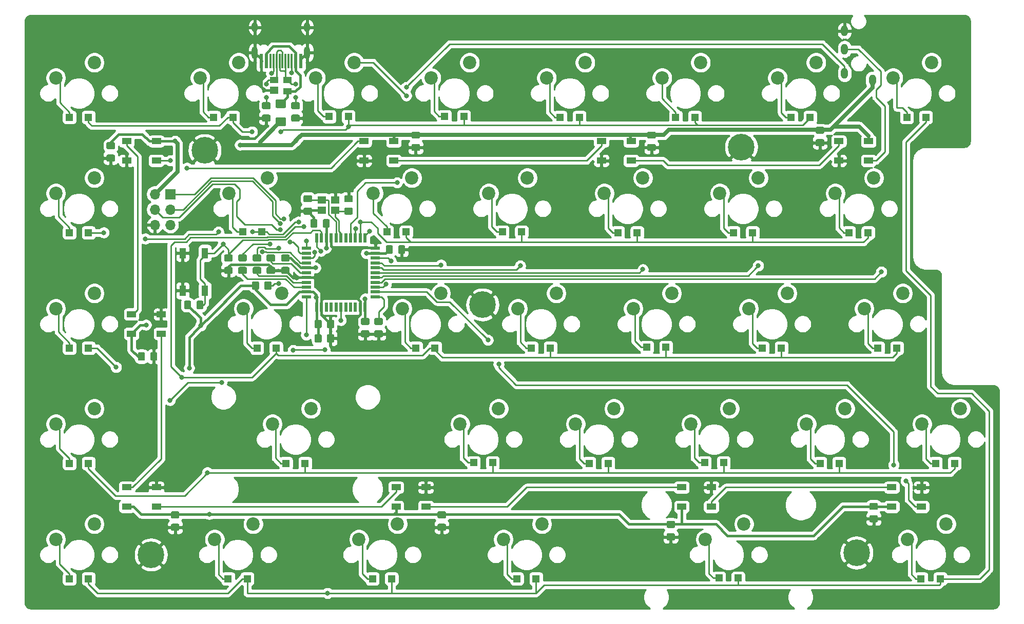
<source format=gbl>
G04 #@! TF.GenerationSoftware,KiCad,Pcbnew,(5.1.5)-3*
G04 #@! TF.CreationDate,2020-09-19T12:38:58+02:00*
G04 #@! TF.ProjectId,split65left,73706c69-7436-4356-9c65-66742e6b6963,rev?*
G04 #@! TF.SameCoordinates,Original*
G04 #@! TF.FileFunction,Copper,L2,Bot*
G04 #@! TF.FilePolarity,Positive*
%FSLAX46Y46*%
G04 Gerber Fmt 4.6, Leading zero omitted, Abs format (unit mm)*
G04 Created by KiCad (PCBNEW (5.1.5)-3) date 2020-09-19 12:38:58*
%MOMM*%
%LPD*%
G04 APERTURE LIST*
%ADD10C,0.100000*%
%ADD11O,1.200000X1.800000*%
%ADD12C,2.200000*%
%ADD13R,1.200000X1.200000*%
%ADD14R,1.500000X1.000000*%
%ADD15R,1.400000X1.000000*%
%ADD16R,1.400000X1.200000*%
%ADD17O,1.700000X1.700000*%
%ADD18R,1.700000X1.700000*%
%ADD19C,0.700000*%
%ADD20C,4.400000*%
%ADD21O,1.000000X1.600000*%
%ADD22O,1.000000X2.100000*%
%ADD23R,0.300000X2.450000*%
%ADD24R,0.600000X2.450000*%
%ADD25R,1.500000X0.550000*%
%ADD26R,0.550000X1.500000*%
%ADD27R,1.100000X1.800000*%
%ADD28C,0.800000*%
%ADD29C,0.400000*%
%ADD30C,0.635000*%
%ADD31C,0.250000*%
%ADD32C,0.254000*%
G04 APERTURE END LIST*
G04 #@! TA.AperFunction,SMDPad,CuDef*
D10*
G36*
X33875505Y-62808204D02*
G01*
X33899773Y-62811804D01*
X33923572Y-62817765D01*
X33946671Y-62826030D01*
X33968850Y-62836520D01*
X33989893Y-62849132D01*
X34009599Y-62863747D01*
X34027777Y-62880223D01*
X34044253Y-62898401D01*
X34058868Y-62918107D01*
X34071480Y-62939150D01*
X34081970Y-62961329D01*
X34090235Y-62984428D01*
X34096196Y-63008227D01*
X34099796Y-63032495D01*
X34101000Y-63056999D01*
X34101000Y-63707001D01*
X34099796Y-63731505D01*
X34096196Y-63755773D01*
X34090235Y-63779572D01*
X34081970Y-63802671D01*
X34071480Y-63824850D01*
X34058868Y-63845893D01*
X34044253Y-63865599D01*
X34027777Y-63883777D01*
X34009599Y-63900253D01*
X33989893Y-63914868D01*
X33968850Y-63927480D01*
X33946671Y-63937970D01*
X33923572Y-63946235D01*
X33899773Y-63952196D01*
X33875505Y-63955796D01*
X33851001Y-63957000D01*
X32950999Y-63957000D01*
X32926495Y-63955796D01*
X32902227Y-63952196D01*
X32878428Y-63946235D01*
X32855329Y-63937970D01*
X32833150Y-63927480D01*
X32812107Y-63914868D01*
X32792401Y-63900253D01*
X32774223Y-63883777D01*
X32757747Y-63865599D01*
X32743132Y-63845893D01*
X32730520Y-63824850D01*
X32720030Y-63802671D01*
X32711765Y-63779572D01*
X32705804Y-63755773D01*
X32702204Y-63731505D01*
X32701000Y-63707001D01*
X32701000Y-63056999D01*
X32702204Y-63032495D01*
X32705804Y-63008227D01*
X32711765Y-62984428D01*
X32720030Y-62961329D01*
X32730520Y-62939150D01*
X32743132Y-62918107D01*
X32757747Y-62898401D01*
X32774223Y-62880223D01*
X32792401Y-62863747D01*
X32812107Y-62849132D01*
X32833150Y-62836520D01*
X32855329Y-62826030D01*
X32878428Y-62817765D01*
X32902227Y-62811804D01*
X32926495Y-62808204D01*
X32950999Y-62807000D01*
X33851001Y-62807000D01*
X33875505Y-62808204D01*
G37*
G04 #@! TD.AperFunction*
G04 #@! TA.AperFunction,SMDPad,CuDef*
G36*
X33875505Y-60758204D02*
G01*
X33899773Y-60761804D01*
X33923572Y-60767765D01*
X33946671Y-60776030D01*
X33968850Y-60786520D01*
X33989893Y-60799132D01*
X34009599Y-60813747D01*
X34027777Y-60830223D01*
X34044253Y-60848401D01*
X34058868Y-60868107D01*
X34071480Y-60889150D01*
X34081970Y-60911329D01*
X34090235Y-60934428D01*
X34096196Y-60958227D01*
X34099796Y-60982495D01*
X34101000Y-61006999D01*
X34101000Y-61657001D01*
X34099796Y-61681505D01*
X34096196Y-61705773D01*
X34090235Y-61729572D01*
X34081970Y-61752671D01*
X34071480Y-61774850D01*
X34058868Y-61795893D01*
X34044253Y-61815599D01*
X34027777Y-61833777D01*
X34009599Y-61850253D01*
X33989893Y-61864868D01*
X33968850Y-61877480D01*
X33946671Y-61887970D01*
X33923572Y-61896235D01*
X33899773Y-61902196D01*
X33875505Y-61905796D01*
X33851001Y-61907000D01*
X32950999Y-61907000D01*
X32926495Y-61905796D01*
X32902227Y-61902196D01*
X32878428Y-61896235D01*
X32855329Y-61887970D01*
X32833150Y-61877480D01*
X32812107Y-61864868D01*
X32792401Y-61850253D01*
X32774223Y-61833777D01*
X32757747Y-61815599D01*
X32743132Y-61795893D01*
X32730520Y-61774850D01*
X32720030Y-61752671D01*
X32711765Y-61729572D01*
X32705804Y-61705773D01*
X32702204Y-61681505D01*
X32701000Y-61657001D01*
X32701000Y-61006999D01*
X32702204Y-60982495D01*
X32705804Y-60958227D01*
X32711765Y-60934428D01*
X32720030Y-60911329D01*
X32730520Y-60889150D01*
X32743132Y-60868107D01*
X32757747Y-60848401D01*
X32774223Y-60830223D01*
X32792401Y-60813747D01*
X32812107Y-60799132D01*
X32833150Y-60786520D01*
X32855329Y-60776030D01*
X32878428Y-60767765D01*
X32902227Y-60761804D01*
X32926495Y-60758204D01*
X32950999Y-60757000D01*
X33851001Y-60757000D01*
X33875505Y-60758204D01*
G37*
G04 #@! TD.AperFunction*
G04 #@! TA.AperFunction,SMDPad,CuDef*
G36*
X21440505Y-76898204D02*
G01*
X21464773Y-76901804D01*
X21488572Y-76907765D01*
X21511671Y-76916030D01*
X21533850Y-76926520D01*
X21554893Y-76939132D01*
X21574599Y-76953747D01*
X21592777Y-76970223D01*
X21609253Y-76988401D01*
X21623868Y-77008107D01*
X21636480Y-77029150D01*
X21646970Y-77051329D01*
X21655235Y-77074428D01*
X21661196Y-77098227D01*
X21664796Y-77122495D01*
X21666000Y-77146999D01*
X21666000Y-78047001D01*
X21664796Y-78071505D01*
X21661196Y-78095773D01*
X21655235Y-78119572D01*
X21646970Y-78142671D01*
X21636480Y-78164850D01*
X21623868Y-78185893D01*
X21609253Y-78205599D01*
X21592777Y-78223777D01*
X21574599Y-78240253D01*
X21554893Y-78254868D01*
X21533850Y-78267480D01*
X21511671Y-78277970D01*
X21488572Y-78286235D01*
X21464773Y-78292196D01*
X21440505Y-78295796D01*
X21416001Y-78297000D01*
X20765999Y-78297000D01*
X20741495Y-78295796D01*
X20717227Y-78292196D01*
X20693428Y-78286235D01*
X20670329Y-78277970D01*
X20648150Y-78267480D01*
X20627107Y-78254868D01*
X20607401Y-78240253D01*
X20589223Y-78223777D01*
X20572747Y-78205599D01*
X20558132Y-78185893D01*
X20545520Y-78164850D01*
X20535030Y-78142671D01*
X20526765Y-78119572D01*
X20520804Y-78095773D01*
X20517204Y-78071505D01*
X20516000Y-78047001D01*
X20516000Y-77146999D01*
X20517204Y-77122495D01*
X20520804Y-77098227D01*
X20526765Y-77074428D01*
X20535030Y-77051329D01*
X20545520Y-77029150D01*
X20558132Y-77008107D01*
X20572747Y-76988401D01*
X20589223Y-76970223D01*
X20607401Y-76953747D01*
X20627107Y-76939132D01*
X20648150Y-76926520D01*
X20670329Y-76916030D01*
X20693428Y-76907765D01*
X20717227Y-76901804D01*
X20741495Y-76898204D01*
X20765999Y-76897000D01*
X21416001Y-76897000D01*
X21440505Y-76898204D01*
G37*
G04 #@! TD.AperFunction*
G04 #@! TA.AperFunction,SMDPad,CuDef*
G36*
X19390505Y-76898204D02*
G01*
X19414773Y-76901804D01*
X19438572Y-76907765D01*
X19461671Y-76916030D01*
X19483850Y-76926520D01*
X19504893Y-76939132D01*
X19524599Y-76953747D01*
X19542777Y-76970223D01*
X19559253Y-76988401D01*
X19573868Y-77008107D01*
X19586480Y-77029150D01*
X19596970Y-77051329D01*
X19605235Y-77074428D01*
X19611196Y-77098227D01*
X19614796Y-77122495D01*
X19616000Y-77146999D01*
X19616000Y-78047001D01*
X19614796Y-78071505D01*
X19611196Y-78095773D01*
X19605235Y-78119572D01*
X19596970Y-78142671D01*
X19586480Y-78164850D01*
X19573868Y-78185893D01*
X19559253Y-78205599D01*
X19542777Y-78223777D01*
X19524599Y-78240253D01*
X19504893Y-78254868D01*
X19483850Y-78267480D01*
X19461671Y-78277970D01*
X19438572Y-78286235D01*
X19414773Y-78292196D01*
X19390505Y-78295796D01*
X19366001Y-78297000D01*
X18715999Y-78297000D01*
X18691495Y-78295796D01*
X18667227Y-78292196D01*
X18643428Y-78286235D01*
X18620329Y-78277970D01*
X18598150Y-78267480D01*
X18577107Y-78254868D01*
X18557401Y-78240253D01*
X18539223Y-78223777D01*
X18522747Y-78205599D01*
X18508132Y-78185893D01*
X18495520Y-78164850D01*
X18485030Y-78142671D01*
X18476765Y-78119572D01*
X18470804Y-78095773D01*
X18467204Y-78071505D01*
X18466000Y-78047001D01*
X18466000Y-77146999D01*
X18467204Y-77122495D01*
X18470804Y-77098227D01*
X18476765Y-77074428D01*
X18485030Y-77051329D01*
X18495520Y-77029150D01*
X18508132Y-77008107D01*
X18522747Y-76988401D01*
X18539223Y-76970223D01*
X18557401Y-76953747D01*
X18577107Y-76939132D01*
X18598150Y-76926520D01*
X18620329Y-76916030D01*
X18643428Y-76907765D01*
X18667227Y-76901804D01*
X18691495Y-76898204D01*
X18715999Y-76897000D01*
X19366001Y-76897000D01*
X19390505Y-76898204D01*
G37*
G04 #@! TD.AperFunction*
G04 #@! TA.AperFunction,SMDPad,CuDef*
G36*
X140301505Y-103829204D02*
G01*
X140325773Y-103832804D01*
X140349572Y-103838765D01*
X140372671Y-103847030D01*
X140394850Y-103857520D01*
X140415893Y-103870132D01*
X140435599Y-103884747D01*
X140453777Y-103901223D01*
X140470253Y-103919401D01*
X140484868Y-103939107D01*
X140497480Y-103960150D01*
X140507970Y-103982329D01*
X140516235Y-104005428D01*
X140522196Y-104029227D01*
X140525796Y-104053495D01*
X140527000Y-104077999D01*
X140527000Y-104728001D01*
X140525796Y-104752505D01*
X140522196Y-104776773D01*
X140516235Y-104800572D01*
X140507970Y-104823671D01*
X140497480Y-104845850D01*
X140484868Y-104866893D01*
X140470253Y-104886599D01*
X140453777Y-104904777D01*
X140435599Y-104921253D01*
X140415893Y-104935868D01*
X140394850Y-104948480D01*
X140372671Y-104958970D01*
X140349572Y-104967235D01*
X140325773Y-104973196D01*
X140301505Y-104976796D01*
X140277001Y-104978000D01*
X139376999Y-104978000D01*
X139352495Y-104976796D01*
X139328227Y-104973196D01*
X139304428Y-104967235D01*
X139281329Y-104958970D01*
X139259150Y-104948480D01*
X139238107Y-104935868D01*
X139218401Y-104921253D01*
X139200223Y-104904777D01*
X139183747Y-104886599D01*
X139169132Y-104866893D01*
X139156520Y-104845850D01*
X139146030Y-104823671D01*
X139137765Y-104800572D01*
X139131804Y-104776773D01*
X139128204Y-104752505D01*
X139127000Y-104728001D01*
X139127000Y-104077999D01*
X139128204Y-104053495D01*
X139131804Y-104029227D01*
X139137765Y-104005428D01*
X139146030Y-103982329D01*
X139156520Y-103960150D01*
X139169132Y-103939107D01*
X139183747Y-103919401D01*
X139200223Y-103901223D01*
X139218401Y-103884747D01*
X139238107Y-103870132D01*
X139259150Y-103857520D01*
X139281329Y-103847030D01*
X139304428Y-103838765D01*
X139328227Y-103832804D01*
X139352495Y-103829204D01*
X139376999Y-103828000D01*
X140277001Y-103828000D01*
X140301505Y-103829204D01*
G37*
G04 #@! TD.AperFunction*
G04 #@! TA.AperFunction,SMDPad,CuDef*
G36*
X140301505Y-101779204D02*
G01*
X140325773Y-101782804D01*
X140349572Y-101788765D01*
X140372671Y-101797030D01*
X140394850Y-101807520D01*
X140415893Y-101820132D01*
X140435599Y-101834747D01*
X140453777Y-101851223D01*
X140470253Y-101869401D01*
X140484868Y-101889107D01*
X140497480Y-101910150D01*
X140507970Y-101932329D01*
X140516235Y-101955428D01*
X140522196Y-101979227D01*
X140525796Y-102003495D01*
X140527000Y-102027999D01*
X140527000Y-102678001D01*
X140525796Y-102702505D01*
X140522196Y-102726773D01*
X140516235Y-102750572D01*
X140507970Y-102773671D01*
X140497480Y-102795850D01*
X140484868Y-102816893D01*
X140470253Y-102836599D01*
X140453777Y-102854777D01*
X140435599Y-102871253D01*
X140415893Y-102885868D01*
X140394850Y-102898480D01*
X140372671Y-102908970D01*
X140349572Y-102917235D01*
X140325773Y-102923196D01*
X140301505Y-102926796D01*
X140277001Y-102928000D01*
X139376999Y-102928000D01*
X139352495Y-102926796D01*
X139328227Y-102923196D01*
X139304428Y-102917235D01*
X139281329Y-102908970D01*
X139259150Y-102898480D01*
X139238107Y-102885868D01*
X139218401Y-102871253D01*
X139200223Y-102854777D01*
X139183747Y-102836599D01*
X139169132Y-102816893D01*
X139156520Y-102795850D01*
X139146030Y-102773671D01*
X139137765Y-102750572D01*
X139131804Y-102726773D01*
X139128204Y-102702505D01*
X139127000Y-102678001D01*
X139127000Y-102027999D01*
X139128204Y-102003495D01*
X139131804Y-101979227D01*
X139137765Y-101955428D01*
X139146030Y-101932329D01*
X139156520Y-101910150D01*
X139169132Y-101889107D01*
X139183747Y-101869401D01*
X139200223Y-101851223D01*
X139218401Y-101834747D01*
X139238107Y-101820132D01*
X139259150Y-101807520D01*
X139281329Y-101797030D01*
X139304428Y-101788765D01*
X139328227Y-101782804D01*
X139352495Y-101779204D01*
X139376999Y-101778000D01*
X140277001Y-101778000D01*
X140301505Y-101779204D01*
G37*
G04 #@! TD.AperFunction*
G04 #@! TA.AperFunction,SMDPad,CuDef*
G36*
X106837005Y-106813704D02*
G01*
X106861273Y-106817304D01*
X106885072Y-106823265D01*
X106908171Y-106831530D01*
X106930350Y-106842020D01*
X106951393Y-106854632D01*
X106971099Y-106869247D01*
X106989277Y-106885723D01*
X107005753Y-106903901D01*
X107020368Y-106923607D01*
X107032980Y-106944650D01*
X107043470Y-106966829D01*
X107051735Y-106989928D01*
X107057696Y-107013727D01*
X107061296Y-107037995D01*
X107062500Y-107062499D01*
X107062500Y-107712501D01*
X107061296Y-107737005D01*
X107057696Y-107761273D01*
X107051735Y-107785072D01*
X107043470Y-107808171D01*
X107032980Y-107830350D01*
X107020368Y-107851393D01*
X107005753Y-107871099D01*
X106989277Y-107889277D01*
X106971099Y-107905753D01*
X106951393Y-107920368D01*
X106930350Y-107932980D01*
X106908171Y-107943470D01*
X106885072Y-107951735D01*
X106861273Y-107957696D01*
X106837005Y-107961296D01*
X106812501Y-107962500D01*
X105912499Y-107962500D01*
X105887995Y-107961296D01*
X105863727Y-107957696D01*
X105839928Y-107951735D01*
X105816829Y-107943470D01*
X105794650Y-107932980D01*
X105773607Y-107920368D01*
X105753901Y-107905753D01*
X105735723Y-107889277D01*
X105719247Y-107871099D01*
X105704632Y-107851393D01*
X105692020Y-107830350D01*
X105681530Y-107808171D01*
X105673265Y-107785072D01*
X105667304Y-107761273D01*
X105663704Y-107737005D01*
X105662500Y-107712501D01*
X105662500Y-107062499D01*
X105663704Y-107037995D01*
X105667304Y-107013727D01*
X105673265Y-106989928D01*
X105681530Y-106966829D01*
X105692020Y-106944650D01*
X105704632Y-106923607D01*
X105719247Y-106903901D01*
X105735723Y-106885723D01*
X105753901Y-106869247D01*
X105773607Y-106854632D01*
X105794650Y-106842020D01*
X105816829Y-106831530D01*
X105839928Y-106823265D01*
X105863727Y-106817304D01*
X105887995Y-106813704D01*
X105912499Y-106812500D01*
X106812501Y-106812500D01*
X106837005Y-106813704D01*
G37*
G04 #@! TD.AperFunction*
G04 #@! TA.AperFunction,SMDPad,CuDef*
G36*
X106837005Y-104763704D02*
G01*
X106861273Y-104767304D01*
X106885072Y-104773265D01*
X106908171Y-104781530D01*
X106930350Y-104792020D01*
X106951393Y-104804632D01*
X106971099Y-104819247D01*
X106989277Y-104835723D01*
X107005753Y-104853901D01*
X107020368Y-104873607D01*
X107032980Y-104894650D01*
X107043470Y-104916829D01*
X107051735Y-104939928D01*
X107057696Y-104963727D01*
X107061296Y-104987995D01*
X107062500Y-105012499D01*
X107062500Y-105662501D01*
X107061296Y-105687005D01*
X107057696Y-105711273D01*
X107051735Y-105735072D01*
X107043470Y-105758171D01*
X107032980Y-105780350D01*
X107020368Y-105801393D01*
X107005753Y-105821099D01*
X106989277Y-105839277D01*
X106971099Y-105855753D01*
X106951393Y-105870368D01*
X106930350Y-105882980D01*
X106908171Y-105893470D01*
X106885072Y-105901735D01*
X106861273Y-105907696D01*
X106837005Y-105911296D01*
X106812501Y-105912500D01*
X105912499Y-105912500D01*
X105887995Y-105911296D01*
X105863727Y-105907696D01*
X105839928Y-105901735D01*
X105816829Y-105893470D01*
X105794650Y-105882980D01*
X105773607Y-105870368D01*
X105753901Y-105855753D01*
X105735723Y-105839277D01*
X105719247Y-105821099D01*
X105704632Y-105801393D01*
X105692020Y-105780350D01*
X105681530Y-105758171D01*
X105673265Y-105735072D01*
X105667304Y-105711273D01*
X105663704Y-105687005D01*
X105662500Y-105662501D01*
X105662500Y-105012499D01*
X105663704Y-104987995D01*
X105667304Y-104963727D01*
X105673265Y-104939928D01*
X105681530Y-104916829D01*
X105692020Y-104894650D01*
X105704632Y-104873607D01*
X105719247Y-104853901D01*
X105735723Y-104835723D01*
X105753901Y-104819247D01*
X105773607Y-104804632D01*
X105794650Y-104792020D01*
X105816829Y-104781530D01*
X105839928Y-104773265D01*
X105863727Y-104767304D01*
X105887995Y-104763704D01*
X105912499Y-104762500D01*
X106812501Y-104762500D01*
X106837005Y-104763704D01*
G37*
G04 #@! TD.AperFunction*
G04 #@! TA.AperFunction,SMDPad,CuDef*
G36*
X14444505Y-44266204D02*
G01*
X14468773Y-44269804D01*
X14492572Y-44275765D01*
X14515671Y-44284030D01*
X14537850Y-44294520D01*
X14558893Y-44307132D01*
X14578599Y-44321747D01*
X14596777Y-44338223D01*
X14613253Y-44356401D01*
X14627868Y-44376107D01*
X14640480Y-44397150D01*
X14650970Y-44419329D01*
X14659235Y-44442428D01*
X14665196Y-44466227D01*
X14668796Y-44490495D01*
X14670000Y-44514999D01*
X14670000Y-45165001D01*
X14668796Y-45189505D01*
X14665196Y-45213773D01*
X14659235Y-45237572D01*
X14650970Y-45260671D01*
X14640480Y-45282850D01*
X14627868Y-45303893D01*
X14613253Y-45323599D01*
X14596777Y-45341777D01*
X14578599Y-45358253D01*
X14558893Y-45372868D01*
X14537850Y-45385480D01*
X14515671Y-45395970D01*
X14492572Y-45404235D01*
X14468773Y-45410196D01*
X14444505Y-45413796D01*
X14420001Y-45415000D01*
X13519999Y-45415000D01*
X13495495Y-45413796D01*
X13471227Y-45410196D01*
X13447428Y-45404235D01*
X13424329Y-45395970D01*
X13402150Y-45385480D01*
X13381107Y-45372868D01*
X13361401Y-45358253D01*
X13343223Y-45341777D01*
X13326747Y-45323599D01*
X13312132Y-45303893D01*
X13299520Y-45282850D01*
X13289030Y-45260671D01*
X13280765Y-45237572D01*
X13274804Y-45213773D01*
X13271204Y-45189505D01*
X13270000Y-45165001D01*
X13270000Y-44514999D01*
X13271204Y-44490495D01*
X13274804Y-44466227D01*
X13280765Y-44442428D01*
X13289030Y-44419329D01*
X13299520Y-44397150D01*
X13312132Y-44376107D01*
X13326747Y-44356401D01*
X13343223Y-44338223D01*
X13361401Y-44321747D01*
X13381107Y-44307132D01*
X13402150Y-44294520D01*
X13424329Y-44284030D01*
X13447428Y-44275765D01*
X13471227Y-44269804D01*
X13495495Y-44266204D01*
X13519999Y-44265000D01*
X14420001Y-44265000D01*
X14444505Y-44266204D01*
G37*
G04 #@! TD.AperFunction*
G04 #@! TA.AperFunction,SMDPad,CuDef*
G36*
X14444505Y-42216204D02*
G01*
X14468773Y-42219804D01*
X14492572Y-42225765D01*
X14515671Y-42234030D01*
X14537850Y-42244520D01*
X14558893Y-42257132D01*
X14578599Y-42271747D01*
X14596777Y-42288223D01*
X14613253Y-42306401D01*
X14627868Y-42326107D01*
X14640480Y-42347150D01*
X14650970Y-42369329D01*
X14659235Y-42392428D01*
X14665196Y-42416227D01*
X14668796Y-42440495D01*
X14670000Y-42464999D01*
X14670000Y-43115001D01*
X14668796Y-43139505D01*
X14665196Y-43163773D01*
X14659235Y-43187572D01*
X14650970Y-43210671D01*
X14640480Y-43232850D01*
X14627868Y-43253893D01*
X14613253Y-43273599D01*
X14596777Y-43291777D01*
X14578599Y-43308253D01*
X14558893Y-43322868D01*
X14537850Y-43335480D01*
X14515671Y-43345970D01*
X14492572Y-43354235D01*
X14468773Y-43360196D01*
X14444505Y-43363796D01*
X14420001Y-43365000D01*
X13519999Y-43365000D01*
X13495495Y-43363796D01*
X13471227Y-43360196D01*
X13447428Y-43354235D01*
X13424329Y-43345970D01*
X13402150Y-43335480D01*
X13381107Y-43322868D01*
X13361401Y-43308253D01*
X13343223Y-43291777D01*
X13326747Y-43273599D01*
X13312132Y-43253893D01*
X13299520Y-43232850D01*
X13289030Y-43210671D01*
X13280765Y-43187572D01*
X13274804Y-43163773D01*
X13271204Y-43139505D01*
X13270000Y-43115001D01*
X13270000Y-42464999D01*
X13271204Y-42440495D01*
X13274804Y-42416227D01*
X13280765Y-42392428D01*
X13289030Y-42369329D01*
X13299520Y-42347150D01*
X13312132Y-42326107D01*
X13326747Y-42306401D01*
X13343223Y-42288223D01*
X13361401Y-42271747D01*
X13381107Y-42257132D01*
X13402150Y-42244520D01*
X13424329Y-42234030D01*
X13447428Y-42225765D01*
X13471227Y-42219804D01*
X13495495Y-42216204D01*
X13519999Y-42215000D01*
X14420001Y-42215000D01*
X14444505Y-42216204D01*
G37*
G04 #@! TD.AperFunction*
G04 #@! TA.AperFunction,SMDPad,CuDef*
G36*
X103662005Y-42519954D02*
G01*
X103686273Y-42523554D01*
X103710072Y-42529515D01*
X103733171Y-42537780D01*
X103755350Y-42548270D01*
X103776393Y-42560882D01*
X103796099Y-42575497D01*
X103814277Y-42591973D01*
X103830753Y-42610151D01*
X103845368Y-42629857D01*
X103857980Y-42650900D01*
X103868470Y-42673079D01*
X103876735Y-42696178D01*
X103882696Y-42719977D01*
X103886296Y-42744245D01*
X103887500Y-42768749D01*
X103887500Y-43418751D01*
X103886296Y-43443255D01*
X103882696Y-43467523D01*
X103876735Y-43491322D01*
X103868470Y-43514421D01*
X103857980Y-43536600D01*
X103845368Y-43557643D01*
X103830753Y-43577349D01*
X103814277Y-43595527D01*
X103796099Y-43612003D01*
X103776393Y-43626618D01*
X103755350Y-43639230D01*
X103733171Y-43649720D01*
X103710072Y-43657985D01*
X103686273Y-43663946D01*
X103662005Y-43667546D01*
X103637501Y-43668750D01*
X102737499Y-43668750D01*
X102712995Y-43667546D01*
X102688727Y-43663946D01*
X102664928Y-43657985D01*
X102641829Y-43649720D01*
X102619650Y-43639230D01*
X102598607Y-43626618D01*
X102578901Y-43612003D01*
X102560723Y-43595527D01*
X102544247Y-43577349D01*
X102529632Y-43557643D01*
X102517020Y-43536600D01*
X102506530Y-43514421D01*
X102498265Y-43491322D01*
X102492304Y-43467523D01*
X102488704Y-43443255D01*
X102487500Y-43418751D01*
X102487500Y-42768749D01*
X102488704Y-42744245D01*
X102492304Y-42719977D01*
X102498265Y-42696178D01*
X102506530Y-42673079D01*
X102517020Y-42650900D01*
X102529632Y-42629857D01*
X102544247Y-42610151D01*
X102560723Y-42591973D01*
X102578901Y-42575497D01*
X102598607Y-42560882D01*
X102619650Y-42548270D01*
X102641829Y-42537780D01*
X102664928Y-42529515D01*
X102688727Y-42523554D01*
X102712995Y-42519954D01*
X102737499Y-42518750D01*
X103637501Y-42518750D01*
X103662005Y-42519954D01*
G37*
G04 #@! TD.AperFunction*
G04 #@! TA.AperFunction,SMDPad,CuDef*
G36*
X103662005Y-40469954D02*
G01*
X103686273Y-40473554D01*
X103710072Y-40479515D01*
X103733171Y-40487780D01*
X103755350Y-40498270D01*
X103776393Y-40510882D01*
X103796099Y-40525497D01*
X103814277Y-40541973D01*
X103830753Y-40560151D01*
X103845368Y-40579857D01*
X103857980Y-40600900D01*
X103868470Y-40623079D01*
X103876735Y-40646178D01*
X103882696Y-40669977D01*
X103886296Y-40694245D01*
X103887500Y-40718749D01*
X103887500Y-41368751D01*
X103886296Y-41393255D01*
X103882696Y-41417523D01*
X103876735Y-41441322D01*
X103868470Y-41464421D01*
X103857980Y-41486600D01*
X103845368Y-41507643D01*
X103830753Y-41527349D01*
X103814277Y-41545527D01*
X103796099Y-41562003D01*
X103776393Y-41576618D01*
X103755350Y-41589230D01*
X103733171Y-41599720D01*
X103710072Y-41607985D01*
X103686273Y-41613946D01*
X103662005Y-41617546D01*
X103637501Y-41618750D01*
X102737499Y-41618750D01*
X102712995Y-41617546D01*
X102688727Y-41613946D01*
X102664928Y-41607985D01*
X102641829Y-41599720D01*
X102619650Y-41589230D01*
X102598607Y-41576618D01*
X102578901Y-41562003D01*
X102560723Y-41545527D01*
X102544247Y-41527349D01*
X102529632Y-41507643D01*
X102517020Y-41486600D01*
X102506530Y-41464421D01*
X102498265Y-41441322D01*
X102492304Y-41417523D01*
X102488704Y-41393255D01*
X102487500Y-41368751D01*
X102487500Y-40718749D01*
X102488704Y-40694245D01*
X102492304Y-40669977D01*
X102498265Y-40646178D01*
X102506530Y-40623079D01*
X102517020Y-40600900D01*
X102529632Y-40579857D01*
X102544247Y-40560151D01*
X102560723Y-40541973D01*
X102578901Y-40525497D01*
X102598607Y-40510882D01*
X102619650Y-40498270D01*
X102641829Y-40487780D01*
X102664928Y-40479515D01*
X102688727Y-40473554D01*
X102712995Y-40469954D01*
X102737499Y-40468750D01*
X103637501Y-40468750D01*
X103662005Y-40469954D01*
G37*
G04 #@! TD.AperFunction*
G04 #@! TA.AperFunction,SMDPad,CuDef*
G36*
X69054505Y-105226204D02*
G01*
X69078773Y-105229804D01*
X69102572Y-105235765D01*
X69125671Y-105244030D01*
X69147850Y-105254520D01*
X69168893Y-105267132D01*
X69188599Y-105281747D01*
X69206777Y-105298223D01*
X69223253Y-105316401D01*
X69237868Y-105336107D01*
X69250480Y-105357150D01*
X69260970Y-105379329D01*
X69269235Y-105402428D01*
X69275196Y-105426227D01*
X69278796Y-105450495D01*
X69280000Y-105474999D01*
X69280000Y-106125001D01*
X69278796Y-106149505D01*
X69275196Y-106173773D01*
X69269235Y-106197572D01*
X69260970Y-106220671D01*
X69250480Y-106242850D01*
X69237868Y-106263893D01*
X69223253Y-106283599D01*
X69206777Y-106301777D01*
X69188599Y-106318253D01*
X69168893Y-106332868D01*
X69147850Y-106345480D01*
X69125671Y-106355970D01*
X69102572Y-106364235D01*
X69078773Y-106370196D01*
X69054505Y-106373796D01*
X69030001Y-106375000D01*
X68129999Y-106375000D01*
X68105495Y-106373796D01*
X68081227Y-106370196D01*
X68057428Y-106364235D01*
X68034329Y-106355970D01*
X68012150Y-106345480D01*
X67991107Y-106332868D01*
X67971401Y-106318253D01*
X67953223Y-106301777D01*
X67936747Y-106283599D01*
X67922132Y-106263893D01*
X67909520Y-106242850D01*
X67899030Y-106220671D01*
X67890765Y-106197572D01*
X67884804Y-106173773D01*
X67881204Y-106149505D01*
X67880000Y-106125001D01*
X67880000Y-105474999D01*
X67881204Y-105450495D01*
X67884804Y-105426227D01*
X67890765Y-105402428D01*
X67899030Y-105379329D01*
X67909520Y-105357150D01*
X67922132Y-105336107D01*
X67936747Y-105316401D01*
X67953223Y-105298223D01*
X67971401Y-105281747D01*
X67991107Y-105267132D01*
X68012150Y-105254520D01*
X68034329Y-105244030D01*
X68057428Y-105235765D01*
X68081227Y-105229804D01*
X68105495Y-105226204D01*
X68129999Y-105225000D01*
X69030001Y-105225000D01*
X69054505Y-105226204D01*
G37*
G04 #@! TD.AperFunction*
G04 #@! TA.AperFunction,SMDPad,CuDef*
G36*
X69054505Y-103176204D02*
G01*
X69078773Y-103179804D01*
X69102572Y-103185765D01*
X69125671Y-103194030D01*
X69147850Y-103204520D01*
X69168893Y-103217132D01*
X69188599Y-103231747D01*
X69206777Y-103248223D01*
X69223253Y-103266401D01*
X69237868Y-103286107D01*
X69250480Y-103307150D01*
X69260970Y-103329329D01*
X69269235Y-103352428D01*
X69275196Y-103376227D01*
X69278796Y-103400495D01*
X69280000Y-103424999D01*
X69280000Y-104075001D01*
X69278796Y-104099505D01*
X69275196Y-104123773D01*
X69269235Y-104147572D01*
X69260970Y-104170671D01*
X69250480Y-104192850D01*
X69237868Y-104213893D01*
X69223253Y-104233599D01*
X69206777Y-104251777D01*
X69188599Y-104268253D01*
X69168893Y-104282868D01*
X69147850Y-104295480D01*
X69125671Y-104305970D01*
X69102572Y-104314235D01*
X69078773Y-104320196D01*
X69054505Y-104323796D01*
X69030001Y-104325000D01*
X68129999Y-104325000D01*
X68105495Y-104323796D01*
X68081227Y-104320196D01*
X68057428Y-104314235D01*
X68034329Y-104305970D01*
X68012150Y-104295480D01*
X67991107Y-104282868D01*
X67971401Y-104268253D01*
X67953223Y-104251777D01*
X67936747Y-104233599D01*
X67922132Y-104213893D01*
X67909520Y-104192850D01*
X67899030Y-104170671D01*
X67890765Y-104147572D01*
X67884804Y-104123773D01*
X67881204Y-104099505D01*
X67880000Y-104075001D01*
X67880000Y-103424999D01*
X67881204Y-103400495D01*
X67884804Y-103376227D01*
X67890765Y-103352428D01*
X67899030Y-103329329D01*
X67909520Y-103307150D01*
X67922132Y-103286107D01*
X67936747Y-103266401D01*
X67953223Y-103248223D01*
X67971401Y-103231747D01*
X67991107Y-103217132D01*
X68012150Y-103204520D01*
X68034329Y-103194030D01*
X68057428Y-103185765D01*
X68081227Y-103179804D01*
X68105495Y-103176204D01*
X68129999Y-103175000D01*
X69030001Y-103175000D01*
X69054505Y-103176204D01*
G37*
G04 #@! TD.AperFunction*
G04 #@! TA.AperFunction,SMDPad,CuDef*
G36*
X131443255Y-41726204D02*
G01*
X131467523Y-41729804D01*
X131491322Y-41735765D01*
X131514421Y-41744030D01*
X131536600Y-41754520D01*
X131557643Y-41767132D01*
X131577349Y-41781747D01*
X131595527Y-41798223D01*
X131612003Y-41816401D01*
X131626618Y-41836107D01*
X131639230Y-41857150D01*
X131649720Y-41879329D01*
X131657985Y-41902428D01*
X131663946Y-41926227D01*
X131667546Y-41950495D01*
X131668750Y-41974999D01*
X131668750Y-42625001D01*
X131667546Y-42649505D01*
X131663946Y-42673773D01*
X131657985Y-42697572D01*
X131649720Y-42720671D01*
X131639230Y-42742850D01*
X131626618Y-42763893D01*
X131612003Y-42783599D01*
X131595527Y-42801777D01*
X131577349Y-42818253D01*
X131557643Y-42832868D01*
X131536600Y-42845480D01*
X131514421Y-42855970D01*
X131491322Y-42864235D01*
X131467523Y-42870196D01*
X131443255Y-42873796D01*
X131418751Y-42875000D01*
X130518749Y-42875000D01*
X130494245Y-42873796D01*
X130469977Y-42870196D01*
X130446178Y-42864235D01*
X130423079Y-42855970D01*
X130400900Y-42845480D01*
X130379857Y-42832868D01*
X130360151Y-42818253D01*
X130341973Y-42801777D01*
X130325497Y-42783599D01*
X130310882Y-42763893D01*
X130298270Y-42742850D01*
X130287780Y-42720671D01*
X130279515Y-42697572D01*
X130273554Y-42673773D01*
X130269954Y-42649505D01*
X130268750Y-42625001D01*
X130268750Y-41974999D01*
X130269954Y-41950495D01*
X130273554Y-41926227D01*
X130279515Y-41902428D01*
X130287780Y-41879329D01*
X130298270Y-41857150D01*
X130310882Y-41836107D01*
X130325497Y-41816401D01*
X130341973Y-41798223D01*
X130360151Y-41781747D01*
X130379857Y-41767132D01*
X130400900Y-41754520D01*
X130423079Y-41744030D01*
X130446178Y-41735765D01*
X130469977Y-41729804D01*
X130494245Y-41726204D01*
X130518749Y-41725000D01*
X131418751Y-41725000D01*
X131443255Y-41726204D01*
G37*
G04 #@! TD.AperFunction*
G04 #@! TA.AperFunction,SMDPad,CuDef*
G36*
X131443255Y-39676204D02*
G01*
X131467523Y-39679804D01*
X131491322Y-39685765D01*
X131514421Y-39694030D01*
X131536600Y-39704520D01*
X131557643Y-39717132D01*
X131577349Y-39731747D01*
X131595527Y-39748223D01*
X131612003Y-39766401D01*
X131626618Y-39786107D01*
X131639230Y-39807150D01*
X131649720Y-39829329D01*
X131657985Y-39852428D01*
X131663946Y-39876227D01*
X131667546Y-39900495D01*
X131668750Y-39924999D01*
X131668750Y-40575001D01*
X131667546Y-40599505D01*
X131663946Y-40623773D01*
X131657985Y-40647572D01*
X131649720Y-40670671D01*
X131639230Y-40692850D01*
X131626618Y-40713893D01*
X131612003Y-40733599D01*
X131595527Y-40751777D01*
X131577349Y-40768253D01*
X131557643Y-40782868D01*
X131536600Y-40795480D01*
X131514421Y-40805970D01*
X131491322Y-40814235D01*
X131467523Y-40820196D01*
X131443255Y-40823796D01*
X131418751Y-40825000D01*
X130518749Y-40825000D01*
X130494245Y-40823796D01*
X130469977Y-40820196D01*
X130446178Y-40814235D01*
X130423079Y-40805970D01*
X130400900Y-40795480D01*
X130379857Y-40782868D01*
X130360151Y-40768253D01*
X130341973Y-40751777D01*
X130325497Y-40733599D01*
X130310882Y-40713893D01*
X130298270Y-40692850D01*
X130287780Y-40670671D01*
X130279515Y-40647572D01*
X130273554Y-40623773D01*
X130269954Y-40599505D01*
X130268750Y-40575001D01*
X130268750Y-39924999D01*
X130269954Y-39900495D01*
X130273554Y-39876227D01*
X130279515Y-39852428D01*
X130287780Y-39829329D01*
X130298270Y-39807150D01*
X130310882Y-39786107D01*
X130325497Y-39766401D01*
X130341973Y-39748223D01*
X130360151Y-39731747D01*
X130379857Y-39717132D01*
X130400900Y-39704520D01*
X130423079Y-39694030D01*
X130446178Y-39685765D01*
X130469977Y-39679804D01*
X130494245Y-39676204D01*
X130518749Y-39675000D01*
X131418751Y-39675000D01*
X131443255Y-39676204D01*
G37*
G04 #@! TD.AperFunction*
G04 #@! TA.AperFunction,SMDPad,CuDef*
G36*
X25080755Y-105226204D02*
G01*
X25105023Y-105229804D01*
X25128822Y-105235765D01*
X25151921Y-105244030D01*
X25174100Y-105254520D01*
X25195143Y-105267132D01*
X25214849Y-105281747D01*
X25233027Y-105298223D01*
X25249503Y-105316401D01*
X25264118Y-105336107D01*
X25276730Y-105357150D01*
X25287220Y-105379329D01*
X25295485Y-105402428D01*
X25301446Y-105426227D01*
X25305046Y-105450495D01*
X25306250Y-105474999D01*
X25306250Y-106125001D01*
X25305046Y-106149505D01*
X25301446Y-106173773D01*
X25295485Y-106197572D01*
X25287220Y-106220671D01*
X25276730Y-106242850D01*
X25264118Y-106263893D01*
X25249503Y-106283599D01*
X25233027Y-106301777D01*
X25214849Y-106318253D01*
X25195143Y-106332868D01*
X25174100Y-106345480D01*
X25151921Y-106355970D01*
X25128822Y-106364235D01*
X25105023Y-106370196D01*
X25080755Y-106373796D01*
X25056251Y-106375000D01*
X24156249Y-106375000D01*
X24131745Y-106373796D01*
X24107477Y-106370196D01*
X24083678Y-106364235D01*
X24060579Y-106355970D01*
X24038400Y-106345480D01*
X24017357Y-106332868D01*
X23997651Y-106318253D01*
X23979473Y-106301777D01*
X23962997Y-106283599D01*
X23948382Y-106263893D01*
X23935770Y-106242850D01*
X23925280Y-106220671D01*
X23917015Y-106197572D01*
X23911054Y-106173773D01*
X23907454Y-106149505D01*
X23906250Y-106125001D01*
X23906250Y-105474999D01*
X23907454Y-105450495D01*
X23911054Y-105426227D01*
X23917015Y-105402428D01*
X23925280Y-105379329D01*
X23935770Y-105357150D01*
X23948382Y-105336107D01*
X23962997Y-105316401D01*
X23979473Y-105298223D01*
X23997651Y-105281747D01*
X24017357Y-105267132D01*
X24038400Y-105254520D01*
X24060579Y-105244030D01*
X24083678Y-105235765D01*
X24107477Y-105229804D01*
X24131745Y-105226204D01*
X24156249Y-105225000D01*
X25056251Y-105225000D01*
X25080755Y-105226204D01*
G37*
G04 #@! TD.AperFunction*
G04 #@! TA.AperFunction,SMDPad,CuDef*
G36*
X25080755Y-103176204D02*
G01*
X25105023Y-103179804D01*
X25128822Y-103185765D01*
X25151921Y-103194030D01*
X25174100Y-103204520D01*
X25195143Y-103217132D01*
X25214849Y-103231747D01*
X25233027Y-103248223D01*
X25249503Y-103266401D01*
X25264118Y-103286107D01*
X25276730Y-103307150D01*
X25287220Y-103329329D01*
X25295485Y-103352428D01*
X25301446Y-103376227D01*
X25305046Y-103400495D01*
X25306250Y-103424999D01*
X25306250Y-104075001D01*
X25305046Y-104099505D01*
X25301446Y-104123773D01*
X25295485Y-104147572D01*
X25287220Y-104170671D01*
X25276730Y-104192850D01*
X25264118Y-104213893D01*
X25249503Y-104233599D01*
X25233027Y-104251777D01*
X25214849Y-104268253D01*
X25195143Y-104282868D01*
X25174100Y-104295480D01*
X25151921Y-104305970D01*
X25128822Y-104314235D01*
X25105023Y-104320196D01*
X25080755Y-104323796D01*
X25056251Y-104325000D01*
X24156249Y-104325000D01*
X24131745Y-104323796D01*
X24107477Y-104320196D01*
X24083678Y-104314235D01*
X24060579Y-104305970D01*
X24038400Y-104295480D01*
X24017357Y-104282868D01*
X23997651Y-104268253D01*
X23979473Y-104251777D01*
X23962997Y-104233599D01*
X23948382Y-104213893D01*
X23935770Y-104192850D01*
X23925280Y-104170671D01*
X23917015Y-104147572D01*
X23911054Y-104123773D01*
X23907454Y-104099505D01*
X23906250Y-104075001D01*
X23906250Y-103424999D01*
X23907454Y-103400495D01*
X23911054Y-103376227D01*
X23917015Y-103352428D01*
X23925280Y-103329329D01*
X23935770Y-103307150D01*
X23948382Y-103286107D01*
X23962997Y-103266401D01*
X23979473Y-103248223D01*
X23997651Y-103231747D01*
X24017357Y-103217132D01*
X24038400Y-103204520D01*
X24060579Y-103194030D01*
X24083678Y-103185765D01*
X24107477Y-103179804D01*
X24131745Y-103176204D01*
X24156249Y-103175000D01*
X25056251Y-103175000D01*
X25080755Y-103176204D01*
G37*
G04 #@! TD.AperFunction*
G04 #@! TA.AperFunction,SMDPad,CuDef*
G36*
X64768255Y-42519954D02*
G01*
X64792523Y-42523554D01*
X64816322Y-42529515D01*
X64839421Y-42537780D01*
X64861600Y-42548270D01*
X64882643Y-42560882D01*
X64902349Y-42575497D01*
X64920527Y-42591973D01*
X64937003Y-42610151D01*
X64951618Y-42629857D01*
X64964230Y-42650900D01*
X64974720Y-42673079D01*
X64982985Y-42696178D01*
X64988946Y-42719977D01*
X64992546Y-42744245D01*
X64993750Y-42768749D01*
X64993750Y-43418751D01*
X64992546Y-43443255D01*
X64988946Y-43467523D01*
X64982985Y-43491322D01*
X64974720Y-43514421D01*
X64964230Y-43536600D01*
X64951618Y-43557643D01*
X64937003Y-43577349D01*
X64920527Y-43595527D01*
X64902349Y-43612003D01*
X64882643Y-43626618D01*
X64861600Y-43639230D01*
X64839421Y-43649720D01*
X64816322Y-43657985D01*
X64792523Y-43663946D01*
X64768255Y-43667546D01*
X64743751Y-43668750D01*
X63843749Y-43668750D01*
X63819245Y-43667546D01*
X63794977Y-43663946D01*
X63771178Y-43657985D01*
X63748079Y-43649720D01*
X63725900Y-43639230D01*
X63704857Y-43626618D01*
X63685151Y-43612003D01*
X63666973Y-43595527D01*
X63650497Y-43577349D01*
X63635882Y-43557643D01*
X63623270Y-43536600D01*
X63612780Y-43514421D01*
X63604515Y-43491322D01*
X63598554Y-43467523D01*
X63594954Y-43443255D01*
X63593750Y-43418751D01*
X63593750Y-42768749D01*
X63594954Y-42744245D01*
X63598554Y-42719977D01*
X63604515Y-42696178D01*
X63612780Y-42673079D01*
X63623270Y-42650900D01*
X63635882Y-42629857D01*
X63650497Y-42610151D01*
X63666973Y-42591973D01*
X63685151Y-42575497D01*
X63704857Y-42560882D01*
X63725900Y-42548270D01*
X63748079Y-42537780D01*
X63771178Y-42529515D01*
X63794977Y-42523554D01*
X63819245Y-42519954D01*
X63843749Y-42518750D01*
X64743751Y-42518750D01*
X64768255Y-42519954D01*
G37*
G04 #@! TD.AperFunction*
G04 #@! TA.AperFunction,SMDPad,CuDef*
G36*
X64768255Y-40469954D02*
G01*
X64792523Y-40473554D01*
X64816322Y-40479515D01*
X64839421Y-40487780D01*
X64861600Y-40498270D01*
X64882643Y-40510882D01*
X64902349Y-40525497D01*
X64920527Y-40541973D01*
X64937003Y-40560151D01*
X64951618Y-40579857D01*
X64964230Y-40600900D01*
X64974720Y-40623079D01*
X64982985Y-40646178D01*
X64988946Y-40669977D01*
X64992546Y-40694245D01*
X64993750Y-40718749D01*
X64993750Y-41368751D01*
X64992546Y-41393255D01*
X64988946Y-41417523D01*
X64982985Y-41441322D01*
X64974720Y-41464421D01*
X64964230Y-41486600D01*
X64951618Y-41507643D01*
X64937003Y-41527349D01*
X64920527Y-41545527D01*
X64902349Y-41562003D01*
X64882643Y-41576618D01*
X64861600Y-41589230D01*
X64839421Y-41599720D01*
X64816322Y-41607985D01*
X64792523Y-41613946D01*
X64768255Y-41617546D01*
X64743751Y-41618750D01*
X63843749Y-41618750D01*
X63819245Y-41617546D01*
X63794977Y-41613946D01*
X63771178Y-41607985D01*
X63748079Y-41599720D01*
X63725900Y-41589230D01*
X63704857Y-41576618D01*
X63685151Y-41562003D01*
X63666973Y-41545527D01*
X63650497Y-41527349D01*
X63635882Y-41507643D01*
X63623270Y-41486600D01*
X63612780Y-41464421D01*
X63604515Y-41441322D01*
X63598554Y-41417523D01*
X63594954Y-41393255D01*
X63593750Y-41368751D01*
X63593750Y-40718749D01*
X63594954Y-40694245D01*
X63598554Y-40669977D01*
X63604515Y-40646178D01*
X63612780Y-40623079D01*
X63623270Y-40600900D01*
X63635882Y-40579857D01*
X63650497Y-40560151D01*
X63666973Y-40541973D01*
X63685151Y-40525497D01*
X63704857Y-40510882D01*
X63725900Y-40498270D01*
X63748079Y-40487780D01*
X63771178Y-40479515D01*
X63794977Y-40473554D01*
X63819245Y-40469954D01*
X63843749Y-40468750D01*
X64743751Y-40468750D01*
X64768255Y-40469954D01*
G37*
G04 #@! TD.AperFunction*
D11*
X135018750Y-23837500D03*
X135018750Y-26837500D03*
X135018750Y-30837500D03*
X139618750Y-31937500D03*
D12*
X4921250Y-107791250D03*
X11271250Y-105251250D03*
X4921250Y-88741250D03*
X11271250Y-86201250D03*
X4921250Y-69691250D03*
X11271250Y-67151250D03*
X4921250Y-50641250D03*
X11271250Y-48101250D03*
X4921250Y-31591250D03*
X11271250Y-29051250D03*
D13*
X10306250Y-114300000D03*
X7156250Y-114300000D03*
X10306250Y-95250000D03*
X7156250Y-95250000D03*
X10306250Y-76200000D03*
X7156250Y-76200000D03*
X10306250Y-57150000D03*
X7156250Y-57150000D03*
X10306250Y-38100000D03*
X7156250Y-38100000D03*
G04 #@! TA.AperFunction,SMDPad,CuDef*
D10*
G36*
X43273505Y-62808204D02*
G01*
X43297773Y-62811804D01*
X43321572Y-62817765D01*
X43344671Y-62826030D01*
X43366850Y-62836520D01*
X43387893Y-62849132D01*
X43407599Y-62863747D01*
X43425777Y-62880223D01*
X43442253Y-62898401D01*
X43456868Y-62918107D01*
X43469480Y-62939150D01*
X43479970Y-62961329D01*
X43488235Y-62984428D01*
X43494196Y-63008227D01*
X43497796Y-63032495D01*
X43499000Y-63056999D01*
X43499000Y-63707001D01*
X43497796Y-63731505D01*
X43494196Y-63755773D01*
X43488235Y-63779572D01*
X43479970Y-63802671D01*
X43469480Y-63824850D01*
X43456868Y-63845893D01*
X43442253Y-63865599D01*
X43425777Y-63883777D01*
X43407599Y-63900253D01*
X43387893Y-63914868D01*
X43366850Y-63927480D01*
X43344671Y-63937970D01*
X43321572Y-63946235D01*
X43297773Y-63952196D01*
X43273505Y-63955796D01*
X43249001Y-63957000D01*
X42348999Y-63957000D01*
X42324495Y-63955796D01*
X42300227Y-63952196D01*
X42276428Y-63946235D01*
X42253329Y-63937970D01*
X42231150Y-63927480D01*
X42210107Y-63914868D01*
X42190401Y-63900253D01*
X42172223Y-63883777D01*
X42155747Y-63865599D01*
X42141132Y-63845893D01*
X42128520Y-63824850D01*
X42118030Y-63802671D01*
X42109765Y-63779572D01*
X42103804Y-63755773D01*
X42100204Y-63731505D01*
X42099000Y-63707001D01*
X42099000Y-63056999D01*
X42100204Y-63032495D01*
X42103804Y-63008227D01*
X42109765Y-62984428D01*
X42118030Y-62961329D01*
X42128520Y-62939150D01*
X42141132Y-62918107D01*
X42155747Y-62898401D01*
X42172223Y-62880223D01*
X42190401Y-62863747D01*
X42210107Y-62849132D01*
X42231150Y-62836520D01*
X42253329Y-62826030D01*
X42276428Y-62817765D01*
X42300227Y-62811804D01*
X42324495Y-62808204D01*
X42348999Y-62807000D01*
X43249001Y-62807000D01*
X43273505Y-62808204D01*
G37*
G04 #@! TD.AperFunction*
G04 #@! TA.AperFunction,SMDPad,CuDef*
G36*
X43273505Y-60758204D02*
G01*
X43297773Y-60761804D01*
X43321572Y-60767765D01*
X43344671Y-60776030D01*
X43366850Y-60786520D01*
X43387893Y-60799132D01*
X43407599Y-60813747D01*
X43425777Y-60830223D01*
X43442253Y-60848401D01*
X43456868Y-60868107D01*
X43469480Y-60889150D01*
X43479970Y-60911329D01*
X43488235Y-60934428D01*
X43494196Y-60958227D01*
X43497796Y-60982495D01*
X43499000Y-61006999D01*
X43499000Y-61657001D01*
X43497796Y-61681505D01*
X43494196Y-61705773D01*
X43488235Y-61729572D01*
X43479970Y-61752671D01*
X43469480Y-61774850D01*
X43456868Y-61795893D01*
X43442253Y-61815599D01*
X43425777Y-61833777D01*
X43407599Y-61850253D01*
X43387893Y-61864868D01*
X43366850Y-61877480D01*
X43344671Y-61887970D01*
X43321572Y-61896235D01*
X43297773Y-61902196D01*
X43273505Y-61905796D01*
X43249001Y-61907000D01*
X42348999Y-61907000D01*
X42324495Y-61905796D01*
X42300227Y-61902196D01*
X42276428Y-61896235D01*
X42253329Y-61887970D01*
X42231150Y-61877480D01*
X42210107Y-61864868D01*
X42190401Y-61850253D01*
X42172223Y-61833777D01*
X42155747Y-61815599D01*
X42141132Y-61795893D01*
X42128520Y-61774850D01*
X42118030Y-61752671D01*
X42109765Y-61729572D01*
X42103804Y-61705773D01*
X42100204Y-61681505D01*
X42099000Y-61657001D01*
X42099000Y-61006999D01*
X42100204Y-60982495D01*
X42103804Y-60958227D01*
X42109765Y-60934428D01*
X42118030Y-60911329D01*
X42128520Y-60889150D01*
X42141132Y-60868107D01*
X42155747Y-60848401D01*
X42172223Y-60830223D01*
X42190401Y-60813747D01*
X42210107Y-60799132D01*
X42231150Y-60786520D01*
X42253329Y-60776030D01*
X42276428Y-60767765D01*
X42300227Y-60761804D01*
X42324495Y-60758204D01*
X42348999Y-60757000D01*
X43249001Y-60757000D01*
X43273505Y-60758204D01*
G37*
G04 #@! TD.AperFunction*
D14*
X134075000Y-45256250D03*
X134075000Y-42056250D03*
X138975000Y-45256250D03*
X138975000Y-42056250D03*
X94916666Y-45256250D03*
X94916666Y-42056250D03*
X99816666Y-45256250D03*
X99816666Y-42056250D03*
X55758333Y-45256250D03*
X55758333Y-42056250D03*
X60658333Y-45256250D03*
X60658333Y-42056250D03*
X16600000Y-45256250D03*
X16600000Y-42056250D03*
X21500000Y-45256250D03*
X21500000Y-42056250D03*
X22293750Y-70631250D03*
X22293750Y-73831250D03*
X17393750Y-70631250D03*
X17393750Y-73831250D03*
X21500000Y-99206250D03*
X21500000Y-102406250D03*
X16600000Y-99206250D03*
X16600000Y-102406250D03*
X65950000Y-99206250D03*
X65950000Y-102406250D03*
X61050000Y-99206250D03*
X61050000Y-102406250D03*
X113045832Y-99206250D03*
X113045832Y-102406250D03*
X108145832Y-99206250D03*
X108145832Y-102406250D03*
X147706250Y-99206250D03*
X147706250Y-102406250D03*
X142806250Y-99206250D03*
X142806250Y-102406250D03*
D15*
X43137000Y-33843000D03*
X43137000Y-31943000D03*
X40937000Y-31943000D03*
D16*
X40937000Y-33663000D03*
D17*
X21272500Y-55880000D03*
X23812500Y-55880000D03*
X21272500Y-53340000D03*
X23812500Y-53340000D03*
X21272500Y-50800000D03*
D18*
X23812500Y-50800000D03*
D19*
X21804226Y-109164524D03*
X20637500Y-108681250D03*
X19470774Y-109164524D03*
X18987500Y-110331250D03*
X19470774Y-111497976D03*
X20637500Y-111981250D03*
X21804226Y-111497976D03*
X22287500Y-110331250D03*
D20*
X20637500Y-110331250D03*
D19*
X138166726Y-108833274D03*
X137000000Y-108350000D03*
X135833274Y-108833274D03*
X135350000Y-110000000D03*
X135833274Y-111166726D03*
X137000000Y-111650000D03*
X138166726Y-111166726D03*
X138650000Y-110000000D03*
D20*
X137000000Y-110000000D03*
D19*
X76477726Y-67889524D03*
X75311000Y-67406250D03*
X74144274Y-67889524D03*
X73661000Y-69056250D03*
X74144274Y-70222976D03*
X75311000Y-70706250D03*
X76477726Y-70222976D03*
X76961000Y-69056250D03*
D20*
X75311000Y-69056250D03*
D19*
X119166726Y-41833274D03*
X118000000Y-41350000D03*
X116833274Y-41833274D03*
X116350000Y-43000000D03*
X116833274Y-44166726D03*
X118000000Y-44650000D03*
X119166726Y-44166726D03*
X119650000Y-43000000D03*
D20*
X118000000Y-43000000D03*
D19*
X30630726Y-42394274D03*
X29464000Y-41911000D03*
X28297274Y-42394274D03*
X27814000Y-43561000D03*
X28297274Y-44727726D03*
X29464000Y-45211000D03*
X30630726Y-44727726D03*
X31114000Y-43561000D03*
D20*
X29464000Y-43561000D03*
D16*
X51011000Y-51728000D03*
X48811000Y-51728000D03*
X48811000Y-53428000D03*
X51011000Y-53428000D03*
D12*
X35083750Y-29051250D03*
X28733750Y-31591250D03*
X39846250Y-48101250D03*
X33496250Y-50641250D03*
X42227500Y-67151250D03*
X35877500Y-69691250D03*
X46990000Y-86201250D03*
X40640000Y-88741250D03*
X37465000Y-105251250D03*
X31115000Y-107791250D03*
X54133750Y-29051250D03*
X47783750Y-31591250D03*
X63658750Y-48101250D03*
X57308750Y-50641250D03*
X68421250Y-67151250D03*
X62071250Y-69691250D03*
X77946250Y-86201250D03*
X71596250Y-88741250D03*
X61277500Y-105251250D03*
X54927500Y-107791250D03*
X73183750Y-29051250D03*
X66833750Y-31591250D03*
X82708750Y-48101250D03*
X76358750Y-50641250D03*
X87471250Y-67151250D03*
X81121250Y-69691250D03*
X96996250Y-86201250D03*
X90646250Y-88741250D03*
X85090000Y-105251250D03*
X78740000Y-107791250D03*
X92233750Y-29051250D03*
X85883750Y-31591250D03*
X101758750Y-48101250D03*
X95408750Y-50641250D03*
X106521250Y-67151250D03*
X100171250Y-69691250D03*
X116046250Y-86201250D03*
X109696250Y-88741250D03*
X118427500Y-105251250D03*
X112077500Y-107791250D03*
X111283750Y-29051250D03*
X104933750Y-31591250D03*
X120808750Y-48101250D03*
X114458750Y-50641250D03*
X125571250Y-67151250D03*
X119221250Y-69691250D03*
X135096250Y-86201250D03*
X128746250Y-88741250D03*
X151765000Y-105251250D03*
X145415000Y-107791250D03*
X130333750Y-29051250D03*
X123983750Y-31591250D03*
X139858750Y-48101250D03*
X133508750Y-50641250D03*
X144621250Y-67151250D03*
X138271250Y-69691250D03*
X154146250Y-86201250D03*
X147796250Y-88741250D03*
X149383750Y-29051250D03*
X143033750Y-31591250D03*
G04 #@! TA.AperFunction,SMDPad,CuDef*
D10*
G36*
X40268255Y-65182454D02*
G01*
X40292523Y-65186054D01*
X40316322Y-65192015D01*
X40339421Y-65200280D01*
X40361600Y-65210770D01*
X40382643Y-65223382D01*
X40402349Y-65237997D01*
X40420527Y-65254473D01*
X40437003Y-65272651D01*
X40451618Y-65292357D01*
X40464230Y-65313400D01*
X40474720Y-65335579D01*
X40482985Y-65358678D01*
X40488946Y-65382477D01*
X40492546Y-65406745D01*
X40493750Y-65431249D01*
X40493750Y-66331251D01*
X40492546Y-66355755D01*
X40488946Y-66380023D01*
X40482985Y-66403822D01*
X40474720Y-66426921D01*
X40464230Y-66449100D01*
X40451618Y-66470143D01*
X40437003Y-66489849D01*
X40420527Y-66508027D01*
X40402349Y-66524503D01*
X40382643Y-66539118D01*
X40361600Y-66551730D01*
X40339421Y-66562220D01*
X40316322Y-66570485D01*
X40292523Y-66576446D01*
X40268255Y-66580046D01*
X40243751Y-66581250D01*
X39593749Y-66581250D01*
X39569245Y-66580046D01*
X39544977Y-66576446D01*
X39521178Y-66570485D01*
X39498079Y-66562220D01*
X39475900Y-66551730D01*
X39454857Y-66539118D01*
X39435151Y-66524503D01*
X39416973Y-66508027D01*
X39400497Y-66489849D01*
X39385882Y-66470143D01*
X39373270Y-66449100D01*
X39362780Y-66426921D01*
X39354515Y-66403822D01*
X39348554Y-66380023D01*
X39344954Y-66355755D01*
X39343750Y-66331251D01*
X39343750Y-65431249D01*
X39344954Y-65406745D01*
X39348554Y-65382477D01*
X39354515Y-65358678D01*
X39362780Y-65335579D01*
X39373270Y-65313400D01*
X39385882Y-65292357D01*
X39400497Y-65272651D01*
X39416973Y-65254473D01*
X39435151Y-65237997D01*
X39454857Y-65223382D01*
X39475900Y-65210770D01*
X39498079Y-65200280D01*
X39521178Y-65192015D01*
X39544977Y-65186054D01*
X39569245Y-65182454D01*
X39593749Y-65181250D01*
X40243751Y-65181250D01*
X40268255Y-65182454D01*
G37*
G04 #@! TD.AperFunction*
G04 #@! TA.AperFunction,SMDPad,CuDef*
G36*
X38218255Y-65182454D02*
G01*
X38242523Y-65186054D01*
X38266322Y-65192015D01*
X38289421Y-65200280D01*
X38311600Y-65210770D01*
X38332643Y-65223382D01*
X38352349Y-65237997D01*
X38370527Y-65254473D01*
X38387003Y-65272651D01*
X38401618Y-65292357D01*
X38414230Y-65313400D01*
X38424720Y-65335579D01*
X38432985Y-65358678D01*
X38438946Y-65382477D01*
X38442546Y-65406745D01*
X38443750Y-65431249D01*
X38443750Y-66331251D01*
X38442546Y-66355755D01*
X38438946Y-66380023D01*
X38432985Y-66403822D01*
X38424720Y-66426921D01*
X38414230Y-66449100D01*
X38401618Y-66470143D01*
X38387003Y-66489849D01*
X38370527Y-66508027D01*
X38352349Y-66524503D01*
X38332643Y-66539118D01*
X38311600Y-66551730D01*
X38289421Y-66562220D01*
X38266322Y-66570485D01*
X38242523Y-66576446D01*
X38218255Y-66580046D01*
X38193751Y-66581250D01*
X37543749Y-66581250D01*
X37519245Y-66580046D01*
X37494977Y-66576446D01*
X37471178Y-66570485D01*
X37448079Y-66562220D01*
X37425900Y-66551730D01*
X37404857Y-66539118D01*
X37385151Y-66524503D01*
X37366973Y-66508027D01*
X37350497Y-66489849D01*
X37335882Y-66470143D01*
X37323270Y-66449100D01*
X37312780Y-66426921D01*
X37304515Y-66403822D01*
X37298554Y-66380023D01*
X37294954Y-66355755D01*
X37293750Y-66331251D01*
X37293750Y-65431249D01*
X37294954Y-65406745D01*
X37298554Y-65382477D01*
X37304515Y-65358678D01*
X37312780Y-65335579D01*
X37323270Y-65313400D01*
X37335882Y-65292357D01*
X37350497Y-65272651D01*
X37366973Y-65254473D01*
X37385151Y-65237997D01*
X37404857Y-65223382D01*
X37425900Y-65210770D01*
X37448079Y-65200280D01*
X37471178Y-65192015D01*
X37494977Y-65186054D01*
X37519245Y-65182454D01*
X37543749Y-65181250D01*
X38193751Y-65181250D01*
X38218255Y-65182454D01*
G37*
G04 #@! TD.AperFunction*
G04 #@! TA.AperFunction,SMDPad,CuDef*
G36*
X58640505Y-71235704D02*
G01*
X58664773Y-71239304D01*
X58688572Y-71245265D01*
X58711671Y-71253530D01*
X58733850Y-71264020D01*
X58754893Y-71276632D01*
X58774599Y-71291247D01*
X58792777Y-71307723D01*
X58809253Y-71325901D01*
X58823868Y-71345607D01*
X58836480Y-71366650D01*
X58846970Y-71388829D01*
X58855235Y-71411928D01*
X58861196Y-71435727D01*
X58864796Y-71459995D01*
X58866000Y-71484499D01*
X58866000Y-72134501D01*
X58864796Y-72159005D01*
X58861196Y-72183273D01*
X58855235Y-72207072D01*
X58846970Y-72230171D01*
X58836480Y-72252350D01*
X58823868Y-72273393D01*
X58809253Y-72293099D01*
X58792777Y-72311277D01*
X58774599Y-72327753D01*
X58754893Y-72342368D01*
X58733850Y-72354980D01*
X58711671Y-72365470D01*
X58688572Y-72373735D01*
X58664773Y-72379696D01*
X58640505Y-72383296D01*
X58616001Y-72384500D01*
X57715999Y-72384500D01*
X57691495Y-72383296D01*
X57667227Y-72379696D01*
X57643428Y-72373735D01*
X57620329Y-72365470D01*
X57598150Y-72354980D01*
X57577107Y-72342368D01*
X57557401Y-72327753D01*
X57539223Y-72311277D01*
X57522747Y-72293099D01*
X57508132Y-72273393D01*
X57495520Y-72252350D01*
X57485030Y-72230171D01*
X57476765Y-72207072D01*
X57470804Y-72183273D01*
X57467204Y-72159005D01*
X57466000Y-72134501D01*
X57466000Y-71484499D01*
X57467204Y-71459995D01*
X57470804Y-71435727D01*
X57476765Y-71411928D01*
X57485030Y-71388829D01*
X57495520Y-71366650D01*
X57508132Y-71345607D01*
X57522747Y-71325901D01*
X57539223Y-71307723D01*
X57557401Y-71291247D01*
X57577107Y-71276632D01*
X57598150Y-71264020D01*
X57620329Y-71253530D01*
X57643428Y-71245265D01*
X57667227Y-71239304D01*
X57691495Y-71235704D01*
X57715999Y-71234500D01*
X58616001Y-71234500D01*
X58640505Y-71235704D01*
G37*
G04 #@! TD.AperFunction*
G04 #@! TA.AperFunction,SMDPad,CuDef*
G36*
X58640505Y-73285704D02*
G01*
X58664773Y-73289304D01*
X58688572Y-73295265D01*
X58711671Y-73303530D01*
X58733850Y-73314020D01*
X58754893Y-73326632D01*
X58774599Y-73341247D01*
X58792777Y-73357723D01*
X58809253Y-73375901D01*
X58823868Y-73395607D01*
X58836480Y-73416650D01*
X58846970Y-73438829D01*
X58855235Y-73461928D01*
X58861196Y-73485727D01*
X58864796Y-73509995D01*
X58866000Y-73534499D01*
X58866000Y-74184501D01*
X58864796Y-74209005D01*
X58861196Y-74233273D01*
X58855235Y-74257072D01*
X58846970Y-74280171D01*
X58836480Y-74302350D01*
X58823868Y-74323393D01*
X58809253Y-74343099D01*
X58792777Y-74361277D01*
X58774599Y-74377753D01*
X58754893Y-74392368D01*
X58733850Y-74404980D01*
X58711671Y-74415470D01*
X58688572Y-74423735D01*
X58664773Y-74429696D01*
X58640505Y-74433296D01*
X58616001Y-74434500D01*
X57715999Y-74434500D01*
X57691495Y-74433296D01*
X57667227Y-74429696D01*
X57643428Y-74423735D01*
X57620329Y-74415470D01*
X57598150Y-74404980D01*
X57577107Y-74392368D01*
X57557401Y-74377753D01*
X57539223Y-74361277D01*
X57522747Y-74343099D01*
X57508132Y-74323393D01*
X57495520Y-74302350D01*
X57485030Y-74280171D01*
X57476765Y-74257072D01*
X57470804Y-74233273D01*
X57467204Y-74209005D01*
X57466000Y-74184501D01*
X57466000Y-73534499D01*
X57467204Y-73509995D01*
X57470804Y-73485727D01*
X57476765Y-73461928D01*
X57485030Y-73438829D01*
X57495520Y-73416650D01*
X57508132Y-73395607D01*
X57522747Y-73375901D01*
X57539223Y-73357723D01*
X57557401Y-73341247D01*
X57577107Y-73326632D01*
X57598150Y-73314020D01*
X57620329Y-73303530D01*
X57643428Y-73295265D01*
X57667227Y-73289304D01*
X57691495Y-73285704D01*
X57715999Y-73284500D01*
X58616001Y-73284500D01*
X58640505Y-73285704D01*
G37*
G04 #@! TD.AperFunction*
G04 #@! TA.AperFunction,SMDPad,CuDef*
G36*
X38574505Y-60758204D02*
G01*
X38598773Y-60761804D01*
X38622572Y-60767765D01*
X38645671Y-60776030D01*
X38667850Y-60786520D01*
X38688893Y-60799132D01*
X38708599Y-60813747D01*
X38726777Y-60830223D01*
X38743253Y-60848401D01*
X38757868Y-60868107D01*
X38770480Y-60889150D01*
X38780970Y-60911329D01*
X38789235Y-60934428D01*
X38795196Y-60958227D01*
X38798796Y-60982495D01*
X38800000Y-61006999D01*
X38800000Y-61657001D01*
X38798796Y-61681505D01*
X38795196Y-61705773D01*
X38789235Y-61729572D01*
X38780970Y-61752671D01*
X38770480Y-61774850D01*
X38757868Y-61795893D01*
X38743253Y-61815599D01*
X38726777Y-61833777D01*
X38708599Y-61850253D01*
X38688893Y-61864868D01*
X38667850Y-61877480D01*
X38645671Y-61887970D01*
X38622572Y-61896235D01*
X38598773Y-61902196D01*
X38574505Y-61905796D01*
X38550001Y-61907000D01*
X37649999Y-61907000D01*
X37625495Y-61905796D01*
X37601227Y-61902196D01*
X37577428Y-61896235D01*
X37554329Y-61887970D01*
X37532150Y-61877480D01*
X37511107Y-61864868D01*
X37491401Y-61850253D01*
X37473223Y-61833777D01*
X37456747Y-61815599D01*
X37442132Y-61795893D01*
X37429520Y-61774850D01*
X37419030Y-61752671D01*
X37410765Y-61729572D01*
X37404804Y-61705773D01*
X37401204Y-61681505D01*
X37400000Y-61657001D01*
X37400000Y-61006999D01*
X37401204Y-60982495D01*
X37404804Y-60958227D01*
X37410765Y-60934428D01*
X37419030Y-60911329D01*
X37429520Y-60889150D01*
X37442132Y-60868107D01*
X37456747Y-60848401D01*
X37473223Y-60830223D01*
X37491401Y-60813747D01*
X37511107Y-60799132D01*
X37532150Y-60786520D01*
X37554329Y-60776030D01*
X37577428Y-60767765D01*
X37601227Y-60761804D01*
X37625495Y-60758204D01*
X37649999Y-60757000D01*
X38550001Y-60757000D01*
X38574505Y-60758204D01*
G37*
G04 #@! TD.AperFunction*
G04 #@! TA.AperFunction,SMDPad,CuDef*
G36*
X38574505Y-62808204D02*
G01*
X38598773Y-62811804D01*
X38622572Y-62817765D01*
X38645671Y-62826030D01*
X38667850Y-62836520D01*
X38688893Y-62849132D01*
X38708599Y-62863747D01*
X38726777Y-62880223D01*
X38743253Y-62898401D01*
X38757868Y-62918107D01*
X38770480Y-62939150D01*
X38780970Y-62961329D01*
X38789235Y-62984428D01*
X38795196Y-63008227D01*
X38798796Y-63032495D01*
X38800000Y-63056999D01*
X38800000Y-63707001D01*
X38798796Y-63731505D01*
X38795196Y-63755773D01*
X38789235Y-63779572D01*
X38780970Y-63802671D01*
X38770480Y-63824850D01*
X38757868Y-63845893D01*
X38743253Y-63865599D01*
X38726777Y-63883777D01*
X38708599Y-63900253D01*
X38688893Y-63914868D01*
X38667850Y-63927480D01*
X38645671Y-63937970D01*
X38622572Y-63946235D01*
X38598773Y-63952196D01*
X38574505Y-63955796D01*
X38550001Y-63957000D01*
X37649999Y-63957000D01*
X37625495Y-63955796D01*
X37601227Y-63952196D01*
X37577428Y-63946235D01*
X37554329Y-63937970D01*
X37532150Y-63927480D01*
X37511107Y-63914868D01*
X37491401Y-63900253D01*
X37473223Y-63883777D01*
X37456747Y-63865599D01*
X37442132Y-63845893D01*
X37429520Y-63824850D01*
X37419030Y-63802671D01*
X37410765Y-63779572D01*
X37404804Y-63755773D01*
X37401204Y-63731505D01*
X37400000Y-63707001D01*
X37400000Y-63056999D01*
X37401204Y-63032495D01*
X37404804Y-63008227D01*
X37410765Y-62984428D01*
X37419030Y-62961329D01*
X37429520Y-62939150D01*
X37442132Y-62918107D01*
X37456747Y-62898401D01*
X37473223Y-62880223D01*
X37491401Y-62863747D01*
X37511107Y-62849132D01*
X37532150Y-62836520D01*
X37554329Y-62826030D01*
X37577428Y-62817765D01*
X37601227Y-62811804D01*
X37625495Y-62808204D01*
X37649999Y-62807000D01*
X38550001Y-62807000D01*
X38574505Y-62808204D01*
G37*
G04 #@! TD.AperFunction*
G04 #@! TA.AperFunction,SMDPad,CuDef*
G36*
X27010505Y-68389204D02*
G01*
X27034773Y-68392804D01*
X27058572Y-68398765D01*
X27081671Y-68407030D01*
X27103850Y-68417520D01*
X27124893Y-68430132D01*
X27144599Y-68444747D01*
X27162777Y-68461223D01*
X27179253Y-68479401D01*
X27193868Y-68499107D01*
X27206480Y-68520150D01*
X27216970Y-68542329D01*
X27225235Y-68565428D01*
X27231196Y-68589227D01*
X27234796Y-68613495D01*
X27236000Y-68637999D01*
X27236000Y-69538001D01*
X27234796Y-69562505D01*
X27231196Y-69586773D01*
X27225235Y-69610572D01*
X27216970Y-69633671D01*
X27206480Y-69655850D01*
X27193868Y-69676893D01*
X27179253Y-69696599D01*
X27162777Y-69714777D01*
X27144599Y-69731253D01*
X27124893Y-69745868D01*
X27103850Y-69758480D01*
X27081671Y-69768970D01*
X27058572Y-69777235D01*
X27034773Y-69783196D01*
X27010505Y-69786796D01*
X26986001Y-69788000D01*
X26335999Y-69788000D01*
X26311495Y-69786796D01*
X26287227Y-69783196D01*
X26263428Y-69777235D01*
X26240329Y-69768970D01*
X26218150Y-69758480D01*
X26197107Y-69745868D01*
X26177401Y-69731253D01*
X26159223Y-69714777D01*
X26142747Y-69696599D01*
X26128132Y-69676893D01*
X26115520Y-69655850D01*
X26105030Y-69633671D01*
X26096765Y-69610572D01*
X26090804Y-69586773D01*
X26087204Y-69562505D01*
X26086000Y-69538001D01*
X26086000Y-68637999D01*
X26087204Y-68613495D01*
X26090804Y-68589227D01*
X26096765Y-68565428D01*
X26105030Y-68542329D01*
X26115520Y-68520150D01*
X26128132Y-68499107D01*
X26142747Y-68479401D01*
X26159223Y-68461223D01*
X26177401Y-68444747D01*
X26197107Y-68430132D01*
X26218150Y-68417520D01*
X26240329Y-68407030D01*
X26263428Y-68398765D01*
X26287227Y-68392804D01*
X26311495Y-68389204D01*
X26335999Y-68388000D01*
X26986001Y-68388000D01*
X27010505Y-68389204D01*
G37*
G04 #@! TD.AperFunction*
G04 #@! TA.AperFunction,SMDPad,CuDef*
G36*
X29060505Y-68389204D02*
G01*
X29084773Y-68392804D01*
X29108572Y-68398765D01*
X29131671Y-68407030D01*
X29153850Y-68417520D01*
X29174893Y-68430132D01*
X29194599Y-68444747D01*
X29212777Y-68461223D01*
X29229253Y-68479401D01*
X29243868Y-68499107D01*
X29256480Y-68520150D01*
X29266970Y-68542329D01*
X29275235Y-68565428D01*
X29281196Y-68589227D01*
X29284796Y-68613495D01*
X29286000Y-68637999D01*
X29286000Y-69538001D01*
X29284796Y-69562505D01*
X29281196Y-69586773D01*
X29275235Y-69610572D01*
X29266970Y-69633671D01*
X29256480Y-69655850D01*
X29243868Y-69676893D01*
X29229253Y-69696599D01*
X29212777Y-69714777D01*
X29194599Y-69731253D01*
X29174893Y-69745868D01*
X29153850Y-69758480D01*
X29131671Y-69768970D01*
X29108572Y-69777235D01*
X29084773Y-69783196D01*
X29060505Y-69786796D01*
X29036001Y-69788000D01*
X28385999Y-69788000D01*
X28361495Y-69786796D01*
X28337227Y-69783196D01*
X28313428Y-69777235D01*
X28290329Y-69768970D01*
X28268150Y-69758480D01*
X28247107Y-69745868D01*
X28227401Y-69731253D01*
X28209223Y-69714777D01*
X28192747Y-69696599D01*
X28178132Y-69676893D01*
X28165520Y-69655850D01*
X28155030Y-69633671D01*
X28146765Y-69610572D01*
X28140804Y-69586773D01*
X28137204Y-69562505D01*
X28136000Y-69538001D01*
X28136000Y-68637999D01*
X28137204Y-68613495D01*
X28140804Y-68589227D01*
X28146765Y-68565428D01*
X28155030Y-68542329D01*
X28165520Y-68520150D01*
X28178132Y-68499107D01*
X28192747Y-68479401D01*
X28209223Y-68461223D01*
X28227401Y-68444747D01*
X28247107Y-68430132D01*
X28268150Y-68417520D01*
X28290329Y-68407030D01*
X28313428Y-68398765D01*
X28337227Y-68392804D01*
X28361495Y-68389204D01*
X28385999Y-68388000D01*
X29036001Y-68388000D01*
X29060505Y-68389204D01*
G37*
G04 #@! TD.AperFunction*
G04 #@! TA.AperFunction,SMDPad,CuDef*
G36*
X36193255Y-60758204D02*
G01*
X36217523Y-60761804D01*
X36241322Y-60767765D01*
X36264421Y-60776030D01*
X36286600Y-60786520D01*
X36307643Y-60799132D01*
X36327349Y-60813747D01*
X36345527Y-60830223D01*
X36362003Y-60848401D01*
X36376618Y-60868107D01*
X36389230Y-60889150D01*
X36399720Y-60911329D01*
X36407985Y-60934428D01*
X36413946Y-60958227D01*
X36417546Y-60982495D01*
X36418750Y-61006999D01*
X36418750Y-61657001D01*
X36417546Y-61681505D01*
X36413946Y-61705773D01*
X36407985Y-61729572D01*
X36399720Y-61752671D01*
X36389230Y-61774850D01*
X36376618Y-61795893D01*
X36362003Y-61815599D01*
X36345527Y-61833777D01*
X36327349Y-61850253D01*
X36307643Y-61864868D01*
X36286600Y-61877480D01*
X36264421Y-61887970D01*
X36241322Y-61896235D01*
X36217523Y-61902196D01*
X36193255Y-61905796D01*
X36168751Y-61907000D01*
X35268749Y-61907000D01*
X35244245Y-61905796D01*
X35219977Y-61902196D01*
X35196178Y-61896235D01*
X35173079Y-61887970D01*
X35150900Y-61877480D01*
X35129857Y-61864868D01*
X35110151Y-61850253D01*
X35091973Y-61833777D01*
X35075497Y-61815599D01*
X35060882Y-61795893D01*
X35048270Y-61774850D01*
X35037780Y-61752671D01*
X35029515Y-61729572D01*
X35023554Y-61705773D01*
X35019954Y-61681505D01*
X35018750Y-61657001D01*
X35018750Y-61006999D01*
X35019954Y-60982495D01*
X35023554Y-60958227D01*
X35029515Y-60934428D01*
X35037780Y-60911329D01*
X35048270Y-60889150D01*
X35060882Y-60868107D01*
X35075497Y-60848401D01*
X35091973Y-60830223D01*
X35110151Y-60813747D01*
X35129857Y-60799132D01*
X35150900Y-60786520D01*
X35173079Y-60776030D01*
X35196178Y-60767765D01*
X35219977Y-60761804D01*
X35244245Y-60758204D01*
X35268749Y-60757000D01*
X36168751Y-60757000D01*
X36193255Y-60758204D01*
G37*
G04 #@! TD.AperFunction*
G04 #@! TA.AperFunction,SMDPad,CuDef*
G36*
X36193255Y-62808204D02*
G01*
X36217523Y-62811804D01*
X36241322Y-62817765D01*
X36264421Y-62826030D01*
X36286600Y-62836520D01*
X36307643Y-62849132D01*
X36327349Y-62863747D01*
X36345527Y-62880223D01*
X36362003Y-62898401D01*
X36376618Y-62918107D01*
X36389230Y-62939150D01*
X36399720Y-62961329D01*
X36407985Y-62984428D01*
X36413946Y-63008227D01*
X36417546Y-63032495D01*
X36418750Y-63056999D01*
X36418750Y-63707001D01*
X36417546Y-63731505D01*
X36413946Y-63755773D01*
X36407985Y-63779572D01*
X36399720Y-63802671D01*
X36389230Y-63824850D01*
X36376618Y-63845893D01*
X36362003Y-63865599D01*
X36345527Y-63883777D01*
X36327349Y-63900253D01*
X36307643Y-63914868D01*
X36286600Y-63927480D01*
X36264421Y-63937970D01*
X36241322Y-63946235D01*
X36217523Y-63952196D01*
X36193255Y-63955796D01*
X36168751Y-63957000D01*
X35268749Y-63957000D01*
X35244245Y-63955796D01*
X35219977Y-63952196D01*
X35196178Y-63946235D01*
X35173079Y-63937970D01*
X35150900Y-63927480D01*
X35129857Y-63914868D01*
X35110151Y-63900253D01*
X35091973Y-63883777D01*
X35075497Y-63865599D01*
X35060882Y-63845893D01*
X35048270Y-63824850D01*
X35037780Y-63802671D01*
X35029515Y-63779572D01*
X35023554Y-63755773D01*
X35019954Y-63731505D01*
X35018750Y-63707001D01*
X35018750Y-63056999D01*
X35019954Y-63032495D01*
X35023554Y-63008227D01*
X35029515Y-62984428D01*
X35037780Y-62961329D01*
X35048270Y-62939150D01*
X35060882Y-62918107D01*
X35075497Y-62898401D01*
X35091973Y-62880223D01*
X35110151Y-62863747D01*
X35129857Y-62849132D01*
X35150900Y-62836520D01*
X35173079Y-62826030D01*
X35196178Y-62817765D01*
X35219977Y-62811804D01*
X35244245Y-62808204D01*
X35268749Y-62807000D01*
X36168751Y-62807000D01*
X36193255Y-62808204D01*
G37*
G04 #@! TD.AperFunction*
G04 #@! TA.AperFunction,SMDPad,CuDef*
G36*
X44924505Y-35612204D02*
G01*
X44948773Y-35615804D01*
X44972572Y-35621765D01*
X44995671Y-35630030D01*
X45017850Y-35640520D01*
X45038893Y-35653132D01*
X45058599Y-35667747D01*
X45076777Y-35684223D01*
X45093253Y-35702401D01*
X45107868Y-35722107D01*
X45120480Y-35743150D01*
X45130970Y-35765329D01*
X45139235Y-35788428D01*
X45145196Y-35812227D01*
X45148796Y-35836495D01*
X45150000Y-35860999D01*
X45150000Y-36511001D01*
X45148796Y-36535505D01*
X45145196Y-36559773D01*
X45139235Y-36583572D01*
X45130970Y-36606671D01*
X45120480Y-36628850D01*
X45107868Y-36649893D01*
X45093253Y-36669599D01*
X45076777Y-36687777D01*
X45058599Y-36704253D01*
X45038893Y-36718868D01*
X45017850Y-36731480D01*
X44995671Y-36741970D01*
X44972572Y-36750235D01*
X44948773Y-36756196D01*
X44924505Y-36759796D01*
X44900001Y-36761000D01*
X43999999Y-36761000D01*
X43975495Y-36759796D01*
X43951227Y-36756196D01*
X43927428Y-36750235D01*
X43904329Y-36741970D01*
X43882150Y-36731480D01*
X43861107Y-36718868D01*
X43841401Y-36704253D01*
X43823223Y-36687777D01*
X43806747Y-36669599D01*
X43792132Y-36649893D01*
X43779520Y-36628850D01*
X43769030Y-36606671D01*
X43760765Y-36583572D01*
X43754804Y-36559773D01*
X43751204Y-36535505D01*
X43750000Y-36511001D01*
X43750000Y-35860999D01*
X43751204Y-35836495D01*
X43754804Y-35812227D01*
X43760765Y-35788428D01*
X43769030Y-35765329D01*
X43779520Y-35743150D01*
X43792132Y-35722107D01*
X43806747Y-35702401D01*
X43823223Y-35684223D01*
X43841401Y-35667747D01*
X43861107Y-35653132D01*
X43882150Y-35640520D01*
X43904329Y-35630030D01*
X43927428Y-35621765D01*
X43951227Y-35615804D01*
X43975495Y-35612204D01*
X43999999Y-35611000D01*
X44900001Y-35611000D01*
X44924505Y-35612204D01*
G37*
G04 #@! TD.AperFunction*
G04 #@! TA.AperFunction,SMDPad,CuDef*
G36*
X44924505Y-37662204D02*
G01*
X44948773Y-37665804D01*
X44972572Y-37671765D01*
X44995671Y-37680030D01*
X45017850Y-37690520D01*
X45038893Y-37703132D01*
X45058599Y-37717747D01*
X45076777Y-37734223D01*
X45093253Y-37752401D01*
X45107868Y-37772107D01*
X45120480Y-37793150D01*
X45130970Y-37815329D01*
X45139235Y-37838428D01*
X45145196Y-37862227D01*
X45148796Y-37886495D01*
X45150000Y-37910999D01*
X45150000Y-38561001D01*
X45148796Y-38585505D01*
X45145196Y-38609773D01*
X45139235Y-38633572D01*
X45130970Y-38656671D01*
X45120480Y-38678850D01*
X45107868Y-38699893D01*
X45093253Y-38719599D01*
X45076777Y-38737777D01*
X45058599Y-38754253D01*
X45038893Y-38768868D01*
X45017850Y-38781480D01*
X44995671Y-38791970D01*
X44972572Y-38800235D01*
X44948773Y-38806196D01*
X44924505Y-38809796D01*
X44900001Y-38811000D01*
X43999999Y-38811000D01*
X43975495Y-38809796D01*
X43951227Y-38806196D01*
X43927428Y-38800235D01*
X43904329Y-38791970D01*
X43882150Y-38781480D01*
X43861107Y-38768868D01*
X43841401Y-38754253D01*
X43823223Y-38737777D01*
X43806747Y-38719599D01*
X43792132Y-38699893D01*
X43779520Y-38678850D01*
X43769030Y-38656671D01*
X43760765Y-38633572D01*
X43754804Y-38609773D01*
X43751204Y-38585505D01*
X43750000Y-38561001D01*
X43750000Y-37910999D01*
X43751204Y-37886495D01*
X43754804Y-37862227D01*
X43760765Y-37838428D01*
X43769030Y-37815329D01*
X43779520Y-37793150D01*
X43792132Y-37772107D01*
X43806747Y-37752401D01*
X43823223Y-37734223D01*
X43841401Y-37717747D01*
X43861107Y-37703132D01*
X43882150Y-37690520D01*
X43904329Y-37680030D01*
X43927428Y-37671765D01*
X43951227Y-37665804D01*
X43975495Y-37662204D01*
X43999999Y-37661000D01*
X44900001Y-37661000D01*
X44924505Y-37662204D01*
G37*
G04 #@! TD.AperFunction*
G04 #@! TA.AperFunction,SMDPad,CuDef*
G36*
X40098505Y-35612204D02*
G01*
X40122773Y-35615804D01*
X40146572Y-35621765D01*
X40169671Y-35630030D01*
X40191850Y-35640520D01*
X40212893Y-35653132D01*
X40232599Y-35667747D01*
X40250777Y-35684223D01*
X40267253Y-35702401D01*
X40281868Y-35722107D01*
X40294480Y-35743150D01*
X40304970Y-35765329D01*
X40313235Y-35788428D01*
X40319196Y-35812227D01*
X40322796Y-35836495D01*
X40324000Y-35860999D01*
X40324000Y-36511001D01*
X40322796Y-36535505D01*
X40319196Y-36559773D01*
X40313235Y-36583572D01*
X40304970Y-36606671D01*
X40294480Y-36628850D01*
X40281868Y-36649893D01*
X40267253Y-36669599D01*
X40250777Y-36687777D01*
X40232599Y-36704253D01*
X40212893Y-36718868D01*
X40191850Y-36731480D01*
X40169671Y-36741970D01*
X40146572Y-36750235D01*
X40122773Y-36756196D01*
X40098505Y-36759796D01*
X40074001Y-36761000D01*
X39173999Y-36761000D01*
X39149495Y-36759796D01*
X39125227Y-36756196D01*
X39101428Y-36750235D01*
X39078329Y-36741970D01*
X39056150Y-36731480D01*
X39035107Y-36718868D01*
X39015401Y-36704253D01*
X38997223Y-36687777D01*
X38980747Y-36669599D01*
X38966132Y-36649893D01*
X38953520Y-36628850D01*
X38943030Y-36606671D01*
X38934765Y-36583572D01*
X38928804Y-36559773D01*
X38925204Y-36535505D01*
X38924000Y-36511001D01*
X38924000Y-35860999D01*
X38925204Y-35836495D01*
X38928804Y-35812227D01*
X38934765Y-35788428D01*
X38943030Y-35765329D01*
X38953520Y-35743150D01*
X38966132Y-35722107D01*
X38980747Y-35702401D01*
X38997223Y-35684223D01*
X39015401Y-35667747D01*
X39035107Y-35653132D01*
X39056150Y-35640520D01*
X39078329Y-35630030D01*
X39101428Y-35621765D01*
X39125227Y-35615804D01*
X39149495Y-35612204D01*
X39173999Y-35611000D01*
X40074001Y-35611000D01*
X40098505Y-35612204D01*
G37*
G04 #@! TD.AperFunction*
G04 #@! TA.AperFunction,SMDPad,CuDef*
G36*
X40098505Y-37662204D02*
G01*
X40122773Y-37665804D01*
X40146572Y-37671765D01*
X40169671Y-37680030D01*
X40191850Y-37690520D01*
X40212893Y-37703132D01*
X40232599Y-37717747D01*
X40250777Y-37734223D01*
X40267253Y-37752401D01*
X40281868Y-37772107D01*
X40294480Y-37793150D01*
X40304970Y-37815329D01*
X40313235Y-37838428D01*
X40319196Y-37862227D01*
X40322796Y-37886495D01*
X40324000Y-37910999D01*
X40324000Y-38561001D01*
X40322796Y-38585505D01*
X40319196Y-38609773D01*
X40313235Y-38633572D01*
X40304970Y-38656671D01*
X40294480Y-38678850D01*
X40281868Y-38699893D01*
X40267253Y-38719599D01*
X40250777Y-38737777D01*
X40232599Y-38754253D01*
X40212893Y-38768868D01*
X40191850Y-38781480D01*
X40169671Y-38791970D01*
X40146572Y-38800235D01*
X40122773Y-38806196D01*
X40098505Y-38809796D01*
X40074001Y-38811000D01*
X39173999Y-38811000D01*
X39149495Y-38809796D01*
X39125227Y-38806196D01*
X39101428Y-38800235D01*
X39078329Y-38791970D01*
X39056150Y-38781480D01*
X39035107Y-38768868D01*
X39015401Y-38754253D01*
X38997223Y-38737777D01*
X38980747Y-38719599D01*
X38966132Y-38699893D01*
X38953520Y-38678850D01*
X38943030Y-38656671D01*
X38934765Y-38633572D01*
X38928804Y-38609773D01*
X38925204Y-38585505D01*
X38924000Y-38561001D01*
X38924000Y-37910999D01*
X38925204Y-37886495D01*
X38928804Y-37862227D01*
X38934765Y-37838428D01*
X38943030Y-37815329D01*
X38953520Y-37793150D01*
X38966132Y-37772107D01*
X38980747Y-37752401D01*
X38997223Y-37734223D01*
X39015401Y-37717747D01*
X39035107Y-37703132D01*
X39056150Y-37690520D01*
X39078329Y-37680030D01*
X39101428Y-37671765D01*
X39125227Y-37665804D01*
X39149495Y-37662204D01*
X39173999Y-37661000D01*
X40074001Y-37661000D01*
X40098505Y-37662204D01*
G37*
G04 #@! TD.AperFunction*
G04 #@! TA.AperFunction,SMDPad,CuDef*
G36*
X40860505Y-62808204D02*
G01*
X40884773Y-62811804D01*
X40908572Y-62817765D01*
X40931671Y-62826030D01*
X40953850Y-62836520D01*
X40974893Y-62849132D01*
X40994599Y-62863747D01*
X41012777Y-62880223D01*
X41029253Y-62898401D01*
X41043868Y-62918107D01*
X41056480Y-62939150D01*
X41066970Y-62961329D01*
X41075235Y-62984428D01*
X41081196Y-63008227D01*
X41084796Y-63032495D01*
X41086000Y-63056999D01*
X41086000Y-63707001D01*
X41084796Y-63731505D01*
X41081196Y-63755773D01*
X41075235Y-63779572D01*
X41066970Y-63802671D01*
X41056480Y-63824850D01*
X41043868Y-63845893D01*
X41029253Y-63865599D01*
X41012777Y-63883777D01*
X40994599Y-63900253D01*
X40974893Y-63914868D01*
X40953850Y-63927480D01*
X40931671Y-63937970D01*
X40908572Y-63946235D01*
X40884773Y-63952196D01*
X40860505Y-63955796D01*
X40836001Y-63957000D01*
X39935999Y-63957000D01*
X39911495Y-63955796D01*
X39887227Y-63952196D01*
X39863428Y-63946235D01*
X39840329Y-63937970D01*
X39818150Y-63927480D01*
X39797107Y-63914868D01*
X39777401Y-63900253D01*
X39759223Y-63883777D01*
X39742747Y-63865599D01*
X39728132Y-63845893D01*
X39715520Y-63824850D01*
X39705030Y-63802671D01*
X39696765Y-63779572D01*
X39690804Y-63755773D01*
X39687204Y-63731505D01*
X39686000Y-63707001D01*
X39686000Y-63056999D01*
X39687204Y-63032495D01*
X39690804Y-63008227D01*
X39696765Y-62984428D01*
X39705030Y-62961329D01*
X39715520Y-62939150D01*
X39728132Y-62918107D01*
X39742747Y-62898401D01*
X39759223Y-62880223D01*
X39777401Y-62863747D01*
X39797107Y-62849132D01*
X39818150Y-62836520D01*
X39840329Y-62826030D01*
X39863428Y-62817765D01*
X39887227Y-62811804D01*
X39911495Y-62808204D01*
X39935999Y-62807000D01*
X40836001Y-62807000D01*
X40860505Y-62808204D01*
G37*
G04 #@! TD.AperFunction*
G04 #@! TA.AperFunction,SMDPad,CuDef*
G36*
X40860505Y-60758204D02*
G01*
X40884773Y-60761804D01*
X40908572Y-60767765D01*
X40931671Y-60776030D01*
X40953850Y-60786520D01*
X40974893Y-60799132D01*
X40994599Y-60813747D01*
X41012777Y-60830223D01*
X41029253Y-60848401D01*
X41043868Y-60868107D01*
X41056480Y-60889150D01*
X41066970Y-60911329D01*
X41075235Y-60934428D01*
X41081196Y-60958227D01*
X41084796Y-60982495D01*
X41086000Y-61006999D01*
X41086000Y-61657001D01*
X41084796Y-61681505D01*
X41081196Y-61705773D01*
X41075235Y-61729572D01*
X41066970Y-61752671D01*
X41056480Y-61774850D01*
X41043868Y-61795893D01*
X41029253Y-61815599D01*
X41012777Y-61833777D01*
X40994599Y-61850253D01*
X40974893Y-61864868D01*
X40953850Y-61877480D01*
X40931671Y-61887970D01*
X40908572Y-61896235D01*
X40884773Y-61902196D01*
X40860505Y-61905796D01*
X40836001Y-61907000D01*
X39935999Y-61907000D01*
X39911495Y-61905796D01*
X39887227Y-61902196D01*
X39863428Y-61896235D01*
X39840329Y-61887970D01*
X39818150Y-61877480D01*
X39797107Y-61864868D01*
X39777401Y-61850253D01*
X39759223Y-61833777D01*
X39742747Y-61815599D01*
X39728132Y-61795893D01*
X39715520Y-61774850D01*
X39705030Y-61752671D01*
X39696765Y-61729572D01*
X39690804Y-61705773D01*
X39687204Y-61681505D01*
X39686000Y-61657001D01*
X39686000Y-61006999D01*
X39687204Y-60982495D01*
X39690804Y-60958227D01*
X39696765Y-60934428D01*
X39705030Y-60911329D01*
X39715520Y-60889150D01*
X39728132Y-60868107D01*
X39742747Y-60848401D01*
X39759223Y-60830223D01*
X39777401Y-60813747D01*
X39797107Y-60799132D01*
X39818150Y-60786520D01*
X39840329Y-60776030D01*
X39863428Y-60767765D01*
X39887227Y-60761804D01*
X39911495Y-60758204D01*
X39935999Y-60757000D01*
X40836001Y-60757000D01*
X40860505Y-60758204D01*
G37*
G04 #@! TD.AperFunction*
G04 #@! TA.AperFunction,SMDPad,CuDef*
G36*
X50587005Y-73913704D02*
G01*
X50611273Y-73917304D01*
X50635072Y-73923265D01*
X50658171Y-73931530D01*
X50680350Y-73942020D01*
X50701393Y-73954632D01*
X50721099Y-73969247D01*
X50739277Y-73985723D01*
X50755753Y-74003901D01*
X50770368Y-74023607D01*
X50782980Y-74044650D01*
X50793470Y-74066829D01*
X50801735Y-74089928D01*
X50807696Y-74113727D01*
X50811296Y-74137995D01*
X50812500Y-74162499D01*
X50812500Y-75062501D01*
X50811296Y-75087005D01*
X50807696Y-75111273D01*
X50801735Y-75135072D01*
X50793470Y-75158171D01*
X50782980Y-75180350D01*
X50770368Y-75201393D01*
X50755753Y-75221099D01*
X50739277Y-75239277D01*
X50721099Y-75255753D01*
X50701393Y-75270368D01*
X50680350Y-75282980D01*
X50658171Y-75293470D01*
X50635072Y-75301735D01*
X50611273Y-75307696D01*
X50587005Y-75311296D01*
X50562501Y-75312500D01*
X49912499Y-75312500D01*
X49887995Y-75311296D01*
X49863727Y-75307696D01*
X49839928Y-75301735D01*
X49816829Y-75293470D01*
X49794650Y-75282980D01*
X49773607Y-75270368D01*
X49753901Y-75255753D01*
X49735723Y-75239277D01*
X49719247Y-75221099D01*
X49704632Y-75201393D01*
X49692020Y-75180350D01*
X49681530Y-75158171D01*
X49673265Y-75135072D01*
X49667304Y-75111273D01*
X49663704Y-75087005D01*
X49662500Y-75062501D01*
X49662500Y-74162499D01*
X49663704Y-74137995D01*
X49667304Y-74113727D01*
X49673265Y-74089928D01*
X49681530Y-74066829D01*
X49692020Y-74044650D01*
X49704632Y-74023607D01*
X49719247Y-74003901D01*
X49735723Y-73985723D01*
X49753901Y-73969247D01*
X49773607Y-73954632D01*
X49794650Y-73942020D01*
X49816829Y-73931530D01*
X49839928Y-73923265D01*
X49863727Y-73917304D01*
X49887995Y-73913704D01*
X49912499Y-73912500D01*
X50562501Y-73912500D01*
X50587005Y-73913704D01*
G37*
G04 #@! TD.AperFunction*
G04 #@! TA.AperFunction,SMDPad,CuDef*
G36*
X48537005Y-73913704D02*
G01*
X48561273Y-73917304D01*
X48585072Y-73923265D01*
X48608171Y-73931530D01*
X48630350Y-73942020D01*
X48651393Y-73954632D01*
X48671099Y-73969247D01*
X48689277Y-73985723D01*
X48705753Y-74003901D01*
X48720368Y-74023607D01*
X48732980Y-74044650D01*
X48743470Y-74066829D01*
X48751735Y-74089928D01*
X48757696Y-74113727D01*
X48761296Y-74137995D01*
X48762500Y-74162499D01*
X48762500Y-75062501D01*
X48761296Y-75087005D01*
X48757696Y-75111273D01*
X48751735Y-75135072D01*
X48743470Y-75158171D01*
X48732980Y-75180350D01*
X48720368Y-75201393D01*
X48705753Y-75221099D01*
X48689277Y-75239277D01*
X48671099Y-75255753D01*
X48651393Y-75270368D01*
X48630350Y-75282980D01*
X48608171Y-75293470D01*
X48585072Y-75301735D01*
X48561273Y-75307696D01*
X48537005Y-75311296D01*
X48512501Y-75312500D01*
X47862499Y-75312500D01*
X47837995Y-75311296D01*
X47813727Y-75307696D01*
X47789928Y-75301735D01*
X47766829Y-75293470D01*
X47744650Y-75282980D01*
X47723607Y-75270368D01*
X47703901Y-75255753D01*
X47685723Y-75239277D01*
X47669247Y-75221099D01*
X47654632Y-75201393D01*
X47642020Y-75180350D01*
X47631530Y-75158171D01*
X47623265Y-75135072D01*
X47617304Y-75111273D01*
X47613704Y-75087005D01*
X47612500Y-75062501D01*
X47612500Y-74162499D01*
X47613704Y-74137995D01*
X47617304Y-74113727D01*
X47623265Y-74089928D01*
X47631530Y-74066829D01*
X47642020Y-74044650D01*
X47654632Y-74023607D01*
X47669247Y-74003901D01*
X47685723Y-73985723D01*
X47703901Y-73969247D01*
X47723607Y-73954632D01*
X47744650Y-73942020D01*
X47766829Y-73931530D01*
X47789928Y-73923265D01*
X47813727Y-73917304D01*
X47837995Y-73913704D01*
X47862499Y-73912500D01*
X48512501Y-73912500D01*
X48537005Y-73913704D01*
G37*
G04 #@! TD.AperFunction*
G04 #@! TA.AperFunction,SMDPad,CuDef*
G36*
X46956505Y-53029204D02*
G01*
X46980773Y-53032804D01*
X47004572Y-53038765D01*
X47027671Y-53047030D01*
X47049850Y-53057520D01*
X47070893Y-53070132D01*
X47090599Y-53084747D01*
X47108777Y-53101223D01*
X47125253Y-53119401D01*
X47139868Y-53139107D01*
X47152480Y-53160150D01*
X47162970Y-53182329D01*
X47171235Y-53205428D01*
X47177196Y-53229227D01*
X47180796Y-53253495D01*
X47182000Y-53277999D01*
X47182000Y-53928001D01*
X47180796Y-53952505D01*
X47177196Y-53976773D01*
X47171235Y-54000572D01*
X47162970Y-54023671D01*
X47152480Y-54045850D01*
X47139868Y-54066893D01*
X47125253Y-54086599D01*
X47108777Y-54104777D01*
X47090599Y-54121253D01*
X47070893Y-54135868D01*
X47049850Y-54148480D01*
X47027671Y-54158970D01*
X47004572Y-54167235D01*
X46980773Y-54173196D01*
X46956505Y-54176796D01*
X46932001Y-54178000D01*
X46031999Y-54178000D01*
X46007495Y-54176796D01*
X45983227Y-54173196D01*
X45959428Y-54167235D01*
X45936329Y-54158970D01*
X45914150Y-54148480D01*
X45893107Y-54135868D01*
X45873401Y-54121253D01*
X45855223Y-54104777D01*
X45838747Y-54086599D01*
X45824132Y-54066893D01*
X45811520Y-54045850D01*
X45801030Y-54023671D01*
X45792765Y-54000572D01*
X45786804Y-53976773D01*
X45783204Y-53952505D01*
X45782000Y-53928001D01*
X45782000Y-53277999D01*
X45783204Y-53253495D01*
X45786804Y-53229227D01*
X45792765Y-53205428D01*
X45801030Y-53182329D01*
X45811520Y-53160150D01*
X45824132Y-53139107D01*
X45838747Y-53119401D01*
X45855223Y-53101223D01*
X45873401Y-53084747D01*
X45893107Y-53070132D01*
X45914150Y-53057520D01*
X45936329Y-53047030D01*
X45959428Y-53038765D01*
X45983227Y-53032804D01*
X46007495Y-53029204D01*
X46031999Y-53028000D01*
X46932001Y-53028000D01*
X46956505Y-53029204D01*
G37*
G04 #@! TD.AperFunction*
G04 #@! TA.AperFunction,SMDPad,CuDef*
G36*
X46956505Y-50979204D02*
G01*
X46980773Y-50982804D01*
X47004572Y-50988765D01*
X47027671Y-50997030D01*
X47049850Y-51007520D01*
X47070893Y-51020132D01*
X47090599Y-51034747D01*
X47108777Y-51051223D01*
X47125253Y-51069401D01*
X47139868Y-51089107D01*
X47152480Y-51110150D01*
X47162970Y-51132329D01*
X47171235Y-51155428D01*
X47177196Y-51179227D01*
X47180796Y-51203495D01*
X47182000Y-51227999D01*
X47182000Y-51878001D01*
X47180796Y-51902505D01*
X47177196Y-51926773D01*
X47171235Y-51950572D01*
X47162970Y-51973671D01*
X47152480Y-51995850D01*
X47139868Y-52016893D01*
X47125253Y-52036599D01*
X47108777Y-52054777D01*
X47090599Y-52071253D01*
X47070893Y-52085868D01*
X47049850Y-52098480D01*
X47027671Y-52108970D01*
X47004572Y-52117235D01*
X46980773Y-52123196D01*
X46956505Y-52126796D01*
X46932001Y-52128000D01*
X46031999Y-52128000D01*
X46007495Y-52126796D01*
X45983227Y-52123196D01*
X45959428Y-52117235D01*
X45936329Y-52108970D01*
X45914150Y-52098480D01*
X45893107Y-52085868D01*
X45873401Y-52071253D01*
X45855223Y-52054777D01*
X45838747Y-52036599D01*
X45824132Y-52016893D01*
X45811520Y-51995850D01*
X45801030Y-51973671D01*
X45792765Y-51950572D01*
X45786804Y-51926773D01*
X45783204Y-51902505D01*
X45782000Y-51878001D01*
X45782000Y-51227999D01*
X45783204Y-51203495D01*
X45786804Y-51179227D01*
X45792765Y-51155428D01*
X45801030Y-51132329D01*
X45811520Y-51110150D01*
X45824132Y-51089107D01*
X45838747Y-51069401D01*
X45855223Y-51051223D01*
X45873401Y-51034747D01*
X45893107Y-51020132D01*
X45914150Y-51007520D01*
X45936329Y-50997030D01*
X45959428Y-50988765D01*
X45983227Y-50982804D01*
X46007495Y-50979204D01*
X46031999Y-50978000D01*
X46932001Y-50978000D01*
X46956505Y-50979204D01*
G37*
G04 #@! TD.AperFunction*
G04 #@! TA.AperFunction,SMDPad,CuDef*
G36*
X62334505Y-59245204D02*
G01*
X62358773Y-59248804D01*
X62382572Y-59254765D01*
X62405671Y-59263030D01*
X62427850Y-59273520D01*
X62448893Y-59286132D01*
X62468599Y-59300747D01*
X62486777Y-59317223D01*
X62503253Y-59335401D01*
X62517868Y-59355107D01*
X62530480Y-59376150D01*
X62540970Y-59398329D01*
X62549235Y-59421428D01*
X62555196Y-59445227D01*
X62558796Y-59469495D01*
X62560000Y-59493999D01*
X62560000Y-60394001D01*
X62558796Y-60418505D01*
X62555196Y-60442773D01*
X62549235Y-60466572D01*
X62540970Y-60489671D01*
X62530480Y-60511850D01*
X62517868Y-60532893D01*
X62503253Y-60552599D01*
X62486777Y-60570777D01*
X62468599Y-60587253D01*
X62448893Y-60601868D01*
X62427850Y-60614480D01*
X62405671Y-60624970D01*
X62382572Y-60633235D01*
X62358773Y-60639196D01*
X62334505Y-60642796D01*
X62310001Y-60644000D01*
X61659999Y-60644000D01*
X61635495Y-60642796D01*
X61611227Y-60639196D01*
X61587428Y-60633235D01*
X61564329Y-60624970D01*
X61542150Y-60614480D01*
X61521107Y-60601868D01*
X61501401Y-60587253D01*
X61483223Y-60570777D01*
X61466747Y-60552599D01*
X61452132Y-60532893D01*
X61439520Y-60511850D01*
X61429030Y-60489671D01*
X61420765Y-60466572D01*
X61414804Y-60442773D01*
X61411204Y-60418505D01*
X61410000Y-60394001D01*
X61410000Y-59493999D01*
X61411204Y-59469495D01*
X61414804Y-59445227D01*
X61420765Y-59421428D01*
X61429030Y-59398329D01*
X61439520Y-59376150D01*
X61452132Y-59355107D01*
X61466747Y-59335401D01*
X61483223Y-59317223D01*
X61501401Y-59300747D01*
X61521107Y-59286132D01*
X61542150Y-59273520D01*
X61564329Y-59263030D01*
X61587428Y-59254765D01*
X61611227Y-59248804D01*
X61635495Y-59245204D01*
X61659999Y-59244000D01*
X62310001Y-59244000D01*
X62334505Y-59245204D01*
G37*
G04 #@! TD.AperFunction*
G04 #@! TA.AperFunction,SMDPad,CuDef*
G36*
X60284505Y-59245204D02*
G01*
X60308773Y-59248804D01*
X60332572Y-59254765D01*
X60355671Y-59263030D01*
X60377850Y-59273520D01*
X60398893Y-59286132D01*
X60418599Y-59300747D01*
X60436777Y-59317223D01*
X60453253Y-59335401D01*
X60467868Y-59355107D01*
X60480480Y-59376150D01*
X60490970Y-59398329D01*
X60499235Y-59421428D01*
X60505196Y-59445227D01*
X60508796Y-59469495D01*
X60510000Y-59493999D01*
X60510000Y-60394001D01*
X60508796Y-60418505D01*
X60505196Y-60442773D01*
X60499235Y-60466572D01*
X60490970Y-60489671D01*
X60480480Y-60511850D01*
X60467868Y-60532893D01*
X60453253Y-60552599D01*
X60436777Y-60570777D01*
X60418599Y-60587253D01*
X60398893Y-60601868D01*
X60377850Y-60614480D01*
X60355671Y-60624970D01*
X60332572Y-60633235D01*
X60308773Y-60639196D01*
X60284505Y-60642796D01*
X60260001Y-60644000D01*
X59609999Y-60644000D01*
X59585495Y-60642796D01*
X59561227Y-60639196D01*
X59537428Y-60633235D01*
X59514329Y-60624970D01*
X59492150Y-60614480D01*
X59471107Y-60601868D01*
X59451401Y-60587253D01*
X59433223Y-60570777D01*
X59416747Y-60552599D01*
X59402132Y-60532893D01*
X59389520Y-60511850D01*
X59379030Y-60489671D01*
X59370765Y-60466572D01*
X59364804Y-60442773D01*
X59361204Y-60418505D01*
X59360000Y-60394001D01*
X59360000Y-59493999D01*
X59361204Y-59469495D01*
X59364804Y-59445227D01*
X59370765Y-59421428D01*
X59379030Y-59398329D01*
X59389520Y-59376150D01*
X59402132Y-59355107D01*
X59416747Y-59335401D01*
X59433223Y-59317223D01*
X59451401Y-59300747D01*
X59471107Y-59286132D01*
X59492150Y-59273520D01*
X59514329Y-59263030D01*
X59537428Y-59254765D01*
X59561227Y-59248804D01*
X59585495Y-59245204D01*
X59609999Y-59244000D01*
X60260001Y-59244000D01*
X60284505Y-59245204D01*
G37*
G04 #@! TD.AperFunction*
G04 #@! TA.AperFunction,SMDPad,CuDef*
G36*
X53687505Y-50979204D02*
G01*
X53711773Y-50982804D01*
X53735572Y-50988765D01*
X53758671Y-50997030D01*
X53780850Y-51007520D01*
X53801893Y-51020132D01*
X53821599Y-51034747D01*
X53839777Y-51051223D01*
X53856253Y-51069401D01*
X53870868Y-51089107D01*
X53883480Y-51110150D01*
X53893970Y-51132329D01*
X53902235Y-51155428D01*
X53908196Y-51179227D01*
X53911796Y-51203495D01*
X53913000Y-51227999D01*
X53913000Y-51878001D01*
X53911796Y-51902505D01*
X53908196Y-51926773D01*
X53902235Y-51950572D01*
X53893970Y-51973671D01*
X53883480Y-51995850D01*
X53870868Y-52016893D01*
X53856253Y-52036599D01*
X53839777Y-52054777D01*
X53821599Y-52071253D01*
X53801893Y-52085868D01*
X53780850Y-52098480D01*
X53758671Y-52108970D01*
X53735572Y-52117235D01*
X53711773Y-52123196D01*
X53687505Y-52126796D01*
X53663001Y-52128000D01*
X52762999Y-52128000D01*
X52738495Y-52126796D01*
X52714227Y-52123196D01*
X52690428Y-52117235D01*
X52667329Y-52108970D01*
X52645150Y-52098480D01*
X52624107Y-52085868D01*
X52604401Y-52071253D01*
X52586223Y-52054777D01*
X52569747Y-52036599D01*
X52555132Y-52016893D01*
X52542520Y-51995850D01*
X52532030Y-51973671D01*
X52523765Y-51950572D01*
X52517804Y-51926773D01*
X52514204Y-51902505D01*
X52513000Y-51878001D01*
X52513000Y-51227999D01*
X52514204Y-51203495D01*
X52517804Y-51179227D01*
X52523765Y-51155428D01*
X52532030Y-51132329D01*
X52542520Y-51110150D01*
X52555132Y-51089107D01*
X52569747Y-51069401D01*
X52586223Y-51051223D01*
X52604401Y-51034747D01*
X52624107Y-51020132D01*
X52645150Y-51007520D01*
X52667329Y-50997030D01*
X52690428Y-50988765D01*
X52714227Y-50982804D01*
X52738495Y-50979204D01*
X52762999Y-50978000D01*
X53663001Y-50978000D01*
X53687505Y-50979204D01*
G37*
G04 #@! TD.AperFunction*
G04 #@! TA.AperFunction,SMDPad,CuDef*
G36*
X53687505Y-53029204D02*
G01*
X53711773Y-53032804D01*
X53735572Y-53038765D01*
X53758671Y-53047030D01*
X53780850Y-53057520D01*
X53801893Y-53070132D01*
X53821599Y-53084747D01*
X53839777Y-53101223D01*
X53856253Y-53119401D01*
X53870868Y-53139107D01*
X53883480Y-53160150D01*
X53893970Y-53182329D01*
X53902235Y-53205428D01*
X53908196Y-53229227D01*
X53911796Y-53253495D01*
X53913000Y-53277999D01*
X53913000Y-53928001D01*
X53911796Y-53952505D01*
X53908196Y-53976773D01*
X53902235Y-54000572D01*
X53893970Y-54023671D01*
X53883480Y-54045850D01*
X53870868Y-54066893D01*
X53856253Y-54086599D01*
X53839777Y-54104777D01*
X53821599Y-54121253D01*
X53801893Y-54135868D01*
X53780850Y-54148480D01*
X53758671Y-54158970D01*
X53735572Y-54167235D01*
X53711773Y-54173196D01*
X53687505Y-54176796D01*
X53663001Y-54178000D01*
X52762999Y-54178000D01*
X52738495Y-54176796D01*
X52714227Y-54173196D01*
X52690428Y-54167235D01*
X52667329Y-54158970D01*
X52645150Y-54148480D01*
X52624107Y-54135868D01*
X52604401Y-54121253D01*
X52586223Y-54104777D01*
X52569747Y-54086599D01*
X52555132Y-54066893D01*
X52542520Y-54045850D01*
X52532030Y-54023671D01*
X52523765Y-54000572D01*
X52517804Y-53976773D01*
X52514204Y-53952505D01*
X52513000Y-53928001D01*
X52513000Y-53277999D01*
X52514204Y-53253495D01*
X52517804Y-53229227D01*
X52523765Y-53205428D01*
X52532030Y-53182329D01*
X52542520Y-53160150D01*
X52555132Y-53139107D01*
X52569747Y-53119401D01*
X52586223Y-53101223D01*
X52604401Y-53084747D01*
X52624107Y-53070132D01*
X52645150Y-53057520D01*
X52667329Y-53047030D01*
X52690428Y-53038765D01*
X52714227Y-53032804D01*
X52738495Y-53029204D01*
X52762999Y-53028000D01*
X53663001Y-53028000D01*
X53687505Y-53029204D01*
G37*
G04 #@! TD.AperFunction*
G04 #@! TA.AperFunction,SMDPad,CuDef*
G36*
X56418005Y-73285704D02*
G01*
X56442273Y-73289304D01*
X56466072Y-73295265D01*
X56489171Y-73303530D01*
X56511350Y-73314020D01*
X56532393Y-73326632D01*
X56552099Y-73341247D01*
X56570277Y-73357723D01*
X56586753Y-73375901D01*
X56601368Y-73395607D01*
X56613980Y-73416650D01*
X56624470Y-73438829D01*
X56632735Y-73461928D01*
X56638696Y-73485727D01*
X56642296Y-73509995D01*
X56643500Y-73534499D01*
X56643500Y-74184501D01*
X56642296Y-74209005D01*
X56638696Y-74233273D01*
X56632735Y-74257072D01*
X56624470Y-74280171D01*
X56613980Y-74302350D01*
X56601368Y-74323393D01*
X56586753Y-74343099D01*
X56570277Y-74361277D01*
X56552099Y-74377753D01*
X56532393Y-74392368D01*
X56511350Y-74404980D01*
X56489171Y-74415470D01*
X56466072Y-74423735D01*
X56442273Y-74429696D01*
X56418005Y-74433296D01*
X56393501Y-74434500D01*
X55493499Y-74434500D01*
X55468995Y-74433296D01*
X55444727Y-74429696D01*
X55420928Y-74423735D01*
X55397829Y-74415470D01*
X55375650Y-74404980D01*
X55354607Y-74392368D01*
X55334901Y-74377753D01*
X55316723Y-74361277D01*
X55300247Y-74343099D01*
X55285632Y-74323393D01*
X55273020Y-74302350D01*
X55262530Y-74280171D01*
X55254265Y-74257072D01*
X55248304Y-74233273D01*
X55244704Y-74209005D01*
X55243500Y-74184501D01*
X55243500Y-73534499D01*
X55244704Y-73509995D01*
X55248304Y-73485727D01*
X55254265Y-73461928D01*
X55262530Y-73438829D01*
X55273020Y-73416650D01*
X55285632Y-73395607D01*
X55300247Y-73375901D01*
X55316723Y-73357723D01*
X55334901Y-73341247D01*
X55354607Y-73326632D01*
X55375650Y-73314020D01*
X55397829Y-73303530D01*
X55420928Y-73295265D01*
X55444727Y-73289304D01*
X55468995Y-73285704D01*
X55493499Y-73284500D01*
X56393501Y-73284500D01*
X56418005Y-73285704D01*
G37*
G04 #@! TD.AperFunction*
G04 #@! TA.AperFunction,SMDPad,CuDef*
G36*
X56418005Y-71235704D02*
G01*
X56442273Y-71239304D01*
X56466072Y-71245265D01*
X56489171Y-71253530D01*
X56511350Y-71264020D01*
X56532393Y-71276632D01*
X56552099Y-71291247D01*
X56570277Y-71307723D01*
X56586753Y-71325901D01*
X56601368Y-71345607D01*
X56613980Y-71366650D01*
X56624470Y-71388829D01*
X56632735Y-71411928D01*
X56638696Y-71435727D01*
X56642296Y-71459995D01*
X56643500Y-71484499D01*
X56643500Y-72134501D01*
X56642296Y-72159005D01*
X56638696Y-72183273D01*
X56632735Y-72207072D01*
X56624470Y-72230171D01*
X56613980Y-72252350D01*
X56601368Y-72273393D01*
X56586753Y-72293099D01*
X56570277Y-72311277D01*
X56552099Y-72327753D01*
X56532393Y-72342368D01*
X56511350Y-72354980D01*
X56489171Y-72365470D01*
X56466072Y-72373735D01*
X56442273Y-72379696D01*
X56418005Y-72383296D01*
X56393501Y-72384500D01*
X55493499Y-72384500D01*
X55468995Y-72383296D01*
X55444727Y-72379696D01*
X55420928Y-72373735D01*
X55397829Y-72365470D01*
X55375650Y-72354980D01*
X55354607Y-72342368D01*
X55334901Y-72327753D01*
X55316723Y-72311277D01*
X55300247Y-72293099D01*
X55285632Y-72273393D01*
X55273020Y-72252350D01*
X55262530Y-72230171D01*
X55254265Y-72207072D01*
X55248304Y-72183273D01*
X55244704Y-72159005D01*
X55243500Y-72134501D01*
X55243500Y-71484499D01*
X55244704Y-71459995D01*
X55248304Y-71435727D01*
X55254265Y-71411928D01*
X55262530Y-71388829D01*
X55273020Y-71366650D01*
X55285632Y-71345607D01*
X55300247Y-71325901D01*
X55316723Y-71307723D01*
X55334901Y-71291247D01*
X55354607Y-71276632D01*
X55375650Y-71264020D01*
X55397829Y-71253530D01*
X55420928Y-71245265D01*
X55444727Y-71239304D01*
X55468995Y-71235704D01*
X55493499Y-71234500D01*
X56393501Y-71234500D01*
X56418005Y-71235704D01*
G37*
G04 #@! TD.AperFunction*
G04 #@! TA.AperFunction,SMDPad,CuDef*
G36*
X50587005Y-71532454D02*
G01*
X50611273Y-71536054D01*
X50635072Y-71542015D01*
X50658171Y-71550280D01*
X50680350Y-71560770D01*
X50701393Y-71573382D01*
X50721099Y-71587997D01*
X50739277Y-71604473D01*
X50755753Y-71622651D01*
X50770368Y-71642357D01*
X50782980Y-71663400D01*
X50793470Y-71685579D01*
X50801735Y-71708678D01*
X50807696Y-71732477D01*
X50811296Y-71756745D01*
X50812500Y-71781249D01*
X50812500Y-72681251D01*
X50811296Y-72705755D01*
X50807696Y-72730023D01*
X50801735Y-72753822D01*
X50793470Y-72776921D01*
X50782980Y-72799100D01*
X50770368Y-72820143D01*
X50755753Y-72839849D01*
X50739277Y-72858027D01*
X50721099Y-72874503D01*
X50701393Y-72889118D01*
X50680350Y-72901730D01*
X50658171Y-72912220D01*
X50635072Y-72920485D01*
X50611273Y-72926446D01*
X50587005Y-72930046D01*
X50562501Y-72931250D01*
X49912499Y-72931250D01*
X49887995Y-72930046D01*
X49863727Y-72926446D01*
X49839928Y-72920485D01*
X49816829Y-72912220D01*
X49794650Y-72901730D01*
X49773607Y-72889118D01*
X49753901Y-72874503D01*
X49735723Y-72858027D01*
X49719247Y-72839849D01*
X49704632Y-72820143D01*
X49692020Y-72799100D01*
X49681530Y-72776921D01*
X49673265Y-72753822D01*
X49667304Y-72730023D01*
X49663704Y-72705755D01*
X49662500Y-72681251D01*
X49662500Y-71781249D01*
X49663704Y-71756745D01*
X49667304Y-71732477D01*
X49673265Y-71708678D01*
X49681530Y-71685579D01*
X49692020Y-71663400D01*
X49704632Y-71642357D01*
X49719247Y-71622651D01*
X49735723Y-71604473D01*
X49753901Y-71587997D01*
X49773607Y-71573382D01*
X49794650Y-71560770D01*
X49816829Y-71550280D01*
X49839928Y-71542015D01*
X49863727Y-71536054D01*
X49887995Y-71532454D01*
X49912499Y-71531250D01*
X50562501Y-71531250D01*
X50587005Y-71532454D01*
G37*
G04 #@! TD.AperFunction*
G04 #@! TA.AperFunction,SMDPad,CuDef*
G36*
X48537005Y-71532454D02*
G01*
X48561273Y-71536054D01*
X48585072Y-71542015D01*
X48608171Y-71550280D01*
X48630350Y-71560770D01*
X48651393Y-71573382D01*
X48671099Y-71587997D01*
X48689277Y-71604473D01*
X48705753Y-71622651D01*
X48720368Y-71642357D01*
X48732980Y-71663400D01*
X48743470Y-71685579D01*
X48751735Y-71708678D01*
X48757696Y-71732477D01*
X48761296Y-71756745D01*
X48762500Y-71781249D01*
X48762500Y-72681251D01*
X48761296Y-72705755D01*
X48757696Y-72730023D01*
X48751735Y-72753822D01*
X48743470Y-72776921D01*
X48732980Y-72799100D01*
X48720368Y-72820143D01*
X48705753Y-72839849D01*
X48689277Y-72858027D01*
X48671099Y-72874503D01*
X48651393Y-72889118D01*
X48630350Y-72901730D01*
X48608171Y-72912220D01*
X48585072Y-72920485D01*
X48561273Y-72926446D01*
X48537005Y-72930046D01*
X48512501Y-72931250D01*
X47862499Y-72931250D01*
X47837995Y-72930046D01*
X47813727Y-72926446D01*
X47789928Y-72920485D01*
X47766829Y-72912220D01*
X47744650Y-72901730D01*
X47723607Y-72889118D01*
X47703901Y-72874503D01*
X47685723Y-72858027D01*
X47669247Y-72839849D01*
X47654632Y-72820143D01*
X47642020Y-72799100D01*
X47631530Y-72776921D01*
X47623265Y-72753822D01*
X47617304Y-72730023D01*
X47613704Y-72705755D01*
X47612500Y-72681251D01*
X47612500Y-71781249D01*
X47613704Y-71756745D01*
X47617304Y-71732477D01*
X47623265Y-71708678D01*
X47631530Y-71685579D01*
X47642020Y-71663400D01*
X47654632Y-71642357D01*
X47669247Y-71622651D01*
X47685723Y-71604473D01*
X47703901Y-71587997D01*
X47723607Y-71573382D01*
X47744650Y-71560770D01*
X47766829Y-71550280D01*
X47789928Y-71542015D01*
X47813727Y-71536054D01*
X47837995Y-71532454D01*
X47862499Y-71531250D01*
X48512501Y-71531250D01*
X48537005Y-71532454D01*
G37*
G04 #@! TD.AperFunction*
G04 #@! TA.AperFunction,SMDPad,CuDef*
G36*
X47838505Y-54927204D02*
G01*
X47862773Y-54930804D01*
X47886572Y-54936765D01*
X47909671Y-54945030D01*
X47931850Y-54955520D01*
X47952893Y-54968132D01*
X47972599Y-54982747D01*
X47990777Y-54999223D01*
X48007253Y-55017401D01*
X48021868Y-55037107D01*
X48034480Y-55058150D01*
X48044970Y-55080329D01*
X48053235Y-55103428D01*
X48059196Y-55127227D01*
X48062796Y-55151495D01*
X48064000Y-55175999D01*
X48064000Y-56076001D01*
X48062796Y-56100505D01*
X48059196Y-56124773D01*
X48053235Y-56148572D01*
X48044970Y-56171671D01*
X48034480Y-56193850D01*
X48021868Y-56214893D01*
X48007253Y-56234599D01*
X47990777Y-56252777D01*
X47972599Y-56269253D01*
X47952893Y-56283868D01*
X47931850Y-56296480D01*
X47909671Y-56306970D01*
X47886572Y-56315235D01*
X47862773Y-56321196D01*
X47838505Y-56324796D01*
X47814001Y-56326000D01*
X47163999Y-56326000D01*
X47139495Y-56324796D01*
X47115227Y-56321196D01*
X47091428Y-56315235D01*
X47068329Y-56306970D01*
X47046150Y-56296480D01*
X47025107Y-56283868D01*
X47005401Y-56269253D01*
X46987223Y-56252777D01*
X46970747Y-56234599D01*
X46956132Y-56214893D01*
X46943520Y-56193850D01*
X46933030Y-56171671D01*
X46924765Y-56148572D01*
X46918804Y-56124773D01*
X46915204Y-56100505D01*
X46914000Y-56076001D01*
X46914000Y-55175999D01*
X46915204Y-55151495D01*
X46918804Y-55127227D01*
X46924765Y-55103428D01*
X46933030Y-55080329D01*
X46943520Y-55058150D01*
X46956132Y-55037107D01*
X46970747Y-55017401D01*
X46987223Y-54999223D01*
X47005401Y-54982747D01*
X47025107Y-54968132D01*
X47046150Y-54955520D01*
X47068329Y-54945030D01*
X47091428Y-54936765D01*
X47115227Y-54930804D01*
X47139495Y-54927204D01*
X47163999Y-54926000D01*
X47814001Y-54926000D01*
X47838505Y-54927204D01*
G37*
G04 #@! TD.AperFunction*
G04 #@! TA.AperFunction,SMDPad,CuDef*
G36*
X49888505Y-54927204D02*
G01*
X49912773Y-54930804D01*
X49936572Y-54936765D01*
X49959671Y-54945030D01*
X49981850Y-54955520D01*
X50002893Y-54968132D01*
X50022599Y-54982747D01*
X50040777Y-54999223D01*
X50057253Y-55017401D01*
X50071868Y-55037107D01*
X50084480Y-55058150D01*
X50094970Y-55080329D01*
X50103235Y-55103428D01*
X50109196Y-55127227D01*
X50112796Y-55151495D01*
X50114000Y-55175999D01*
X50114000Y-56076001D01*
X50112796Y-56100505D01*
X50109196Y-56124773D01*
X50103235Y-56148572D01*
X50094970Y-56171671D01*
X50084480Y-56193850D01*
X50071868Y-56214893D01*
X50057253Y-56234599D01*
X50040777Y-56252777D01*
X50022599Y-56269253D01*
X50002893Y-56283868D01*
X49981850Y-56296480D01*
X49959671Y-56306970D01*
X49936572Y-56315235D01*
X49912773Y-56321196D01*
X49888505Y-56324796D01*
X49864001Y-56326000D01*
X49213999Y-56326000D01*
X49189495Y-56324796D01*
X49165227Y-56321196D01*
X49141428Y-56315235D01*
X49118329Y-56306970D01*
X49096150Y-56296480D01*
X49075107Y-56283868D01*
X49055401Y-56269253D01*
X49037223Y-56252777D01*
X49020747Y-56234599D01*
X49006132Y-56214893D01*
X48993520Y-56193850D01*
X48983030Y-56171671D01*
X48974765Y-56148572D01*
X48968804Y-56124773D01*
X48965204Y-56100505D01*
X48964000Y-56076001D01*
X48964000Y-55175999D01*
X48965204Y-55151495D01*
X48968804Y-55127227D01*
X48974765Y-55103428D01*
X48983030Y-55080329D01*
X48993520Y-55058150D01*
X49006132Y-55037107D01*
X49020747Y-55017401D01*
X49037223Y-54999223D01*
X49055401Y-54982747D01*
X49075107Y-54968132D01*
X49096150Y-54955520D01*
X49118329Y-54945030D01*
X49141428Y-54936765D01*
X49165227Y-54930804D01*
X49189495Y-54927204D01*
X49213999Y-54926000D01*
X49864001Y-54926000D01*
X49888505Y-54927204D01*
G37*
G04 #@! TD.AperFunction*
G04 #@! TA.AperFunction,SMDPad,CuDef*
G36*
X42686504Y-35139204D02*
G01*
X42710773Y-35142804D01*
X42734571Y-35148765D01*
X42757671Y-35157030D01*
X42779849Y-35167520D01*
X42800893Y-35180133D01*
X42820598Y-35194747D01*
X42838777Y-35211223D01*
X42855253Y-35229402D01*
X42869867Y-35249107D01*
X42882480Y-35270151D01*
X42892970Y-35292329D01*
X42901235Y-35315429D01*
X42907196Y-35339227D01*
X42910796Y-35363496D01*
X42912000Y-35388000D01*
X42912000Y-36313000D01*
X42910796Y-36337504D01*
X42907196Y-36361773D01*
X42901235Y-36385571D01*
X42892970Y-36408671D01*
X42882480Y-36430849D01*
X42869867Y-36451893D01*
X42855253Y-36471598D01*
X42838777Y-36489777D01*
X42820598Y-36506253D01*
X42800893Y-36520867D01*
X42779849Y-36533480D01*
X42757671Y-36543970D01*
X42734571Y-36552235D01*
X42710773Y-36558196D01*
X42686504Y-36561796D01*
X42662000Y-36563000D01*
X41412000Y-36563000D01*
X41387496Y-36561796D01*
X41363227Y-36558196D01*
X41339429Y-36552235D01*
X41316329Y-36543970D01*
X41294151Y-36533480D01*
X41273107Y-36520867D01*
X41253402Y-36506253D01*
X41235223Y-36489777D01*
X41218747Y-36471598D01*
X41204133Y-36451893D01*
X41191520Y-36430849D01*
X41181030Y-36408671D01*
X41172765Y-36385571D01*
X41166804Y-36361773D01*
X41163204Y-36337504D01*
X41162000Y-36313000D01*
X41162000Y-35388000D01*
X41163204Y-35363496D01*
X41166804Y-35339227D01*
X41172765Y-35315429D01*
X41181030Y-35292329D01*
X41191520Y-35270151D01*
X41204133Y-35249107D01*
X41218747Y-35229402D01*
X41235223Y-35211223D01*
X41253402Y-35194747D01*
X41273107Y-35180133D01*
X41294151Y-35167520D01*
X41316329Y-35157030D01*
X41339429Y-35148765D01*
X41363227Y-35142804D01*
X41387496Y-35139204D01*
X41412000Y-35138000D01*
X42662000Y-35138000D01*
X42686504Y-35139204D01*
G37*
G04 #@! TD.AperFunction*
G04 #@! TA.AperFunction,SMDPad,CuDef*
G36*
X42686504Y-38114204D02*
G01*
X42710773Y-38117804D01*
X42734571Y-38123765D01*
X42757671Y-38132030D01*
X42779849Y-38142520D01*
X42800893Y-38155133D01*
X42820598Y-38169747D01*
X42838777Y-38186223D01*
X42855253Y-38204402D01*
X42869867Y-38224107D01*
X42882480Y-38245151D01*
X42892970Y-38267329D01*
X42901235Y-38290429D01*
X42907196Y-38314227D01*
X42910796Y-38338496D01*
X42912000Y-38363000D01*
X42912000Y-39288000D01*
X42910796Y-39312504D01*
X42907196Y-39336773D01*
X42901235Y-39360571D01*
X42892970Y-39383671D01*
X42882480Y-39405849D01*
X42869867Y-39426893D01*
X42855253Y-39446598D01*
X42838777Y-39464777D01*
X42820598Y-39481253D01*
X42800893Y-39495867D01*
X42779849Y-39508480D01*
X42757671Y-39518970D01*
X42734571Y-39527235D01*
X42710773Y-39533196D01*
X42686504Y-39536796D01*
X42662000Y-39538000D01*
X41412000Y-39538000D01*
X41387496Y-39536796D01*
X41363227Y-39533196D01*
X41339429Y-39527235D01*
X41316329Y-39518970D01*
X41294151Y-39508480D01*
X41273107Y-39495867D01*
X41253402Y-39481253D01*
X41235223Y-39464777D01*
X41218747Y-39446598D01*
X41204133Y-39426893D01*
X41191520Y-39405849D01*
X41181030Y-39383671D01*
X41172765Y-39360571D01*
X41166804Y-39336773D01*
X41163204Y-39312504D01*
X41162000Y-39288000D01*
X41162000Y-38363000D01*
X41163204Y-38338496D01*
X41166804Y-38314227D01*
X41172765Y-38290429D01*
X41181030Y-38267329D01*
X41191520Y-38245151D01*
X41204133Y-38224107D01*
X41218747Y-38204402D01*
X41235223Y-38186223D01*
X41253402Y-38169747D01*
X41273107Y-38155133D01*
X41294151Y-38142520D01*
X41316329Y-38132030D01*
X41339429Y-38123765D01*
X41363227Y-38117804D01*
X41387496Y-38114204D01*
X41412000Y-38113000D01*
X42662000Y-38113000D01*
X42686504Y-38114204D01*
G37*
G04 #@! TD.AperFunction*
D13*
X148431250Y-38100000D03*
X145281250Y-38100000D03*
X153181250Y-95250000D03*
X150031250Y-95250000D03*
X143656250Y-76200000D03*
X140506250Y-76200000D03*
X138893750Y-57150000D03*
X135743750Y-57150000D03*
X129356250Y-38100000D03*
X126206250Y-38100000D03*
X150800000Y-114300000D03*
X147650000Y-114300000D03*
X134131250Y-95250000D03*
X130981250Y-95250000D03*
X124606250Y-76200000D03*
X121456250Y-76200000D03*
X119843750Y-57150000D03*
X116693750Y-57150000D03*
X110318750Y-38100000D03*
X107168750Y-38100000D03*
X117462500Y-114173000D03*
X114312500Y-114173000D03*
X115081250Y-95123000D03*
X111931250Y-95123000D03*
X105556250Y-76073000D03*
X102406250Y-76073000D03*
X100793750Y-57150000D03*
X97643750Y-57150000D03*
X91268750Y-38100000D03*
X88118750Y-38100000D03*
X84125000Y-114300000D03*
X80975000Y-114300000D03*
X96031250Y-95250000D03*
X92881250Y-95250000D03*
X86506250Y-76200000D03*
X83356250Y-76200000D03*
X81743750Y-57023000D03*
X78593750Y-57023000D03*
X72218750Y-37973000D03*
X69068750Y-37973000D03*
X60312500Y-114300000D03*
X57162500Y-114300000D03*
X76981250Y-95123000D03*
X73831250Y-95123000D03*
X67456250Y-76200000D03*
X64306250Y-76200000D03*
X62693750Y-57023000D03*
X59543750Y-57023000D03*
X53168750Y-37973000D03*
X50018750Y-37973000D03*
X36500000Y-114300000D03*
X33350000Y-114300000D03*
X46025000Y-95250000D03*
X42875000Y-95250000D03*
X41262500Y-76200000D03*
X38112500Y-76200000D03*
X38881250Y-57023000D03*
X35731250Y-57023000D03*
X34118750Y-38100000D03*
X30968750Y-38100000D03*
D21*
X46388750Y-23237500D03*
X37748750Y-23237500D03*
D22*
X46388750Y-27417500D03*
X37748750Y-27417500D03*
D23*
X41818750Y-28832500D03*
X42318750Y-28832500D03*
X42818750Y-28832500D03*
X41318750Y-28832500D03*
X43318750Y-28832500D03*
X40818750Y-28832500D03*
X43818750Y-28832500D03*
X40318750Y-28832500D03*
D24*
X39618750Y-28832500D03*
X44518750Y-28832500D03*
X38843750Y-28832500D03*
X45293750Y-28832500D03*
D25*
X46243000Y-67754000D03*
X46243000Y-66954000D03*
X46243000Y-66154000D03*
X46243000Y-65354000D03*
X46243000Y-64554000D03*
X46243000Y-63754000D03*
X46243000Y-62954000D03*
X46243000Y-62154000D03*
X46243000Y-61354000D03*
X46243000Y-60554000D03*
X46243000Y-59754000D03*
D26*
X47943000Y-58054000D03*
X48743000Y-58054000D03*
X49543000Y-58054000D03*
X50343000Y-58054000D03*
X51143000Y-58054000D03*
X51943000Y-58054000D03*
X52743000Y-58054000D03*
X53543000Y-58054000D03*
X54343000Y-58054000D03*
X55143000Y-58054000D03*
X55943000Y-58054000D03*
D25*
X57643000Y-59754000D03*
X57643000Y-60554000D03*
X57643000Y-61354000D03*
X57643000Y-62154000D03*
X57643000Y-62954000D03*
X57643000Y-63754000D03*
X57643000Y-64554000D03*
X57643000Y-65354000D03*
X57643000Y-66154000D03*
X57643000Y-66954000D03*
X57643000Y-67754000D03*
D26*
X55943000Y-69454000D03*
X55143000Y-69454000D03*
X54343000Y-69454000D03*
X53543000Y-69454000D03*
X52743000Y-69454000D03*
X51943000Y-69454000D03*
X51143000Y-69454000D03*
X50343000Y-69454000D03*
X49543000Y-69454000D03*
X48743000Y-69454000D03*
X47943000Y-69454000D03*
D27*
X29536000Y-66727000D03*
X29536000Y-60527000D03*
X25836000Y-66727000D03*
X25836000Y-60527000D03*
D28*
X26924000Y-79502000D03*
X47879000Y-67818006D03*
X56134000Y-60579000D03*
X49530000Y-59690000D03*
X55945223Y-68072000D03*
X44450000Y-42037034D03*
X47752000Y-62953994D03*
X30226000Y-103632000D03*
X35306000Y-42672000D03*
X19812000Y-72390000D03*
X28829000Y-72517000D03*
X24606250Y-42037000D03*
X115887500Y-118268750D03*
X98552000Y-29845000D03*
X71882000Y-99441000D03*
X96266000Y-100584000D03*
X121031000Y-101473000D03*
X63627000Y-65913000D03*
X31242000Y-64770000D03*
X83947000Y-88265000D03*
X44667603Y-64662758D03*
X52387500Y-74612500D03*
X44450000Y-100012500D03*
X34163000Y-76835000D03*
X20955000Y-64389000D03*
X27178000Y-63627000D03*
X44450000Y-32639000D03*
X41656000Y-59689994D03*
X39624000Y-34798000D03*
X40481250Y-30842916D03*
X56642000Y-56896000D03*
X53181240Y-39687500D03*
X37306250Y-40481250D03*
X42068750Y-40481250D03*
X55118072Y-55372000D03*
X37338000Y-57023000D03*
X31750000Y-57023000D03*
X12827000Y-57150000D03*
X44967511Y-55372000D03*
X19685000Y-58166000D03*
X25654000Y-81026000D03*
X14859000Y-79375000D03*
X54356000Y-56489600D03*
X45847000Y-56134000D03*
X39004199Y-60288010D03*
X29921200Y-96774000D03*
X32258000Y-81915000D03*
X23749000Y-84836000D03*
X44069000Y-76581000D03*
X51943000Y-71628000D03*
X49276000Y-76454000D03*
X60198000Y-61849000D03*
X68453000Y-62484000D03*
X62738000Y-34544000D03*
X81534000Y-62611000D03*
X101758750Y-63214250D03*
X120777004Y-62610996D03*
X49752250Y-116681250D03*
X46228000Y-74041000D03*
X39643760Y-32639000D03*
X40251396Y-59046726D03*
X62738000Y-33147000D03*
X61214000Y-48895000D03*
X48641010Y-60198000D03*
X41656000Y-65532000D03*
X77978000Y-78867000D03*
X143129000Y-95504000D03*
X145161000Y-98171000D03*
X76200000Y-74879200D03*
X59399653Y-65622653D03*
X32512000Y-59055000D03*
X41936249Y-56679000D03*
X43526837Y-58722585D03*
X47593002Y-60389613D03*
X41916379Y-55641727D03*
X42545000Y-54864000D03*
X46228000Y-58547000D03*
X23812500Y-45243750D03*
X26543000Y-46482000D03*
X141097000Y-63627000D03*
X44450000Y-34798000D03*
X43797365Y-30803339D03*
D29*
X134702750Y-102406250D02*
X142806250Y-102406250D01*
X108145832Y-105283000D02*
X113792000Y-105283000D01*
X129921000Y-107188000D02*
X134702750Y-102406250D01*
X108145832Y-102512500D02*
X108145832Y-105283000D01*
X113792000Y-105283000D02*
X115697000Y-107188000D01*
X115697000Y-107188000D02*
X129921000Y-107188000D01*
X47943000Y-67882006D02*
X47879000Y-67818006D01*
X46243000Y-66954000D02*
X47393000Y-66954000D01*
X47879000Y-67440000D02*
X47879000Y-67818006D01*
X47943000Y-69454000D02*
X47943000Y-67882006D01*
X47393000Y-66954000D02*
X47879000Y-67440000D01*
X43499000Y-61332000D02*
X42799000Y-61332000D01*
X45297998Y-62954000D02*
X43675998Y-61332000D01*
X43675998Y-61332000D02*
X43499000Y-61332000D01*
X46243000Y-62954000D02*
X45297998Y-62954000D01*
X46243000Y-62954000D02*
X47751994Y-62954000D01*
X55943000Y-69454000D02*
X55945227Y-69451773D01*
X57643000Y-60554000D02*
X56159000Y-60554000D01*
X55945227Y-68072004D02*
X55945223Y-68072000D01*
X49543000Y-58054000D02*
X49543000Y-59677000D01*
X55945227Y-68417561D02*
X55945227Y-68072004D01*
X47751994Y-62954000D02*
X47752000Y-62953994D01*
X55945227Y-69451773D02*
X55945227Y-68417561D01*
X56159000Y-60554000D02*
X56134000Y-60579000D01*
X49543000Y-59677000D02*
X49530000Y-59690000D01*
X47943000Y-71809000D02*
X47942500Y-71809500D01*
X55943000Y-69454000D02*
X55943000Y-71809000D01*
X55943000Y-71809000D02*
X55943500Y-71809500D01*
X49539000Y-55626000D02*
X49539000Y-58050000D01*
X49539000Y-58050000D02*
X49543000Y-58054000D01*
X59935000Y-59944000D02*
X59325000Y-60554000D01*
X59325000Y-60554000D02*
X57643000Y-60554000D01*
D30*
X139618750Y-33237500D02*
X139618750Y-31937500D01*
X137442750Y-39624000D02*
X133223000Y-39624000D01*
X133223000Y-39624000D02*
X139618750Y-33237500D01*
X138975000Y-41156250D02*
X137442750Y-39624000D01*
D29*
X138975000Y-42056250D02*
X138975000Y-41156250D01*
X47943000Y-71986750D02*
X48187500Y-72231250D01*
X47943000Y-69454000D02*
X47943000Y-71986750D01*
X48187500Y-72231250D02*
X48187500Y-74612500D01*
X42990750Y-69056250D02*
X40343750Y-69056250D01*
X37868750Y-66581250D02*
X37868750Y-65881250D01*
X40343750Y-69056250D02*
X37868750Y-66581250D01*
X46243000Y-66954000D02*
X45093000Y-66954000D01*
X45093000Y-66954000D02*
X42990750Y-69056250D01*
X18975750Y-103632000D02*
X29660315Y-103632000D01*
X17750000Y-102406250D02*
X18975750Y-103632000D01*
X29660315Y-103632000D02*
X30226000Y-103632000D01*
X30791685Y-103632000D02*
X30226000Y-103632000D01*
X16600000Y-102406250D02*
X17750000Y-102406250D01*
D30*
X35617685Y-42672000D02*
X35306000Y-42672000D01*
X44450000Y-42037034D02*
X43815034Y-42672000D01*
X43815034Y-42672000D02*
X35617685Y-42672000D01*
D29*
X38608000Y-42672000D02*
X35617685Y-42672000D01*
X41656000Y-39243000D02*
X41783000Y-39243000D01*
X99683322Y-41838784D02*
X99683322Y-42056250D01*
X99695000Y-41827106D02*
X99683322Y-41838784D01*
X99695000Y-41148000D02*
X99695000Y-41827106D01*
X60658333Y-41156250D02*
X60658333Y-42056250D01*
X60706000Y-41148000D02*
X60666583Y-41148000D01*
X60666583Y-41148000D02*
X60658333Y-41156250D01*
X60769500Y-103586750D02*
X60769500Y-103632000D01*
X61050000Y-102406250D02*
X61050000Y-103306250D01*
X61050000Y-103306250D02*
X60769500Y-103586750D01*
X60769500Y-103632000D02*
X30791685Y-103632000D01*
X108145832Y-105214168D02*
X108145832Y-102547168D01*
X99457498Y-105283000D02*
X108077000Y-105283000D01*
X108077000Y-105283000D02*
X108145832Y-105214168D01*
X60769500Y-103632000D02*
X97806498Y-103632000D01*
X97806498Y-103632000D02*
X99457498Y-105283000D01*
X18835000Y-72390000D02*
X17393750Y-73831250D01*
X19812000Y-72390000D02*
X18835000Y-72390000D01*
X28429001Y-72916999D02*
X28829000Y-72517000D01*
X29228999Y-72117001D02*
X28829000Y-72517000D01*
X37868750Y-65881250D02*
X35464750Y-65881250D01*
X26924000Y-74422000D02*
X28429001Y-72916999D01*
X26924000Y-79502000D02*
X26924000Y-74422000D01*
X35464750Y-65881250D02*
X30226000Y-71120000D01*
X30226000Y-71120000D02*
X29228999Y-72117001D01*
D30*
X38608000Y-42164000D02*
X38608000Y-42672000D01*
X42037000Y-38735000D02*
X38608000Y-42164000D01*
X60579000Y-41021000D02*
X60706000Y-41148000D01*
X57531000Y-41021000D02*
X60579000Y-41021000D01*
X44849999Y-41637035D02*
X44450000Y-42037034D01*
X57658000Y-41021000D02*
X45466034Y-41021000D01*
X45466034Y-41021000D02*
X44849999Y-41637035D01*
X99568000Y-41021000D02*
X99695000Y-41148000D01*
X71374000Y-41021000D02*
X99568000Y-41021000D01*
X60833000Y-41021000D02*
X71374000Y-41021000D01*
X60706000Y-41148000D02*
X60833000Y-41021000D01*
X99695000Y-41148000D02*
X99822000Y-41021000D01*
X99822000Y-41021000D02*
X105029000Y-41021000D01*
X132715000Y-40132000D02*
X133223000Y-39624000D01*
X105156000Y-41021000D02*
X106045000Y-40132000D01*
X106045000Y-40132000D02*
X132715000Y-40132000D01*
D29*
X15291000Y-40894000D02*
X13970000Y-42215000D01*
X19187750Y-40894000D02*
X15291000Y-40894000D01*
X13970000Y-42215000D02*
X13970000Y-42790000D01*
X21500000Y-42056250D02*
X20350000Y-42056250D01*
X20350000Y-42056250D02*
X19187750Y-40894000D01*
D30*
X21272500Y-50800000D02*
X25006249Y-47066251D01*
D29*
X21500000Y-42056250D02*
X24587000Y-42056250D01*
D30*
X25006249Y-47066251D02*
X25006249Y-42436999D01*
X25006249Y-42436999D02*
X24606250Y-42037000D01*
D29*
X24587000Y-42056250D02*
X24606250Y-42037000D01*
X28829000Y-71256000D02*
X26661000Y-69088000D01*
X28829000Y-72517000D02*
X28829000Y-71256000D01*
X18466000Y-77597000D02*
X19041000Y-77597000D01*
X17393750Y-76524750D02*
X18466000Y-77597000D01*
X17393750Y-73831250D02*
X17393750Y-76524750D01*
X47460000Y-64554000D02*
X46243000Y-64554000D01*
X48743000Y-69454000D02*
X48743000Y-65837000D01*
X48743000Y-65837000D02*
X47460000Y-64554000D01*
X38843750Y-28832500D02*
X38858500Y-28832500D01*
X38843750Y-28512500D02*
X37748750Y-27417500D01*
X38843750Y-28832500D02*
X38843750Y-28512500D01*
X45293750Y-28512500D02*
X46388750Y-27417500D01*
X45293750Y-28832500D02*
X45293750Y-28512500D01*
X50343000Y-59204000D02*
X50343000Y-58054000D01*
X50343000Y-59385000D02*
X50343000Y-59204000D01*
X50609998Y-59651998D02*
X50343000Y-59385000D01*
X57643000Y-59754000D02*
X57540998Y-59651998D01*
X57540998Y-59651998D02*
X50609998Y-59651998D01*
X46657000Y-53428000D02*
X46482000Y-53603000D01*
X48811000Y-53428000D02*
X46657000Y-53428000D01*
X47489000Y-54610000D02*
X46482000Y-53603000D01*
X47489000Y-55626000D02*
X47489000Y-54610000D01*
X51816000Y-63500000D02*
X51816000Y-63500000D01*
X55143000Y-70604000D02*
X54610000Y-71137000D01*
X55143000Y-69454000D02*
X55143000Y-70604000D01*
X38843750Y-30457500D02*
X38843750Y-28832500D01*
X39463998Y-33663000D02*
X38843750Y-33042752D01*
X38843750Y-33042752D02*
X38843750Y-30457500D01*
X40937000Y-33663000D02*
X39463998Y-33663000D01*
X55143000Y-68519004D02*
X51816000Y-65192004D01*
X55143000Y-69454000D02*
X55143000Y-68519004D01*
X51816000Y-65192004D02*
X51816000Y-63500000D01*
X46243000Y-64554000D02*
X44776361Y-64554000D01*
X44776361Y-64554000D02*
X44667603Y-64662758D01*
X44079758Y-64662758D02*
X42799000Y-63382000D01*
X44667603Y-64662758D02*
X44079758Y-64662758D01*
X42799000Y-63382000D02*
X40386000Y-63382000D01*
X48743000Y-70736750D02*
X50237500Y-72231250D01*
X48743000Y-69454000D02*
X48743000Y-70736750D01*
X40386000Y-62807000D02*
X39985990Y-62406990D01*
X40386000Y-63382000D02*
X40386000Y-62807000D01*
X39985990Y-62406990D02*
X33801010Y-62406990D01*
X33801010Y-62406990D02*
X33401000Y-62807000D01*
X33401000Y-62807000D02*
X33401000Y-63382000D01*
X40740263Y-26398989D02*
X39618750Y-27520502D01*
X44518750Y-27492500D02*
X43425239Y-26398989D01*
X39618750Y-27520502D02*
X39618750Y-28832500D01*
X43425239Y-26398989D02*
X40740263Y-26398989D01*
X44518750Y-28832500D02*
X44518750Y-27492500D01*
X44518750Y-30457500D02*
X44518750Y-28832500D01*
X45250001Y-31188751D02*
X44518750Y-30457500D01*
X45250001Y-33023001D02*
X45250001Y-31188751D01*
X44430002Y-33843000D02*
X45250001Y-33023001D01*
X43137000Y-33843000D02*
X44430002Y-33843000D01*
X43137000Y-34750500D02*
X42037000Y-35850500D01*
X43137000Y-33843000D02*
X43137000Y-34750500D01*
D31*
X44450000Y-32639000D02*
X43833000Y-32639000D01*
X43833000Y-32639000D02*
X43137000Y-31943000D01*
X42818750Y-31624750D02*
X43137000Y-31943000D01*
X42574501Y-30382501D02*
X42799000Y-30607000D01*
X41908749Y-30382501D02*
X42574501Y-30382501D01*
X41818750Y-28832500D02*
X41818750Y-30292502D01*
X42818750Y-28832500D02*
X42799000Y-30607000D01*
X41818750Y-30292502D02*
X41908749Y-30382501D01*
X42799000Y-30607000D02*
X42818750Y-31624750D01*
X38100000Y-59817000D02*
X38100000Y-61332000D01*
X41574267Y-59771727D02*
X39560918Y-59771727D01*
X39560918Y-59771727D02*
X39352200Y-59563009D01*
X39352200Y-59563009D02*
X38353991Y-59563009D01*
X41656000Y-59689994D02*
X41574267Y-59771727D01*
X38353991Y-59563009D02*
X38100000Y-59817000D01*
X35718750Y-63957000D02*
X35718750Y-63382000D01*
X36531750Y-64770000D02*
X35718750Y-63957000D01*
X44192113Y-66154000D02*
X42808113Y-64770000D01*
X42808113Y-64770000D02*
X36531750Y-64770000D01*
X46243000Y-66154000D02*
X44192113Y-66154000D01*
X39624000Y-34798000D02*
X39624000Y-36186000D01*
X40818750Y-30505416D02*
X40481250Y-30842916D01*
X40818750Y-28832500D02*
X40818750Y-30505416D01*
X55943000Y-58054000D02*
X55943000Y-57595000D01*
X55943000Y-57595000D02*
X56642000Y-56896000D01*
X53168750Y-39675000D02*
X53181250Y-39687500D01*
X53168750Y-37973000D02*
X53168750Y-39675000D01*
X53181250Y-39687500D02*
X53181240Y-39687500D01*
X34118750Y-38950000D02*
X35650000Y-40481250D01*
X34118750Y-38100000D02*
X34118750Y-38950000D01*
X129381250Y-38100000D02*
X128111250Y-39370000D01*
X110738750Y-39370000D02*
X111379000Y-39370000D01*
X110318750Y-38950000D02*
X110738750Y-39370000D01*
X110318750Y-38100000D02*
X110318750Y-38950000D01*
X128111250Y-39370000D02*
X111379000Y-39370000D01*
X111379000Y-39370000D02*
X91268750Y-39370000D01*
X91268750Y-39370000D02*
X91268750Y-38100000D01*
X72218750Y-39370000D02*
X91268750Y-39370000D01*
X53498750Y-39370000D02*
X53181250Y-39687500D01*
X72218750Y-37973000D02*
X72218750Y-39370000D01*
X72218750Y-39370000D02*
X53498750Y-39370000D01*
X37306250Y-40481250D02*
X35650000Y-40481250D01*
X42418000Y-40132000D02*
X42068750Y-40481250D01*
X53181240Y-39687500D02*
X52736740Y-40132000D01*
X52736740Y-40132000D02*
X42418000Y-40132000D01*
X33268750Y-38100000D02*
X31846350Y-39522400D01*
X10878650Y-39522400D02*
X10306250Y-38950000D01*
X34118750Y-38100000D02*
X33268750Y-38100000D01*
X10306250Y-38950000D02*
X10306250Y-38100000D01*
X31846350Y-39522400D02*
X10878650Y-39522400D01*
X5588000Y-32258000D02*
X4921250Y-31591250D01*
X5588000Y-35681750D02*
X5588000Y-32258000D01*
X7156250Y-38100000D02*
X7156250Y-37250000D01*
X7156250Y-37250000D02*
X5588000Y-35681750D01*
X138893750Y-57150000D02*
X138893750Y-58000000D01*
X119843750Y-58725000D02*
X119843750Y-57150000D01*
X119856250Y-58737500D02*
X119843750Y-58725000D01*
X138156250Y-58737500D02*
X119856250Y-58737500D01*
X138893750Y-58000000D02*
X138156250Y-58737500D01*
X100818750Y-58725000D02*
X100793750Y-58700000D01*
X100793750Y-58700000D02*
X100793750Y-57150000D01*
X119843750Y-58725000D02*
X100818750Y-58725000D01*
X100818750Y-58725000D02*
X96043750Y-58725000D01*
X96043750Y-58725000D02*
X81743750Y-58725000D01*
X81743750Y-58725000D02*
X81743750Y-57023000D01*
X62693750Y-57931250D02*
X62693750Y-57023000D01*
X81743750Y-58725000D02*
X63487500Y-58725000D01*
X63487500Y-58725000D02*
X62693750Y-57931250D01*
X59460748Y-58725000D02*
X58007250Y-57271502D01*
X63487500Y-58725000D02*
X59460748Y-58725000D01*
X58007250Y-57271502D02*
X58007250Y-56419750D01*
X55143000Y-55396928D02*
X55118072Y-55372000D01*
X58007250Y-56419750D02*
X56959500Y-55372000D01*
X55683757Y-55372000D02*
X55118072Y-55372000D01*
X55143000Y-58054000D02*
X55143000Y-55396928D01*
X56959500Y-55372000D02*
X55683757Y-55372000D01*
X38881250Y-57023000D02*
X37338000Y-57023000D01*
X12827000Y-57150000D02*
X10306250Y-57150000D01*
X42369826Y-57404000D02*
X44401826Y-55372000D01*
X44401826Y-55372000D02*
X44967511Y-55372000D01*
X40112250Y-57404000D02*
X42369826Y-57404000D01*
X39731250Y-57023000D02*
X40112250Y-57404000D01*
X38881250Y-57023000D02*
X39731250Y-57023000D01*
X26905001Y-57422999D02*
X26162000Y-58166000D01*
X31750000Y-57023000D02*
X31350001Y-57422999D01*
X26162000Y-58166000D02*
X19685000Y-58166000D01*
X31350001Y-57422999D02*
X26905001Y-57422999D01*
X29210000Y-32067500D02*
X28733750Y-31591250D01*
X29210000Y-37191250D02*
X29210000Y-32067500D01*
X30118750Y-38100000D02*
X29210000Y-37191250D01*
X30968750Y-38100000D02*
X30118750Y-38100000D01*
X142931250Y-77775000D02*
X143656250Y-77050000D01*
X143656250Y-77050000D02*
X143656250Y-76200000D01*
X124606250Y-77775000D02*
X124606250Y-76200000D01*
X124606250Y-77775000D02*
X142931250Y-77775000D01*
X119856250Y-77775000D02*
X124606250Y-77775000D01*
X105556250Y-77775000D02*
X105568750Y-77787500D01*
X105556250Y-76073000D02*
X105556250Y-77775000D01*
X105568750Y-77787500D02*
X119856250Y-77775000D01*
X86506250Y-77775000D02*
X86518750Y-77787500D01*
X86506250Y-76200000D02*
X86506250Y-77775000D01*
X11684000Y-76200000D02*
X10306250Y-76200000D01*
X14859000Y-79375000D02*
X11684000Y-76200000D01*
X68681800Y-77775000D02*
X100584000Y-77775000D01*
X67456250Y-76200000D02*
X67456250Y-76549450D01*
X100584000Y-77775000D02*
X105568750Y-77787500D01*
X67456250Y-76549450D02*
X68681800Y-77775000D01*
X67456250Y-76200000D02*
X66606250Y-76200000D01*
X41631700Y-77419200D02*
X41262500Y-77050000D01*
X65387050Y-77419200D02*
X41631700Y-77419200D01*
X66606250Y-76200000D02*
X65387050Y-77419200D01*
X41262500Y-77050000D02*
X37286500Y-81026000D01*
X26219685Y-81026000D02*
X25654000Y-81026000D01*
X37286500Y-81026000D02*
X26219685Y-81026000D01*
X41262500Y-76200000D02*
X41262500Y-77050000D01*
X54343000Y-58054000D02*
X54343000Y-56502600D01*
X54343000Y-56502600D02*
X54356000Y-56489600D01*
X23876000Y-79248000D02*
X25654000Y-81026000D01*
X39741251Y-57948001D02*
X34871249Y-57948001D01*
X39835242Y-57854010D02*
X39741251Y-57948001D01*
X34866998Y-57943750D02*
X27146250Y-57943750D01*
X26416000Y-58674000D02*
X24511000Y-58674000D01*
X23876000Y-59309000D02*
X23876000Y-79248000D01*
X42685997Y-57854010D02*
X39835242Y-57854010D01*
X45847000Y-56134000D02*
X44406007Y-56134000D01*
X44406007Y-56134000D02*
X42685997Y-57854010D01*
X27146250Y-57943750D02*
X26416000Y-58674000D01*
X34871249Y-57948001D02*
X34866998Y-57943750D01*
X24511000Y-58674000D02*
X23876000Y-59309000D01*
X48133000Y-31940500D02*
X47783750Y-31591250D01*
X48133000Y-37020500D02*
X48133000Y-31940500D01*
X50018750Y-37973000D02*
X49085500Y-37973000D01*
X49085500Y-37973000D02*
X48133000Y-37020500D01*
X67310000Y-32067500D02*
X66833750Y-31591250D01*
X67310000Y-37147500D02*
X67310000Y-32067500D01*
X69068750Y-37973000D02*
X68135500Y-37973000D01*
X68135500Y-37973000D02*
X67310000Y-37147500D01*
X46025000Y-95250000D02*
X46025000Y-96825000D01*
X76981250Y-96825000D02*
X76993750Y-96837500D01*
X76981250Y-95123000D02*
X76981250Y-96825000D01*
X46025000Y-96825000D02*
X76993750Y-96837500D01*
X96031250Y-95250000D02*
X96031250Y-96825000D01*
X115081250Y-95123000D02*
X115081250Y-96825000D01*
X134131250Y-95250000D02*
X134131250Y-96825000D01*
X153181250Y-96100000D02*
X153181250Y-95250000D01*
X152456250Y-96825000D02*
X153181250Y-96100000D01*
X91281250Y-96825000D02*
X152456250Y-96825000D01*
X76993750Y-96837500D02*
X91281250Y-96825000D01*
X45240474Y-62154000D02*
X43518464Y-60431990D01*
X39569884Y-60288010D02*
X39004199Y-60288010D01*
X39713864Y-60431990D02*
X39569884Y-60288010D01*
X43518464Y-60431990D02*
X39713864Y-60431990D01*
X46243000Y-62154000D02*
X45240474Y-62154000D01*
X46025000Y-96825000D02*
X29921200Y-96774000D01*
X14790250Y-100584000D02*
X10306250Y-96100000D01*
X10306250Y-96100000D02*
X10306250Y-95250000D01*
X26162000Y-100584000D02*
X14790250Y-100584000D01*
X29921200Y-96774000D02*
X29921200Y-96824800D01*
X29921200Y-96824800D02*
X26162000Y-100584000D01*
X86360000Y-32067500D02*
X85883750Y-31591250D01*
X87268750Y-38100000D02*
X86360000Y-37191250D01*
X86360000Y-37191250D02*
X86360000Y-32067500D01*
X88118750Y-38100000D02*
X87268750Y-38100000D01*
X104933750Y-33146884D02*
X104933750Y-31591250D01*
X104933750Y-35015000D02*
X104933750Y-33146884D01*
X107168750Y-37250000D02*
X104933750Y-35015000D01*
X107168750Y-38100000D02*
X107168750Y-37250000D01*
X124618750Y-32226250D02*
X123983750Y-31591250D01*
X124618750Y-37362500D02*
X124618750Y-32226250D01*
X126206250Y-38100000D02*
X125356250Y-38100000D01*
X125356250Y-38100000D02*
X124618750Y-37362500D01*
X143668750Y-32226250D02*
X143033750Y-31591250D01*
X143668750Y-36525000D02*
X143668750Y-32226250D01*
X145281250Y-37250000D02*
X145281250Y-38100000D01*
X144556250Y-36525000D02*
X145281250Y-37250000D01*
X143668750Y-36525000D02*
X144556250Y-36525000D01*
X5334000Y-54477750D02*
X5334000Y-51054000D01*
X7156250Y-57150000D02*
X7156250Y-56300000D01*
X5334000Y-51054000D02*
X4921250Y-50641250D01*
X7156250Y-56300000D02*
X5334000Y-54477750D01*
X34036000Y-56261000D02*
X34036000Y-51181000D01*
X34036000Y-51181000D02*
X33496250Y-50641250D01*
X35731250Y-57023000D02*
X34798000Y-57023000D01*
X34798000Y-57023000D02*
X34036000Y-56261000D01*
X57308750Y-53938000D02*
X57308750Y-50641250D01*
X59543750Y-57023000D02*
X59543750Y-56173000D01*
X59543750Y-56173000D02*
X57308750Y-53938000D01*
X76835000Y-51117500D02*
X76358750Y-50641250D01*
X78593750Y-57023000D02*
X77660500Y-57023000D01*
X76835000Y-56197500D02*
X76835000Y-51117500D01*
X77660500Y-57023000D02*
X76835000Y-56197500D01*
X96043750Y-51276250D02*
X95408750Y-50641250D01*
X96793750Y-57150000D02*
X96043750Y-56400000D01*
X96043750Y-56400000D02*
X96043750Y-51276250D01*
X97643750Y-57150000D02*
X96793750Y-57150000D01*
X115093750Y-56400000D02*
X115093750Y-51276250D01*
X115843750Y-57150000D02*
X115093750Y-56400000D01*
X115093750Y-51276250D02*
X114458750Y-50641250D01*
X116693750Y-57150000D02*
X115843750Y-57150000D01*
X134112000Y-51244500D02*
X133508750Y-50641250D01*
X134112000Y-56368250D02*
X134112000Y-51244500D01*
X134893750Y-57150000D02*
X134112000Y-56368250D01*
X135743750Y-57150000D02*
X134893750Y-57150000D01*
X5334000Y-73527750D02*
X5334000Y-70104000D01*
X7156250Y-76200000D02*
X7156250Y-75350000D01*
X5334000Y-70104000D02*
X4921250Y-69691250D01*
X7156250Y-75350000D02*
X5334000Y-73527750D01*
X37262500Y-76200000D02*
X38112500Y-76200000D01*
X36449000Y-75386500D02*
X37262500Y-76200000D01*
X36449000Y-70262750D02*
X36449000Y-75386500D01*
X35877500Y-69691250D02*
X36449000Y-70262750D01*
X62484000Y-70104000D02*
X62071250Y-69691250D01*
X62484000Y-75227750D02*
X62484000Y-70104000D01*
X63456250Y-76200000D02*
X62484000Y-75227750D01*
X64306250Y-76200000D02*
X63456250Y-76200000D01*
X81534000Y-70104000D02*
X81121250Y-69691250D01*
X81534000Y-75227750D02*
X81534000Y-70104000D01*
X82506250Y-76200000D02*
X81534000Y-75227750D01*
X83356250Y-76200000D02*
X82506250Y-76200000D01*
X100457000Y-69977000D02*
X100171250Y-69691250D01*
X102406250Y-76073000D02*
X101473000Y-76073000D01*
X100457000Y-75057000D02*
X100457000Y-69977000D01*
X101473000Y-76073000D02*
X100457000Y-75057000D01*
X119856250Y-70326250D02*
X119221250Y-69691250D01*
X119856250Y-74625000D02*
X119856250Y-70326250D01*
X120606250Y-76200000D02*
X119856250Y-75450000D01*
X121456250Y-76200000D02*
X120606250Y-76200000D01*
X119856250Y-75450000D02*
X119856250Y-74612500D01*
X138906250Y-70326250D02*
X138271250Y-69691250D01*
X138906250Y-75450000D02*
X138906250Y-70326250D01*
X139656250Y-76200000D02*
X138906250Y-75450000D01*
X140506250Y-76200000D02*
X139656250Y-76200000D01*
X4921250Y-89058750D02*
X4921250Y-88741250D01*
X5556250Y-92800000D02*
X5556250Y-89693750D01*
X7156250Y-95250000D02*
X7156250Y-94400000D01*
X5556250Y-89693750D02*
X4921250Y-89058750D01*
X7156250Y-94400000D02*
X5556250Y-92800000D01*
X41148000Y-94373000D02*
X41148000Y-89249250D01*
X41148000Y-89249250D02*
X40640000Y-88741250D01*
X42025000Y-95250000D02*
X41148000Y-94373000D01*
X42875000Y-95250000D02*
X42025000Y-95250000D01*
X72136000Y-94361000D02*
X72136000Y-89281000D01*
X73831250Y-95123000D02*
X72898000Y-95123000D01*
X72136000Y-89281000D02*
X71596250Y-88741250D01*
X72898000Y-95123000D02*
X72136000Y-94361000D01*
X91281250Y-89376250D02*
X90646250Y-88741250D01*
X91281250Y-93675000D02*
X91281250Y-89376250D01*
X92031250Y-95250000D02*
X91281250Y-94500000D01*
X92881250Y-95250000D02*
X92031250Y-95250000D01*
X91281250Y-94500000D02*
X91281250Y-93662500D01*
X110236000Y-89281000D02*
X109696250Y-88741250D01*
X110236000Y-94361000D02*
X110236000Y-89281000D01*
X111931250Y-95123000D02*
X110998000Y-95123000D01*
X110998000Y-95123000D02*
X110236000Y-94361000D01*
X129381250Y-89376250D02*
X128746250Y-88741250D01*
X129381250Y-94500000D02*
X129381250Y-89376250D01*
X130131250Y-95250000D02*
X129381250Y-94500000D01*
X130981250Y-95250000D02*
X130131250Y-95250000D01*
X148431250Y-89376250D02*
X147796250Y-88741250D01*
X148431250Y-94500000D02*
X148431250Y-93662500D01*
X149181250Y-95250000D02*
X148431250Y-94500000D01*
X148431250Y-93675000D02*
X148431250Y-93662500D01*
X150031250Y-95250000D02*
X149181250Y-95250000D01*
X148431250Y-93662500D02*
X148431250Y-89376250D01*
X5556250Y-108426250D02*
X4921250Y-107791250D01*
X5556250Y-111850000D02*
X5556250Y-108426250D01*
X7156250Y-114300000D02*
X7156250Y-113450000D01*
X7156250Y-113450000D02*
X5556250Y-111850000D01*
X32258000Y-81915000D02*
X26670000Y-81915000D01*
X26670000Y-81915000D02*
X23749000Y-84836000D01*
X51943000Y-69454000D02*
X51943000Y-71628000D01*
X44196000Y-76454000D02*
X44069000Y-76581000D01*
X49276000Y-76454000D02*
X44196000Y-76454000D01*
X57643000Y-61354000D02*
X59703000Y-61354000D01*
X59703000Y-61354000D02*
X60198000Y-61849000D01*
X68326000Y-62611000D02*
X68453000Y-62484000D01*
X59100000Y-62611000D02*
X68326000Y-62611000D01*
X58643000Y-62154000D02*
X59100000Y-62611000D01*
X57643000Y-62154000D02*
X58643000Y-62154000D01*
X54133750Y-29051250D02*
X57245250Y-29051250D01*
X62338001Y-34144001D02*
X62738000Y-34544000D01*
X57245250Y-29051250D02*
X62338001Y-34144001D01*
X58643000Y-62954000D02*
X58935000Y-63246000D01*
X57643000Y-62954000D02*
X58643000Y-62954000D01*
X58935000Y-63246000D02*
X80899000Y-63246000D01*
X80899000Y-63246000D02*
X81534000Y-62611000D01*
X57643000Y-63754000D02*
X101219000Y-63754000D01*
X101219000Y-63754000D02*
X101758750Y-63214250D01*
X58928000Y-64269000D02*
X119119000Y-64269000D01*
X119119000Y-64269000D02*
X120377005Y-63010995D01*
X58643000Y-64554000D02*
X58928000Y-64269000D01*
X57643000Y-64554000D02*
X58643000Y-64554000D01*
X120377005Y-63010995D02*
X120777004Y-62610996D01*
X36500000Y-116668750D02*
X36512500Y-116681250D01*
X36500000Y-114300000D02*
X36500000Y-116668750D01*
X84125000Y-116668750D02*
X84137500Y-116681250D01*
X84125000Y-114300000D02*
X84125000Y-116668750D01*
X60312500Y-116668750D02*
X60325000Y-116681250D01*
X60312500Y-114300000D02*
X60312500Y-116668750D01*
X60325000Y-116681250D02*
X84137500Y-116681250D01*
X85502750Y-115316000D02*
X84137500Y-116681250D01*
X117462500Y-114173000D02*
X117462500Y-115023000D01*
X117462500Y-115023000D02*
X117475000Y-115035500D01*
X117475000Y-115035500D02*
X117475000Y-115316000D01*
X117475000Y-115316000D02*
X85502750Y-115316000D01*
X150368000Y-83693000D02*
X149225000Y-82550000D01*
X158877000Y-86614000D02*
X155956000Y-83693000D01*
X148431250Y-38893750D02*
X148431250Y-38100000D01*
X145161000Y-42164000D02*
X148431250Y-38893750D01*
X145161000Y-63404750D02*
X145161000Y-42164000D01*
X155956000Y-83693000D02*
X150368000Y-83693000D01*
X149225000Y-67468750D02*
X145161000Y-63404750D01*
X149225000Y-82550000D02*
X149225000Y-67468750D01*
X150800000Y-115150000D02*
X150800000Y-114300000D01*
X150634000Y-115316000D02*
X150800000Y-115150000D01*
X117475000Y-115316000D02*
X150634000Y-115316000D01*
X157353000Y-114300000D02*
X158877000Y-112776000D01*
X150800000Y-114300000D02*
X157353000Y-114300000D01*
X158877000Y-112776000D02*
X158877000Y-86614000D01*
X36512500Y-116681250D02*
X49752250Y-116681250D01*
X49752250Y-116681250D02*
X60325000Y-116681250D01*
X10306250Y-115150000D02*
X10306250Y-114300000D01*
X11837500Y-116681250D02*
X10306250Y-115150000D01*
X33268750Y-116681250D02*
X11837500Y-116681250D01*
X36500000Y-114300000D02*
X35650000Y-114300000D01*
X35650000Y-114300000D02*
X33268750Y-116681250D01*
X46243000Y-74026000D02*
X46228000Y-74041000D01*
X46243000Y-67754000D02*
X46243000Y-74026000D01*
X41318750Y-31561250D02*
X40937000Y-31943000D01*
X41318750Y-28832500D02*
X41318750Y-31561250D01*
X42318750Y-27332750D02*
X42037000Y-27051000D01*
X41318750Y-27357500D02*
X41318750Y-28832500D01*
X42318750Y-28832500D02*
X42318750Y-27332750D01*
X42037000Y-27051000D02*
X41590250Y-27051000D01*
X41590250Y-27051000D02*
X41318750Y-27322500D01*
X41318750Y-27322500D02*
X41318750Y-27357500D01*
X39987000Y-31943000D02*
X39643760Y-32286240D01*
X39643760Y-32286240D02*
X39643760Y-32639000D01*
X40937000Y-31943000D02*
X39987000Y-31943000D01*
X35718750Y-61332000D02*
X35718750Y-60757000D01*
X39685711Y-59046726D02*
X40251396Y-59046726D01*
X35718750Y-60757000D02*
X37429024Y-59046726D01*
X37429024Y-59046726D02*
X39685711Y-59046726D01*
X135018750Y-30837500D02*
X135018750Y-29687500D01*
X131331250Y-26000000D02*
X69885000Y-26000000D01*
X63137999Y-32747001D02*
X62738000Y-33147000D01*
X135018750Y-29687500D02*
X131331250Y-26000000D01*
X69885000Y-26000000D02*
X63137999Y-32747001D01*
X54610000Y-54610000D02*
X54610000Y-50292000D01*
X56007000Y-48895000D02*
X60648315Y-48895000D01*
X54610000Y-50292000D02*
X56007000Y-48895000D01*
X53543000Y-58054000D02*
X53543000Y-55677000D01*
X53543000Y-55677000D02*
X54610000Y-54610000D01*
X60648315Y-48895000D02*
X61214000Y-48895000D01*
X47943000Y-59499990D02*
X48641010Y-60198000D01*
X47943000Y-58054000D02*
X47943000Y-59499990D01*
X41021000Y-65532000D02*
X41656000Y-65532000D01*
X39918750Y-65881250D02*
X40671750Y-65881250D01*
X40671750Y-65881250D02*
X41021000Y-65532000D01*
X137264000Y-26837500D02*
X135868750Y-26837500D01*
X140970000Y-32766000D02*
X140970000Y-30543500D01*
X135868750Y-26837500D02*
X135018750Y-26837500D01*
X140227250Y-45256250D02*
X141668500Y-43815000D01*
X140208000Y-33528000D02*
X140970000Y-32766000D01*
X141668500Y-36258500D02*
X140208000Y-34798000D01*
X138975000Y-45256250D02*
X140227250Y-45256250D01*
X141668500Y-43815000D02*
X141668500Y-36258500D01*
X140970000Y-30543500D02*
X137264000Y-26837500D01*
X140208000Y-34798000D02*
X140208000Y-33528000D01*
X77978000Y-79432685D02*
X80841315Y-82296000D01*
X77978000Y-78867000D02*
X77978000Y-79432685D01*
X80841315Y-82296000D02*
X133300002Y-82296000D01*
X133300002Y-82296000D02*
X135382000Y-82296000D01*
X135382000Y-82296000D02*
X141605000Y-88519000D01*
X141605000Y-88519000D02*
X143129000Y-90043000D01*
X143129000Y-90043000D02*
X143129000Y-95504000D01*
X146706250Y-102406250D02*
X147706250Y-102406250D01*
X145560999Y-101260999D02*
X146706250Y-102406250D01*
X145560999Y-98570999D02*
X145560999Y-101260999D01*
X145161000Y-98171000D02*
X145560999Y-98570999D01*
X66114998Y-66954000D02*
X67737249Y-68576251D01*
X67737249Y-68576251D02*
X69897051Y-68576251D01*
X69897051Y-68576251D02*
X75800001Y-74479201D01*
X57643000Y-66954000D02*
X66114998Y-66954000D01*
X75800001Y-74479201D02*
X76200000Y-74879200D01*
X58868306Y-66154000D02*
X59399653Y-65622653D01*
X57643000Y-66154000D02*
X58868306Y-66154000D01*
X42895826Y-58304021D02*
X40021642Y-58304021D01*
X33401000Y-60757000D02*
X33401000Y-61332000D01*
X35759988Y-58398012D02*
X33401000Y-60757000D01*
X48458000Y-56769000D02*
X47313996Y-56769000D01*
X44049847Y-57150000D02*
X42895826Y-58304021D01*
X48743000Y-57054000D02*
X48458000Y-56769000D01*
X37824012Y-58398012D02*
X35759988Y-58398012D01*
X48743000Y-58054000D02*
X48743000Y-57054000D01*
X46932996Y-57150000D02*
X44049847Y-57150000D01*
X39927651Y-58398012D02*
X37824012Y-58398012D01*
X40021642Y-58304021D02*
X39927651Y-58398012D01*
X47313996Y-56769000D02*
X46932996Y-57150000D01*
X33401000Y-61332000D02*
X33401000Y-59944000D01*
X33401000Y-59944000D02*
X32512000Y-59055000D01*
X31040000Y-60527000D02*
X29536000Y-60527000D01*
X32512000Y-59055000D02*
X31040000Y-60527000D01*
X29536000Y-65577000D02*
X29536000Y-66727000D01*
X29536000Y-60877000D02*
X28736000Y-61677000D01*
X28736000Y-64777000D02*
X29536000Y-65577000D01*
X28736000Y-61677000D02*
X28736000Y-64777000D01*
X29536000Y-60527000D02*
X29536000Y-60877000D01*
X29286000Y-69088000D02*
X28711000Y-69088000D01*
X29536000Y-68838000D02*
X29286000Y-69088000D01*
X29536000Y-66727000D02*
X29536000Y-68838000D01*
X46243000Y-60554000D02*
X45243000Y-60554000D01*
X44919078Y-60230078D02*
X44919078Y-59549141D01*
X45243000Y-60554000D02*
X44919078Y-60230078D01*
X44092522Y-58722585D02*
X43526837Y-58722585D01*
X44919078Y-59549141D02*
X44092522Y-58722585D01*
X34417000Y-49149000D02*
X30736822Y-49149000D01*
X22542500Y-54610000D02*
X22122499Y-54189999D01*
X35242500Y-49974500D02*
X34417000Y-49149000D01*
X22122499Y-54189999D02*
X21272500Y-53340000D01*
X36068000Y-55816500D02*
X34734500Y-54483000D01*
X41936249Y-56679000D02*
X41370564Y-56679000D01*
X25275822Y-54610000D02*
X22542500Y-54610000D01*
X34734500Y-52006500D02*
X35242500Y-51498500D01*
X30736822Y-49149000D02*
X25275822Y-54610000D01*
X41370564Y-56679000D02*
X40508064Y-55816500D01*
X35242500Y-51498500D02*
X35242500Y-49974500D01*
X34734500Y-54483000D02*
X34734500Y-52006500D01*
X40508064Y-55816500D02*
X36068000Y-55816500D01*
X47593002Y-61003998D02*
X47593002Y-60389613D01*
X46243000Y-61354000D02*
X47243000Y-61354000D01*
X47243000Y-61354000D02*
X47593002Y-61003998D01*
X25909410Y-53340000D02*
X23812500Y-53340000D01*
X30608410Y-48641000D02*
X25909410Y-53340000D01*
X37336590Y-48641000D02*
X30608410Y-48641000D01*
X40697989Y-52002399D02*
X37336590Y-48641000D01*
X40697989Y-54423337D02*
X40697989Y-52002399D01*
X41916379Y-55641727D02*
X40697989Y-54423337D01*
X46243000Y-58562000D02*
X46228000Y-58547000D01*
X46243000Y-59754000D02*
X46243000Y-58562000D01*
X27813000Y-50800000D02*
X23812500Y-50800000D01*
X41979315Y-54864000D02*
X41148000Y-54032685D01*
X42545000Y-54864000D02*
X41979315Y-54864000D01*
X37446001Y-48114001D02*
X30498999Y-48114001D01*
X41148000Y-54032685D02*
X41148000Y-51816000D01*
X30498999Y-48114001D02*
X27813000Y-50800000D01*
X41148000Y-51816000D02*
X37446001Y-48114001D01*
X113045832Y-101584168D02*
X113045832Y-102406250D01*
X142806250Y-99206250D02*
X115423750Y-99206250D01*
X115423750Y-99206250D02*
X113045832Y-101584168D01*
X78385416Y-102406250D02*
X65950000Y-102406250D01*
X79385416Y-102406250D02*
X78385416Y-102406250D01*
X108145832Y-99206250D02*
X82585416Y-99206250D01*
X82585416Y-99206250D02*
X79385416Y-102406250D01*
X61050000Y-99956250D02*
X61050000Y-99206250D01*
X58600000Y-102406250D02*
X61050000Y-99956250D01*
X21500000Y-102406250D02*
X58600000Y-102406250D01*
X17600000Y-99206250D02*
X16600000Y-99206250D01*
X22293750Y-94512500D02*
X17600000Y-99206250D01*
X22293750Y-73831250D02*
X22293750Y-94512500D01*
X17643750Y-70631250D02*
X17393750Y-70631250D01*
X16600000Y-42806250D02*
X18393750Y-44600000D01*
X18393750Y-69881250D02*
X17643750Y-70631250D01*
X16600000Y-42056250D02*
X16600000Y-42806250D01*
X18393750Y-44600000D02*
X18393750Y-69881250D01*
X21512500Y-45243750D02*
X21500000Y-45256250D01*
X23812500Y-45243750D02*
X21512500Y-45243750D01*
X27108685Y-46482000D02*
X26543000Y-46482000D01*
X54758333Y-42056250D02*
X50332583Y-46482000D01*
X50332583Y-46482000D02*
X27108685Y-46482000D01*
X55758333Y-42056250D02*
X54758333Y-42056250D01*
X94916666Y-42806250D02*
X94916666Y-42056250D01*
X92466666Y-45256250D02*
X94916666Y-42806250D01*
X60658333Y-45256250D02*
X92466666Y-45256250D01*
X130881250Y-46000000D02*
X134075000Y-42806250D01*
X134075000Y-42806250D02*
X134075000Y-42056250D01*
X105108332Y-45256250D02*
X105852082Y-46000000D01*
X105852082Y-46000000D02*
X130881250Y-46000000D01*
X105108332Y-45256250D02*
X99816666Y-45256250D01*
X55499000Y-113486500D02*
X55499000Y-108362750D01*
X55499000Y-108362750D02*
X54927500Y-107791250D01*
X56312500Y-114300000D02*
X55499000Y-113486500D01*
X57162500Y-114300000D02*
X56312500Y-114300000D01*
X79375000Y-113550000D02*
X79375000Y-108426250D01*
X79375000Y-108426250D02*
X78740000Y-107791250D01*
X80125000Y-114300000D02*
X79375000Y-113550000D01*
X80975000Y-114300000D02*
X80125000Y-114300000D01*
X112649000Y-113442750D02*
X112649000Y-108362750D01*
X112649000Y-108362750D02*
X112077500Y-107791250D01*
X114312500Y-114173000D02*
X113379250Y-114173000D01*
X113379250Y-114173000D02*
X112649000Y-113442750D01*
X146050000Y-108426250D02*
X145415000Y-107791250D01*
X146800000Y-114300000D02*
X146050000Y-113550000D01*
X146050000Y-113550000D02*
X146050000Y-108426250D01*
X147650000Y-114300000D02*
X146800000Y-114300000D01*
X59227000Y-64770000D02*
X139954000Y-64770000D01*
X58643000Y-65354000D02*
X59227000Y-64770000D01*
X139954000Y-64770000D02*
X141097000Y-63627000D01*
X57643000Y-65354000D02*
X58643000Y-65354000D01*
X53213000Y-53603000D02*
X51186000Y-53603000D01*
X51186000Y-53603000D02*
X51011000Y-53428000D01*
X51943000Y-57243998D02*
X51593010Y-56894008D01*
X51943000Y-58054000D02*
X51943000Y-57243998D01*
X51593010Y-55110010D02*
X51011000Y-54528000D01*
X51011000Y-54528000D02*
X51011000Y-53428000D01*
X51593010Y-56894008D02*
X51593010Y-55110010D01*
X46657000Y-51728000D02*
X46482000Y-51553000D01*
X48811000Y-51728000D02*
X46657000Y-51728000D01*
X46149000Y-51728000D02*
X45974000Y-51553000D01*
X48336000Y-51553000D02*
X48461000Y-51428000D01*
X49911000Y-51878000D02*
X49761000Y-51728000D01*
X49911000Y-54102000D02*
X49911000Y-51878000D01*
X51143000Y-58054000D02*
X51143000Y-55334000D01*
X49761000Y-51728000D02*
X48811000Y-51728000D01*
X51143000Y-55334000D02*
X49911000Y-54102000D01*
X40711010Y-62232010D02*
X40386000Y-61907000D01*
X43721010Y-62232010D02*
X40711010Y-62232010D01*
X40386000Y-61907000D02*
X40386000Y-61332000D01*
X45243000Y-63754000D02*
X43721010Y-62232010D01*
X46243000Y-63754000D02*
X45243000Y-63754000D01*
X31750000Y-113550000D02*
X31750000Y-108426250D01*
X32500000Y-114300000D02*
X31750000Y-113550000D01*
X31750000Y-108426250D02*
X31115000Y-107791250D01*
X33350000Y-114300000D02*
X32500000Y-114300000D01*
X38100000Y-63957000D02*
X38100000Y-63382000D01*
X45243000Y-65354000D02*
X45209240Y-65387760D01*
X45209240Y-65387760D02*
X44062284Y-65387760D01*
X38425010Y-64282010D02*
X38100000Y-63957000D01*
X46243000Y-65354000D02*
X45243000Y-65354000D01*
X44062284Y-65387760D02*
X42956534Y-64282010D01*
X42956534Y-64282010D02*
X38425010Y-64282010D01*
X58643000Y-67754000D02*
X59055000Y-68166000D01*
X57643000Y-67754000D02*
X58643000Y-67754000D01*
X59055000Y-68166000D02*
X59055000Y-69342000D01*
X58166000Y-70231000D02*
X58166000Y-71809500D01*
X59055000Y-69342000D02*
X58166000Y-70231000D01*
X44450000Y-36186000D02*
X44450000Y-34798000D01*
X43797365Y-28853885D02*
X43818750Y-28832500D01*
X43797365Y-30803339D02*
X43797365Y-28853885D01*
D32*
G36*
X117475000Y-116079677D02*
G01*
X117512333Y-116076000D01*
X126028422Y-116076000D01*
X125873333Y-116308106D01*
X125710508Y-116701201D01*
X125627500Y-117118509D01*
X125627500Y-117543991D01*
X125710508Y-117961299D01*
X125873333Y-118354394D01*
X126109719Y-118708170D01*
X126410580Y-119009031D01*
X126690773Y-119196250D01*
X105084227Y-119196250D01*
X105364420Y-119009031D01*
X105665281Y-118708170D01*
X105901667Y-118354394D01*
X106064492Y-117961299D01*
X106147500Y-117543991D01*
X106147500Y-117118509D01*
X106064492Y-116701201D01*
X105901667Y-116308106D01*
X105746578Y-116076000D01*
X117437667Y-116076000D01*
X117475000Y-116079677D01*
G37*
X117475000Y-116079677D02*
X117512333Y-116076000D01*
X126028422Y-116076000D01*
X125873333Y-116308106D01*
X125710508Y-116701201D01*
X125627500Y-117118509D01*
X125627500Y-117543991D01*
X125710508Y-117961299D01*
X125873333Y-118354394D01*
X126109719Y-118708170D01*
X126410580Y-119009031D01*
X126690773Y-119196250D01*
X105084227Y-119196250D01*
X105364420Y-119009031D01*
X105665281Y-118708170D01*
X105901667Y-118354394D01*
X106064492Y-117961299D01*
X106147500Y-117543991D01*
X106147500Y-117118509D01*
X106064492Y-116701201D01*
X105901667Y-116308106D01*
X105746578Y-116076000D01*
X117437667Y-116076000D01*
X117475000Y-116079677D01*
G36*
X136242951Y-21354614D02*
G01*
X136091379Y-21581457D01*
X135986975Y-21833511D01*
X135933750Y-22101089D01*
X135933750Y-22373911D01*
X135986975Y-22641489D01*
X136091379Y-22893543D01*
X136242951Y-23120386D01*
X136435864Y-23313299D01*
X136662707Y-23464871D01*
X136914761Y-23569275D01*
X137182339Y-23622500D01*
X137455161Y-23622500D01*
X137722739Y-23569275D01*
X137974793Y-23464871D01*
X138201636Y-23313299D01*
X138394549Y-23120386D01*
X138546121Y-22893543D01*
X138650525Y-22641489D01*
X138703750Y-22373911D01*
X138703750Y-22101089D01*
X138650525Y-21833511D01*
X138546121Y-21581457D01*
X138394549Y-21354614D01*
X138337435Y-21297500D01*
X154748971Y-21297500D01*
X154960788Y-21318269D01*
X155133487Y-21370410D01*
X155292768Y-21455102D01*
X155432569Y-21569119D01*
X155547558Y-21708117D01*
X155633360Y-21866805D01*
X155686705Y-22039135D01*
X155708750Y-22248880D01*
X155708751Y-42036460D01*
X155687981Y-42248288D01*
X155635841Y-42420986D01*
X155551149Y-42580268D01*
X155437128Y-42720071D01*
X155298135Y-42835056D01*
X155139445Y-42920860D01*
X154967115Y-42974205D01*
X154757369Y-42996250D01*
X148398831Y-42996250D01*
X148370163Y-42999074D01*
X148360350Y-42999005D01*
X148351179Y-42999904D01*
X148043051Y-43032289D01*
X147984439Y-43044321D01*
X147925694Y-43055526D01*
X147916872Y-43058190D01*
X147620902Y-43149808D01*
X147565739Y-43172996D01*
X147510293Y-43195398D01*
X147502156Y-43199724D01*
X147229619Y-43347085D01*
X147180052Y-43380518D01*
X147129973Y-43413289D01*
X147122832Y-43419114D01*
X146884107Y-43616604D01*
X146841982Y-43659025D01*
X146799215Y-43700905D01*
X146793341Y-43708005D01*
X146597523Y-43948103D01*
X146564414Y-43997938D01*
X146530626Y-44047283D01*
X146526243Y-44055389D01*
X146380788Y-44328949D01*
X146357996Y-44384246D01*
X146334426Y-44439238D01*
X146331702Y-44448041D01*
X146242153Y-44744643D01*
X146230536Y-44803316D01*
X146218097Y-44861833D01*
X146217134Y-44870997D01*
X146186900Y-45179345D01*
X146183750Y-45211332D01*
X146183751Y-61151169D01*
X146186574Y-61179828D01*
X146186505Y-61189649D01*
X146187404Y-61198821D01*
X146219789Y-61506948D01*
X146231819Y-61565554D01*
X146243026Y-61624306D01*
X146245690Y-61633128D01*
X146337308Y-61929098D01*
X146360496Y-61984261D01*
X146382898Y-62039707D01*
X146387224Y-62047843D01*
X146534585Y-62320381D01*
X146568018Y-62369948D01*
X146600789Y-62420027D01*
X146606614Y-62427168D01*
X146804104Y-62665893D01*
X146846522Y-62708015D01*
X146888404Y-62750785D01*
X146895505Y-62756659D01*
X147135603Y-62952476D01*
X147185411Y-62985568D01*
X147234783Y-63019374D01*
X147242889Y-63023757D01*
X147516449Y-63169212D01*
X147571767Y-63192012D01*
X147626738Y-63215573D01*
X147635541Y-63218298D01*
X147932142Y-63307847D01*
X147990830Y-63319467D01*
X148049333Y-63331903D01*
X148058498Y-63332866D01*
X148366845Y-63363100D01*
X148366848Y-63363100D01*
X148398831Y-63366250D01*
X149986471Y-63366250D01*
X150198288Y-63387019D01*
X150370987Y-63439160D01*
X150530268Y-63523852D01*
X150670069Y-63637869D01*
X150785058Y-63776867D01*
X150870860Y-63935555D01*
X150924205Y-64107885D01*
X150946250Y-64317630D01*
X150946251Y-80201169D01*
X150949074Y-80229828D01*
X150949005Y-80239649D01*
X150949904Y-80248821D01*
X150982289Y-80556948D01*
X150994319Y-80615554D01*
X151005526Y-80674306D01*
X151008190Y-80683128D01*
X151099808Y-80979098D01*
X151122996Y-81034261D01*
X151145398Y-81089707D01*
X151149724Y-81097843D01*
X151297085Y-81370381D01*
X151330518Y-81419948D01*
X151363289Y-81470027D01*
X151369114Y-81477168D01*
X151566604Y-81715893D01*
X151609022Y-81758015D01*
X151650904Y-81800785D01*
X151658005Y-81806659D01*
X151898103Y-82002476D01*
X151947911Y-82035568D01*
X151997283Y-82069374D01*
X152005389Y-82073757D01*
X152278949Y-82219212D01*
X152334267Y-82242012D01*
X152389238Y-82265573D01*
X152398041Y-82268298D01*
X152694642Y-82357847D01*
X152753330Y-82369467D01*
X152811833Y-82381903D01*
X152820998Y-82382866D01*
X153129345Y-82413100D01*
X153129348Y-82413100D01*
X153161331Y-82416250D01*
X159511471Y-82416250D01*
X159723288Y-82437019D01*
X159895987Y-82489160D01*
X160055268Y-82573852D01*
X160195069Y-82687869D01*
X160310058Y-82826867D01*
X160395860Y-82985555D01*
X160449205Y-83157885D01*
X160471250Y-83367630D01*
X160471251Y-118236460D01*
X160450481Y-118448288D01*
X160398341Y-118620986D01*
X160313649Y-118780268D01*
X160199628Y-118920071D01*
X160060635Y-119035056D01*
X159901945Y-119120860D01*
X159729615Y-119174205D01*
X159519869Y-119196250D01*
X128884227Y-119196250D01*
X129164420Y-119009031D01*
X129465281Y-118708170D01*
X129701667Y-118354394D01*
X129864492Y-117961299D01*
X129947500Y-117543991D01*
X129947500Y-117118509D01*
X129864492Y-116701201D01*
X129701667Y-116308106D01*
X129546578Y-116076000D01*
X150596678Y-116076000D01*
X150634000Y-116079676D01*
X150671322Y-116076000D01*
X150671333Y-116076000D01*
X150782986Y-116065003D01*
X150926247Y-116021546D01*
X151058276Y-115950974D01*
X151174001Y-115856001D01*
X151197803Y-115826999D01*
X151311003Y-115713799D01*
X151340001Y-115690001D01*
X151434974Y-115574276D01*
X151457345Y-115532424D01*
X151524482Y-115525812D01*
X151644180Y-115489502D01*
X151754494Y-115430537D01*
X151851185Y-115351185D01*
X151930537Y-115254494D01*
X151989502Y-115144180D01*
X152015038Y-115060000D01*
X157315678Y-115060000D01*
X157353000Y-115063676D01*
X157390322Y-115060000D01*
X157390333Y-115060000D01*
X157501986Y-115049003D01*
X157645247Y-115005546D01*
X157777276Y-114934974D01*
X157893001Y-114840001D01*
X157916803Y-114810998D01*
X159388009Y-113339794D01*
X159417001Y-113316001D01*
X159440795Y-113287008D01*
X159440799Y-113287004D01*
X159511973Y-113200277D01*
X159511974Y-113200276D01*
X159582546Y-113068247D01*
X159626003Y-112924986D01*
X159637000Y-112813333D01*
X159637000Y-112813324D01*
X159640676Y-112776001D01*
X159637000Y-112738678D01*
X159637000Y-86651323D01*
X159640676Y-86614000D01*
X159637000Y-86576677D01*
X159637000Y-86576667D01*
X159626003Y-86465014D01*
X159582546Y-86321753D01*
X159511974Y-86189724D01*
X159417001Y-86073999D01*
X159388003Y-86050201D01*
X156519804Y-83182003D01*
X156496001Y-83152999D01*
X156380276Y-83058026D01*
X156248247Y-82987454D01*
X156104986Y-82943997D01*
X155993333Y-82933000D01*
X155993322Y-82933000D01*
X155956000Y-82929324D01*
X155918678Y-82933000D01*
X150682802Y-82933000D01*
X149985000Y-82235199D01*
X149985000Y-67506073D01*
X149988676Y-67468750D01*
X149985000Y-67431427D01*
X149985000Y-67431417D01*
X149974003Y-67319764D01*
X149930546Y-67176503D01*
X149917062Y-67151276D01*
X149859974Y-67044473D01*
X149788799Y-66957747D01*
X149765001Y-66928749D01*
X149736003Y-66904951D01*
X145921000Y-63089949D01*
X145921000Y-42478801D01*
X148942254Y-39457548D01*
X148971251Y-39433751D01*
X149002845Y-39395254D01*
X149051402Y-39336087D01*
X149155732Y-39325812D01*
X149275430Y-39289502D01*
X149385744Y-39230537D01*
X149482435Y-39151185D01*
X149561787Y-39054494D01*
X149620752Y-38944180D01*
X149657062Y-38824482D01*
X149669322Y-38700000D01*
X149669322Y-37500000D01*
X149657062Y-37375518D01*
X149620752Y-37255820D01*
X149561787Y-37145506D01*
X149482435Y-37048815D01*
X149385744Y-36969463D01*
X149275430Y-36910498D01*
X149155732Y-36874188D01*
X149031250Y-36861928D01*
X147831250Y-36861928D01*
X147706768Y-36874188D01*
X147587070Y-36910498D01*
X147476756Y-36969463D01*
X147380065Y-37048815D01*
X147300713Y-37145506D01*
X147241748Y-37255820D01*
X147205438Y-37375518D01*
X147193178Y-37500000D01*
X147193178Y-38700000D01*
X147205438Y-38824482D01*
X147241748Y-38944180D01*
X147264135Y-38986063D01*
X144649998Y-41600201D01*
X144621000Y-41623999D01*
X144597202Y-41652997D01*
X144597201Y-41652998D01*
X144526026Y-41739724D01*
X144455454Y-41871754D01*
X144436154Y-41935381D01*
X144411998Y-42015014D01*
X144403760Y-42098658D01*
X144397324Y-42164000D01*
X144401001Y-42201333D01*
X144401000Y-63367428D01*
X144397324Y-63404750D01*
X144401000Y-63442072D01*
X144401000Y-63442082D01*
X144411997Y-63553735D01*
X144449925Y-63678768D01*
X144455454Y-63696996D01*
X144526026Y-63829026D01*
X144549587Y-63857735D01*
X144620999Y-63944751D01*
X144650003Y-63968554D01*
X148465001Y-67783553D01*
X148465001Y-71509522D01*
X148314725Y-71284618D01*
X148107882Y-71077775D01*
X147864661Y-70915260D01*
X147594408Y-70803318D01*
X147307510Y-70746250D01*
X147014990Y-70746250D01*
X146728092Y-70803318D01*
X146457839Y-70915260D01*
X146214618Y-71077775D01*
X146007775Y-71284618D01*
X145845260Y-71527839D01*
X145733318Y-71798092D01*
X145676250Y-72084990D01*
X145676250Y-72377510D01*
X145733318Y-72664408D01*
X145845260Y-72934661D01*
X146007775Y-73177882D01*
X146214618Y-73384725D01*
X146457839Y-73547240D01*
X146728092Y-73659182D01*
X147014990Y-73716250D01*
X147307510Y-73716250D01*
X147594408Y-73659182D01*
X147864661Y-73547240D01*
X148107882Y-73384725D01*
X148314725Y-73177882D01*
X148465001Y-72952979D01*
X148465000Y-82512678D01*
X148461324Y-82550000D01*
X148465000Y-82587322D01*
X148465000Y-82587332D01*
X148475997Y-82698985D01*
X148503116Y-82788386D01*
X148519454Y-82842246D01*
X148590026Y-82974276D01*
X148629871Y-83022826D01*
X148684999Y-83090001D01*
X148714002Y-83113804D01*
X149804200Y-84204002D01*
X149827999Y-84233001D01*
X149856997Y-84256799D01*
X149943723Y-84327974D01*
X150075753Y-84398546D01*
X150219014Y-84442003D01*
X150330667Y-84453000D01*
X150330676Y-84453000D01*
X150367999Y-84456676D01*
X150405322Y-84453000D01*
X155641199Y-84453000D01*
X158117001Y-86928803D01*
X158117001Y-90862263D01*
X158114182Y-90848092D01*
X158002240Y-90577839D01*
X157839725Y-90334618D01*
X157632882Y-90127775D01*
X157389661Y-89965260D01*
X157119408Y-89853318D01*
X156832510Y-89796250D01*
X156539990Y-89796250D01*
X156253092Y-89853318D01*
X155982839Y-89965260D01*
X155739618Y-90127775D01*
X155532775Y-90334618D01*
X155370260Y-90577839D01*
X155258318Y-90848092D01*
X155201250Y-91134990D01*
X155201250Y-91427510D01*
X155258318Y-91714408D01*
X155370260Y-91984661D01*
X155532775Y-92227882D01*
X155739618Y-92434725D01*
X155982839Y-92597240D01*
X156253092Y-92709182D01*
X156539990Y-92766250D01*
X156832510Y-92766250D01*
X157119408Y-92709182D01*
X157389661Y-92597240D01*
X157632882Y-92434725D01*
X157839725Y-92227882D01*
X158002240Y-91984661D01*
X158114182Y-91714408D01*
X158117001Y-91700237D01*
X158117000Y-112461197D01*
X157038199Y-113540000D01*
X152015038Y-113540000D01*
X151989502Y-113455820D01*
X151930537Y-113345506D01*
X151851185Y-113248815D01*
X151754494Y-113169463D01*
X151644180Y-113110498D01*
X151524482Y-113074188D01*
X151400000Y-113061928D01*
X150200000Y-113061928D01*
X150075518Y-113074188D01*
X149955820Y-113110498D01*
X149845506Y-113169463D01*
X149748815Y-113248815D01*
X149669463Y-113345506D01*
X149610498Y-113455820D01*
X149574188Y-113575518D01*
X149561928Y-113700000D01*
X149561928Y-114556000D01*
X148888072Y-114556000D01*
X148888072Y-113700000D01*
X148875812Y-113575518D01*
X148839502Y-113455820D01*
X148780537Y-113345506D01*
X148701185Y-113248815D01*
X148604494Y-113169463D01*
X148494180Y-113110498D01*
X148374482Y-113074188D01*
X148250000Y-113061928D01*
X147050000Y-113061928D01*
X146925518Y-113074188D01*
X146810000Y-113109230D01*
X146810000Y-111386512D01*
X146889893Y-111579391D01*
X147178262Y-112010965D01*
X147545285Y-112377988D01*
X147976859Y-112666357D01*
X148456399Y-112864989D01*
X148965475Y-112966250D01*
X149484525Y-112966250D01*
X149993601Y-112864989D01*
X150473141Y-112666357D01*
X150904715Y-112377988D01*
X151271738Y-112010965D01*
X151560107Y-111579391D01*
X151758739Y-111099851D01*
X151860000Y-110590775D01*
X151860000Y-110184990D01*
X152820000Y-110184990D01*
X152820000Y-110477510D01*
X152877068Y-110764408D01*
X152989010Y-111034661D01*
X153151525Y-111277882D01*
X153358368Y-111484725D01*
X153601589Y-111647240D01*
X153871842Y-111759182D01*
X154158740Y-111816250D01*
X154451260Y-111816250D01*
X154738158Y-111759182D01*
X155008411Y-111647240D01*
X155251632Y-111484725D01*
X155458475Y-111277882D01*
X155620990Y-111034661D01*
X155732932Y-110764408D01*
X155790000Y-110477510D01*
X155790000Y-110184990D01*
X155732932Y-109898092D01*
X155620990Y-109627839D01*
X155458475Y-109384618D01*
X155251632Y-109177775D01*
X155008411Y-109015260D01*
X154738158Y-108903318D01*
X154451260Y-108846250D01*
X154158740Y-108846250D01*
X153871842Y-108903318D01*
X153601589Y-109015260D01*
X153358368Y-109177775D01*
X153151525Y-109384618D01*
X152989010Y-109627839D01*
X152877068Y-109898092D01*
X152820000Y-110184990D01*
X151860000Y-110184990D01*
X151860000Y-110071725D01*
X151758739Y-109562649D01*
X151560107Y-109083109D01*
X151271738Y-108651535D01*
X150904715Y-108284512D01*
X150473141Y-107996143D01*
X149993601Y-107797511D01*
X149484525Y-107696250D01*
X148965475Y-107696250D01*
X148456399Y-107797511D01*
X147976859Y-107996143D01*
X147545285Y-108284512D01*
X147178262Y-108651535D01*
X146889893Y-109083109D01*
X146810000Y-109275988D01*
X146810000Y-108826403D01*
X146952537Y-108613081D01*
X147083325Y-108297331D01*
X147150000Y-107962133D01*
X147150000Y-107620367D01*
X147083325Y-107285169D01*
X146952537Y-106969419D01*
X146762663Y-106685252D01*
X146520998Y-106443587D01*
X146236831Y-106253713D01*
X145921081Y-106122925D01*
X145585883Y-106056250D01*
X145244117Y-106056250D01*
X144908919Y-106122925D01*
X144593169Y-106253713D01*
X144309002Y-106443587D01*
X144067337Y-106685252D01*
X143877463Y-106969419D01*
X143746675Y-107285169D01*
X143680000Y-107620367D01*
X143680000Y-107962133D01*
X143746675Y-108297331D01*
X143877463Y-108613081D01*
X144033261Y-108846250D01*
X143998740Y-108846250D01*
X143711842Y-108903318D01*
X143441589Y-109015260D01*
X143198368Y-109177775D01*
X142991525Y-109384618D01*
X142829010Y-109627839D01*
X142717068Y-109898092D01*
X142660000Y-110184990D01*
X142660000Y-110477510D01*
X142717068Y-110764408D01*
X142829010Y-111034661D01*
X142991525Y-111277882D01*
X143198368Y-111484725D01*
X143441589Y-111647240D01*
X143711842Y-111759182D01*
X143998740Y-111816250D01*
X144291260Y-111816250D01*
X144578158Y-111759182D01*
X144848411Y-111647240D01*
X145091632Y-111484725D01*
X145290000Y-111286357D01*
X145290000Y-113512677D01*
X145286324Y-113550000D01*
X145290000Y-113587322D01*
X145290000Y-113587332D01*
X145300997Y-113698985D01*
X145328302Y-113788998D01*
X145344454Y-113842246D01*
X145415026Y-113974276D01*
X145442500Y-114007753D01*
X145509999Y-114090001D01*
X145539002Y-114113803D01*
X145981198Y-114556000D01*
X118700572Y-114556000D01*
X118700572Y-113573000D01*
X118688312Y-113448518D01*
X118652002Y-113328820D01*
X118593037Y-113218506D01*
X118513685Y-113121815D01*
X118416994Y-113042463D01*
X118306680Y-112983498D01*
X118186982Y-112947188D01*
X118062500Y-112934928D01*
X116862500Y-112934928D01*
X116738018Y-112947188D01*
X116618320Y-112983498D01*
X116508006Y-113042463D01*
X116411315Y-113121815D01*
X116331963Y-113218506D01*
X116272998Y-113328820D01*
X116236688Y-113448518D01*
X116224428Y-113573000D01*
X116224428Y-114556000D01*
X115550572Y-114556000D01*
X115550572Y-113573000D01*
X115538312Y-113448518D01*
X115502002Y-113328820D01*
X115443037Y-113218506D01*
X115363685Y-113121815D01*
X115266994Y-113042463D01*
X115156680Y-112983498D01*
X115036982Y-112947188D01*
X114912500Y-112934928D01*
X113712500Y-112934928D01*
X113588018Y-112947188D01*
X113468320Y-112983498D01*
X113409000Y-113015206D01*
X113409000Y-111233210D01*
X113552393Y-111579391D01*
X113840762Y-112010965D01*
X114207785Y-112377988D01*
X114639359Y-112666357D01*
X115118899Y-112864989D01*
X115627975Y-112966250D01*
X116147025Y-112966250D01*
X116656101Y-112864989D01*
X117135641Y-112666357D01*
X117567215Y-112377988D01*
X117934238Y-112010965D01*
X117948396Y-111989775D01*
X135189830Y-111989775D01*
X135429976Y-112377018D01*
X135923877Y-112637641D01*
X136459133Y-112796901D01*
X137015174Y-112848678D01*
X137570632Y-112790981D01*
X138104161Y-112626028D01*
X138570024Y-112377018D01*
X138810170Y-111989775D01*
X137000000Y-110179605D01*
X135189830Y-111989775D01*
X117948396Y-111989775D01*
X118222607Y-111579391D01*
X118421239Y-111099851D01*
X118522500Y-110590775D01*
X118522500Y-110184990D01*
X119482500Y-110184990D01*
X119482500Y-110477510D01*
X119539568Y-110764408D01*
X119651510Y-111034661D01*
X119814025Y-111277882D01*
X120020868Y-111484725D01*
X120264089Y-111647240D01*
X120534342Y-111759182D01*
X120821240Y-111816250D01*
X121113760Y-111816250D01*
X121400658Y-111759182D01*
X121670911Y-111647240D01*
X121914132Y-111484725D01*
X122120975Y-111277882D01*
X122283490Y-111034661D01*
X122395432Y-110764408D01*
X122452500Y-110477510D01*
X122452500Y-110184990D01*
X122418722Y-110015174D01*
X134151322Y-110015174D01*
X134209019Y-110570632D01*
X134373972Y-111104161D01*
X134622982Y-111570024D01*
X135010225Y-111810170D01*
X136820395Y-110000000D01*
X137179605Y-110000000D01*
X138989775Y-111810170D01*
X139377018Y-111570024D01*
X139637641Y-111076123D01*
X139796901Y-110540867D01*
X139848678Y-109984826D01*
X139790981Y-109429368D01*
X139626028Y-108895839D01*
X139377018Y-108429976D01*
X138989775Y-108189830D01*
X137179605Y-110000000D01*
X136820395Y-110000000D01*
X135010225Y-108189830D01*
X134622982Y-108429976D01*
X134362359Y-108923877D01*
X134203099Y-109459133D01*
X134151322Y-110015174D01*
X122418722Y-110015174D01*
X122395432Y-109898092D01*
X122283490Y-109627839D01*
X122120975Y-109384618D01*
X121914132Y-109177775D01*
X121670911Y-109015260D01*
X121400658Y-108903318D01*
X121113760Y-108846250D01*
X120821240Y-108846250D01*
X120534342Y-108903318D01*
X120264089Y-109015260D01*
X120020868Y-109177775D01*
X119814025Y-109384618D01*
X119651510Y-109627839D01*
X119539568Y-109898092D01*
X119482500Y-110184990D01*
X118522500Y-110184990D01*
X118522500Y-110071725D01*
X118421239Y-109562649D01*
X118222607Y-109083109D01*
X117934238Y-108651535D01*
X117567215Y-108284512D01*
X117175835Y-108023000D01*
X129879982Y-108023000D01*
X129921000Y-108027040D01*
X129962018Y-108023000D01*
X129962019Y-108023000D01*
X130084689Y-108010918D01*
X130086973Y-108010225D01*
X135189830Y-108010225D01*
X137000000Y-109820395D01*
X138810170Y-108010225D01*
X138570024Y-107622982D01*
X138076123Y-107362359D01*
X137540867Y-107203099D01*
X136984826Y-107151322D01*
X136429368Y-107209019D01*
X135895839Y-107373972D01*
X135429976Y-107622982D01*
X135189830Y-108010225D01*
X130086973Y-108010225D01*
X130242087Y-107963172D01*
X130387146Y-107885636D01*
X130514291Y-107781291D01*
X130540446Y-107749421D01*
X133311868Y-104978000D01*
X138488928Y-104978000D01*
X138501188Y-105102482D01*
X138537498Y-105222180D01*
X138596463Y-105332494D01*
X138675815Y-105429185D01*
X138772506Y-105508537D01*
X138882820Y-105567502D01*
X139002518Y-105603812D01*
X139127000Y-105616072D01*
X139541250Y-105613000D01*
X139700000Y-105454250D01*
X139700000Y-104530000D01*
X139954000Y-104530000D01*
X139954000Y-105454250D01*
X140112750Y-105613000D01*
X140527000Y-105616072D01*
X140651482Y-105603812D01*
X140771180Y-105567502D01*
X140881494Y-105508537D01*
X140978185Y-105429185D01*
X141057537Y-105332494D01*
X141116502Y-105222180D01*
X141152812Y-105102482D01*
X141154990Y-105080367D01*
X150030000Y-105080367D01*
X150030000Y-105422133D01*
X150096675Y-105757331D01*
X150227463Y-106073081D01*
X150417337Y-106357248D01*
X150659002Y-106598913D01*
X150943169Y-106788787D01*
X151258919Y-106919575D01*
X151594117Y-106986250D01*
X151935883Y-106986250D01*
X152271081Y-106919575D01*
X152586831Y-106788787D01*
X152870998Y-106598913D01*
X153112663Y-106357248D01*
X153302537Y-106073081D01*
X153433325Y-105757331D01*
X153500000Y-105422133D01*
X153500000Y-105080367D01*
X153433325Y-104745169D01*
X153302537Y-104429419D01*
X153112663Y-104145252D01*
X152870998Y-103903587D01*
X152586831Y-103713713D01*
X152271081Y-103582925D01*
X151935883Y-103516250D01*
X151594117Y-103516250D01*
X151258919Y-103582925D01*
X150943169Y-103713713D01*
X150659002Y-103903587D01*
X150417337Y-104145252D01*
X150227463Y-104429419D01*
X150096675Y-104745169D01*
X150030000Y-105080367D01*
X141154990Y-105080367D01*
X141165072Y-104978000D01*
X141162000Y-104688750D01*
X141003250Y-104530000D01*
X139954000Y-104530000D01*
X139700000Y-104530000D01*
X138650750Y-104530000D01*
X138492000Y-104688750D01*
X138488928Y-104978000D01*
X133311868Y-104978000D01*
X135048619Y-103241250D01*
X138695930Y-103241250D01*
X138749038Y-103305962D01*
X138755594Y-103311342D01*
X138675815Y-103376815D01*
X138596463Y-103473506D01*
X138537498Y-103583820D01*
X138501188Y-103703518D01*
X138488928Y-103828000D01*
X138492000Y-104117250D01*
X138650750Y-104276000D01*
X139700000Y-104276000D01*
X139700000Y-104256000D01*
X139954000Y-104256000D01*
X139954000Y-104276000D01*
X141003250Y-104276000D01*
X141162000Y-104117250D01*
X141165072Y-103828000D01*
X141152812Y-103703518D01*
X141116502Y-103583820D01*
X141057537Y-103473506D01*
X140978185Y-103376815D01*
X140898406Y-103311342D01*
X140904962Y-103305962D01*
X140958070Y-103241250D01*
X141515293Y-103241250D01*
X141525713Y-103260744D01*
X141605065Y-103357435D01*
X141701756Y-103436787D01*
X141812070Y-103495752D01*
X141931768Y-103532062D01*
X142056250Y-103544322D01*
X143556250Y-103544322D01*
X143680732Y-103532062D01*
X143800430Y-103495752D01*
X143910744Y-103436787D01*
X144007435Y-103357435D01*
X144086787Y-103260744D01*
X144145752Y-103150430D01*
X144182062Y-103030732D01*
X144194322Y-102906250D01*
X144194322Y-101906250D01*
X144182062Y-101781768D01*
X144145752Y-101662070D01*
X144086787Y-101551756D01*
X144007435Y-101455065D01*
X143910744Y-101375713D01*
X143800430Y-101316748D01*
X143680732Y-101280438D01*
X143556250Y-101268178D01*
X142056250Y-101268178D01*
X141931768Y-101280438D01*
X141812070Y-101316748D01*
X141701756Y-101375713D01*
X141605065Y-101455065D01*
X141525713Y-101551756D01*
X141515293Y-101571250D01*
X141034988Y-101571250D01*
X141015405Y-101534613D01*
X140904962Y-101400038D01*
X140770387Y-101289595D01*
X140616851Y-101207528D01*
X140450255Y-101156992D01*
X140277001Y-101139928D01*
X139376999Y-101139928D01*
X139203745Y-101156992D01*
X139037149Y-101207528D01*
X138883613Y-101289595D01*
X138749038Y-101400038D01*
X138638595Y-101534613D01*
X138619012Y-101571250D01*
X134743768Y-101571250D01*
X134702750Y-101567210D01*
X134661732Y-101571250D01*
X134661731Y-101571250D01*
X134539061Y-101583332D01*
X134381663Y-101631078D01*
X134236604Y-101708614D01*
X134159367Y-101772001D01*
X134109459Y-101812959D01*
X134083313Y-101844818D01*
X129575133Y-106353000D01*
X119778001Y-106353000D01*
X119965037Y-106073081D01*
X120095825Y-105757331D01*
X120162500Y-105422133D01*
X120162500Y-105080367D01*
X120095825Y-104745169D01*
X119965037Y-104429419D01*
X119775163Y-104145252D01*
X119533498Y-103903587D01*
X119249331Y-103713713D01*
X118933581Y-103582925D01*
X118598383Y-103516250D01*
X118256617Y-103516250D01*
X117921419Y-103582925D01*
X117605669Y-103713713D01*
X117321502Y-103903587D01*
X117079837Y-104145252D01*
X116889963Y-104429419D01*
X116759175Y-104745169D01*
X116692500Y-105080367D01*
X116692500Y-105422133D01*
X116759175Y-105757331D01*
X116889963Y-106073081D01*
X117076999Y-106353000D01*
X116042869Y-106353000D01*
X114411446Y-104721579D01*
X114385291Y-104689709D01*
X114258146Y-104585364D01*
X114113087Y-104507828D01*
X113955689Y-104460082D01*
X113833019Y-104448000D01*
X113833018Y-104448000D01*
X113792000Y-104443960D01*
X113750982Y-104448000D01*
X108980832Y-104448000D01*
X108980832Y-103535951D01*
X109020314Y-103532062D01*
X109140012Y-103495752D01*
X109250326Y-103436787D01*
X109347017Y-103357435D01*
X109426369Y-103260744D01*
X109485334Y-103150430D01*
X109521644Y-103030732D01*
X109533904Y-102906250D01*
X109533904Y-101906250D01*
X111657760Y-101906250D01*
X111657760Y-102906250D01*
X111670020Y-103030732D01*
X111706330Y-103150430D01*
X111765295Y-103260744D01*
X111844647Y-103357435D01*
X111941338Y-103436787D01*
X112051652Y-103495752D01*
X112171350Y-103532062D01*
X112295832Y-103544322D01*
X113795832Y-103544322D01*
X113920314Y-103532062D01*
X114040012Y-103495752D01*
X114150326Y-103436787D01*
X114247017Y-103357435D01*
X114326369Y-103260744D01*
X114385334Y-103150430D01*
X114421644Y-103030732D01*
X114433904Y-102906250D01*
X114433904Y-101906250D01*
X114421644Y-101781768D01*
X114385334Y-101662070D01*
X114326369Y-101551756D01*
X114248243Y-101456559D01*
X115738552Y-99966250D01*
X126224912Y-99966250D01*
X126107785Y-100044512D01*
X125740762Y-100411535D01*
X125452393Y-100843109D01*
X125253761Y-101322649D01*
X125152500Y-101831725D01*
X125152500Y-102350775D01*
X125253761Y-102859851D01*
X125452393Y-103339391D01*
X125740762Y-103770965D01*
X126107785Y-104137988D01*
X126539359Y-104426357D01*
X127018899Y-104624989D01*
X127527975Y-104726250D01*
X128047025Y-104726250D01*
X128556101Y-104624989D01*
X129035641Y-104426357D01*
X129467215Y-104137988D01*
X129834238Y-103770965D01*
X130122607Y-103339391D01*
X130321239Y-102859851D01*
X130422500Y-102350775D01*
X130422500Y-101831725D01*
X130321239Y-101322649D01*
X130122607Y-100843109D01*
X129834238Y-100411535D01*
X129467215Y-100044512D01*
X129350088Y-99966250D01*
X141475204Y-99966250D01*
X141525713Y-100060744D01*
X141605065Y-100157435D01*
X141701756Y-100236787D01*
X141812070Y-100295752D01*
X141931768Y-100332062D01*
X142056250Y-100344322D01*
X143556250Y-100344322D01*
X143680732Y-100332062D01*
X143800430Y-100295752D01*
X143910744Y-100236787D01*
X144007435Y-100157435D01*
X144086787Y-100060744D01*
X144145752Y-99950430D01*
X144182062Y-99830732D01*
X144194322Y-99706250D01*
X144194322Y-98706250D01*
X144182062Y-98581768D01*
X144145752Y-98462070D01*
X144086787Y-98351756D01*
X144007435Y-98255065D01*
X143910744Y-98175713D01*
X143800430Y-98116748D01*
X143680732Y-98080438D01*
X143556250Y-98068178D01*
X142056250Y-98068178D01*
X141931768Y-98080438D01*
X141812070Y-98116748D01*
X141701756Y-98175713D01*
X141605065Y-98255065D01*
X141525713Y-98351756D01*
X141475204Y-98446250D01*
X115461073Y-98446250D01*
X115423750Y-98442574D01*
X115386427Y-98446250D01*
X115386417Y-98446250D01*
X115274764Y-98457247D01*
X115131503Y-98500704D01*
X114999473Y-98571276D01*
X114915833Y-98639918D01*
X114883749Y-98666249D01*
X114859951Y-98695247D01*
X114430832Y-99124366D01*
X114430832Y-99079248D01*
X114272084Y-99079248D01*
X114430832Y-98920500D01*
X114433904Y-98706250D01*
X114421644Y-98581768D01*
X114385334Y-98462070D01*
X114326369Y-98351756D01*
X114247017Y-98255065D01*
X114150326Y-98175713D01*
X114040012Y-98116748D01*
X113920314Y-98080438D01*
X113795832Y-98068178D01*
X113331582Y-98071250D01*
X113172832Y-98230000D01*
X113172832Y-99079250D01*
X113192832Y-99079250D01*
X113192832Y-99333250D01*
X113172832Y-99333250D01*
X113172832Y-100182500D01*
X113272765Y-100282433D01*
X112534835Y-101020364D01*
X112505831Y-101044167D01*
X112450703Y-101111342D01*
X112410858Y-101159892D01*
X112388904Y-101200965D01*
X112352978Y-101268178D01*
X112295832Y-101268178D01*
X112171350Y-101280438D01*
X112051652Y-101316748D01*
X111941338Y-101375713D01*
X111844647Y-101455065D01*
X111765295Y-101551756D01*
X111706330Y-101662070D01*
X111670020Y-101781768D01*
X111657760Y-101906250D01*
X109533904Y-101906250D01*
X109521644Y-101781768D01*
X109485334Y-101662070D01*
X109426369Y-101551756D01*
X109347017Y-101455065D01*
X109250326Y-101375713D01*
X109140012Y-101316748D01*
X109020314Y-101280438D01*
X108895832Y-101268178D01*
X107395832Y-101268178D01*
X107271350Y-101280438D01*
X107151652Y-101316748D01*
X107041338Y-101375713D01*
X106944647Y-101455065D01*
X106865295Y-101551756D01*
X106806330Y-101662070D01*
X106770020Y-101781768D01*
X106757760Y-101906250D01*
X106757760Y-102906250D01*
X106770020Y-103030732D01*
X106806330Y-103150430D01*
X106865295Y-103260744D01*
X106944647Y-103357435D01*
X107041338Y-103436787D01*
X107151652Y-103495752D01*
X107271350Y-103532062D01*
X107310832Y-103535951D01*
X107310832Y-104278154D01*
X107305887Y-104274095D01*
X107152351Y-104192028D01*
X106985755Y-104141492D01*
X106812501Y-104124428D01*
X105912499Y-104124428D01*
X105739245Y-104141492D01*
X105597721Y-104184423D01*
X105667215Y-104137988D01*
X106034238Y-103770965D01*
X106322607Y-103339391D01*
X106521239Y-102859851D01*
X106622500Y-102350775D01*
X106622500Y-101831725D01*
X106521239Y-101322649D01*
X106322607Y-100843109D01*
X106034238Y-100411535D01*
X105667215Y-100044512D01*
X105550088Y-99966250D01*
X106814786Y-99966250D01*
X106865295Y-100060744D01*
X106944647Y-100157435D01*
X107041338Y-100236787D01*
X107151652Y-100295752D01*
X107271350Y-100332062D01*
X107395832Y-100344322D01*
X108895832Y-100344322D01*
X109020314Y-100332062D01*
X109140012Y-100295752D01*
X109250326Y-100236787D01*
X109347017Y-100157435D01*
X109426369Y-100060744D01*
X109485334Y-99950430D01*
X109521644Y-99830732D01*
X109533904Y-99706250D01*
X111657760Y-99706250D01*
X111670020Y-99830732D01*
X111706330Y-99950430D01*
X111765295Y-100060744D01*
X111844647Y-100157435D01*
X111941338Y-100236787D01*
X112051652Y-100295752D01*
X112171350Y-100332062D01*
X112295832Y-100344322D01*
X112760082Y-100341250D01*
X112918832Y-100182500D01*
X112918832Y-99333250D01*
X111819582Y-99333250D01*
X111660832Y-99492000D01*
X111657760Y-99706250D01*
X109533904Y-99706250D01*
X109533904Y-98706250D01*
X111657760Y-98706250D01*
X111660832Y-98920500D01*
X111819582Y-99079250D01*
X112918832Y-99079250D01*
X112918832Y-98230000D01*
X112760082Y-98071250D01*
X112295832Y-98068178D01*
X112171350Y-98080438D01*
X112051652Y-98116748D01*
X111941338Y-98175713D01*
X111844647Y-98255065D01*
X111765295Y-98351756D01*
X111706330Y-98462070D01*
X111670020Y-98581768D01*
X111657760Y-98706250D01*
X109533904Y-98706250D01*
X109521644Y-98581768D01*
X109485334Y-98462070D01*
X109426369Y-98351756D01*
X109347017Y-98255065D01*
X109250326Y-98175713D01*
X109140012Y-98116748D01*
X109020314Y-98080438D01*
X108895832Y-98068178D01*
X107395832Y-98068178D01*
X107271350Y-98080438D01*
X107151652Y-98116748D01*
X107041338Y-98175713D01*
X106944647Y-98255065D01*
X106865295Y-98351756D01*
X106814786Y-98446250D01*
X82622738Y-98446250D01*
X82585415Y-98442574D01*
X82548092Y-98446250D01*
X82548083Y-98446250D01*
X82436430Y-98457247D01*
X82293169Y-98500704D01*
X82161140Y-98571276D01*
X82161138Y-98571277D01*
X82161139Y-98571277D01*
X82074412Y-98642451D01*
X82074408Y-98642455D01*
X82045415Y-98666249D01*
X82021621Y-98695242D01*
X79070615Y-101646250D01*
X67281046Y-101646250D01*
X67230537Y-101551756D01*
X67151185Y-101455065D01*
X67054494Y-101375713D01*
X66944180Y-101316748D01*
X66824482Y-101280438D01*
X66700000Y-101268178D01*
X65200000Y-101268178D01*
X65075518Y-101280438D01*
X64955820Y-101316748D01*
X64845506Y-101375713D01*
X64748815Y-101455065D01*
X64669463Y-101551756D01*
X64610498Y-101662070D01*
X64574188Y-101781768D01*
X64561928Y-101906250D01*
X64561928Y-102797000D01*
X62438072Y-102797000D01*
X62438072Y-101906250D01*
X62425812Y-101781768D01*
X62389502Y-101662070D01*
X62330537Y-101551756D01*
X62251185Y-101455065D01*
X62154494Y-101375713D01*
X62044180Y-101316748D01*
X61924482Y-101280438D01*
X61800000Y-101268178D01*
X60812874Y-101268178D01*
X61561004Y-100520048D01*
X61590001Y-100496251D01*
X61684974Y-100380526D01*
X61704326Y-100344322D01*
X61800000Y-100344322D01*
X61924482Y-100332062D01*
X62044180Y-100295752D01*
X62154494Y-100236787D01*
X62251185Y-100157435D01*
X62330537Y-100060744D01*
X62389502Y-99950430D01*
X62425812Y-99830732D01*
X62438072Y-99706250D01*
X64561928Y-99706250D01*
X64574188Y-99830732D01*
X64610498Y-99950430D01*
X64669463Y-100060744D01*
X64748815Y-100157435D01*
X64845506Y-100236787D01*
X64955820Y-100295752D01*
X65075518Y-100332062D01*
X65200000Y-100344322D01*
X65664250Y-100341250D01*
X65823000Y-100182500D01*
X65823000Y-99333250D01*
X66077000Y-99333250D01*
X66077000Y-100182500D01*
X66235750Y-100341250D01*
X66700000Y-100344322D01*
X66824482Y-100332062D01*
X66944180Y-100295752D01*
X67054494Y-100236787D01*
X67151185Y-100157435D01*
X67230537Y-100060744D01*
X67289502Y-99950430D01*
X67325812Y-99830732D01*
X67338072Y-99706250D01*
X67335000Y-99492000D01*
X67176250Y-99333250D01*
X66077000Y-99333250D01*
X65823000Y-99333250D01*
X64723750Y-99333250D01*
X64565000Y-99492000D01*
X64561928Y-99706250D01*
X62438072Y-99706250D01*
X62438072Y-98706250D01*
X64561928Y-98706250D01*
X64565000Y-98920500D01*
X64723750Y-99079250D01*
X65823000Y-99079250D01*
X65823000Y-98230000D01*
X66077000Y-98230000D01*
X66077000Y-99079250D01*
X67176250Y-99079250D01*
X67335000Y-98920500D01*
X67338072Y-98706250D01*
X67325812Y-98581768D01*
X67289502Y-98462070D01*
X67230537Y-98351756D01*
X67151185Y-98255065D01*
X67054494Y-98175713D01*
X66944180Y-98116748D01*
X66824482Y-98080438D01*
X66700000Y-98068178D01*
X66235750Y-98071250D01*
X66077000Y-98230000D01*
X65823000Y-98230000D01*
X65664250Y-98071250D01*
X65200000Y-98068178D01*
X65075518Y-98080438D01*
X64955820Y-98116748D01*
X64845506Y-98175713D01*
X64748815Y-98255065D01*
X64669463Y-98351756D01*
X64610498Y-98462070D01*
X64574188Y-98581768D01*
X64561928Y-98706250D01*
X62438072Y-98706250D01*
X62425812Y-98581768D01*
X62389502Y-98462070D01*
X62330537Y-98351756D01*
X62251185Y-98255065D01*
X62154494Y-98175713D01*
X62044180Y-98116748D01*
X61924482Y-98080438D01*
X61800000Y-98068178D01*
X60300000Y-98068178D01*
X60175518Y-98080438D01*
X60055820Y-98116748D01*
X59945506Y-98175713D01*
X59848815Y-98255065D01*
X59769463Y-98351756D01*
X59710498Y-98462070D01*
X59674188Y-98581768D01*
X59661928Y-98706250D01*
X59661928Y-99706250D01*
X59674188Y-99830732D01*
X59710498Y-99950430D01*
X59769463Y-100060744D01*
X59815098Y-100116350D01*
X58285199Y-101646250D01*
X57912588Y-101646250D01*
X58029715Y-101567988D01*
X58396738Y-101200965D01*
X58685107Y-100769391D01*
X58883739Y-100289851D01*
X58985000Y-99780775D01*
X58985000Y-99261725D01*
X58883739Y-98752649D01*
X58685107Y-98273109D01*
X58396738Y-97841535D01*
X58145095Y-97589892D01*
X76956272Y-97597485D01*
X76993750Y-97601176D01*
X77031411Y-97597467D01*
X91281527Y-97585000D01*
X95993917Y-97585000D01*
X96031250Y-97588677D01*
X96068583Y-97585000D01*
X115043917Y-97585000D01*
X115081250Y-97588677D01*
X115118583Y-97585000D01*
X134093917Y-97585000D01*
X134131250Y-97588677D01*
X134168583Y-97585000D01*
X144307769Y-97585000D01*
X144243795Y-97680744D01*
X144165774Y-97869102D01*
X144126000Y-98069061D01*
X144126000Y-98272939D01*
X144165774Y-98472898D01*
X144243795Y-98661256D01*
X144357063Y-98830774D01*
X144501226Y-98974937D01*
X144670744Y-99088205D01*
X144800999Y-99142159D01*
X144801000Y-101223667D01*
X144797323Y-101260999D01*
X144801000Y-101298332D01*
X144808622Y-101375713D01*
X144811997Y-101409984D01*
X144855453Y-101553245D01*
X144926025Y-101685275D01*
X144996605Y-101771276D01*
X145020999Y-101801000D01*
X145049997Y-101824798D01*
X146142455Y-102917258D01*
X146166249Y-102946251D01*
X146195242Y-102970045D01*
X146195246Y-102970049D01*
X146223772Y-102993459D01*
X146281974Y-103041224D01*
X146343616Y-103074173D01*
X146366748Y-103150430D01*
X146425713Y-103260744D01*
X146505065Y-103357435D01*
X146601756Y-103436787D01*
X146712070Y-103495752D01*
X146831768Y-103532062D01*
X146956250Y-103544322D01*
X148456250Y-103544322D01*
X148580732Y-103532062D01*
X148700430Y-103495752D01*
X148810744Y-103436787D01*
X148907435Y-103357435D01*
X148986787Y-103260744D01*
X149045752Y-103150430D01*
X149082062Y-103030732D01*
X149094322Y-102906250D01*
X149094322Y-101906250D01*
X149082062Y-101781768D01*
X149045752Y-101662070D01*
X148986787Y-101551756D01*
X148907435Y-101455065D01*
X148810744Y-101375713D01*
X148700430Y-101316748D01*
X148580732Y-101280438D01*
X148456250Y-101268178D01*
X146956250Y-101268178D01*
X146831768Y-101280438D01*
X146712070Y-101316748D01*
X146698698Y-101323896D01*
X146320999Y-100946198D01*
X146320999Y-99734893D01*
X146330438Y-99830732D01*
X146366748Y-99950430D01*
X146425713Y-100060744D01*
X146505065Y-100157435D01*
X146601756Y-100236787D01*
X146712070Y-100295752D01*
X146831768Y-100332062D01*
X146956250Y-100344322D01*
X147420500Y-100341250D01*
X147579250Y-100182500D01*
X147579250Y-99333250D01*
X147833250Y-99333250D01*
X147833250Y-100182500D01*
X147992000Y-100341250D01*
X148456250Y-100344322D01*
X148580732Y-100332062D01*
X148700430Y-100295752D01*
X148810744Y-100236787D01*
X148907435Y-100157435D01*
X148986787Y-100060744D01*
X149045752Y-99950430D01*
X149082062Y-99830732D01*
X149094322Y-99706250D01*
X149091250Y-99492000D01*
X148932500Y-99333250D01*
X147833250Y-99333250D01*
X147579250Y-99333250D01*
X146480000Y-99333250D01*
X146321250Y-99492000D01*
X146320999Y-99509505D01*
X146320999Y-98902995D01*
X146321250Y-98920500D01*
X146480000Y-99079250D01*
X147579250Y-99079250D01*
X147579250Y-98230000D01*
X147833250Y-98230000D01*
X147833250Y-99079250D01*
X148932500Y-99079250D01*
X149091250Y-98920500D01*
X149094322Y-98706250D01*
X149082062Y-98581768D01*
X149045752Y-98462070D01*
X148986787Y-98351756D01*
X148907435Y-98255065D01*
X148810744Y-98175713D01*
X148700430Y-98116748D01*
X148580732Y-98080438D01*
X148456250Y-98068178D01*
X147992000Y-98071250D01*
X147833250Y-98230000D01*
X147579250Y-98230000D01*
X147420500Y-98071250D01*
X146956250Y-98068178D01*
X146831768Y-98080438D01*
X146712070Y-98116748D01*
X146601756Y-98175713D01*
X146505065Y-98255065D01*
X146425713Y-98351756D01*
X146366748Y-98462070D01*
X146330438Y-98581768D01*
X146320999Y-98677607D01*
X146320999Y-98608321D01*
X146324675Y-98570998D01*
X146320999Y-98533676D01*
X146320999Y-98533666D01*
X146310002Y-98422013D01*
X146266545Y-98278752D01*
X146196000Y-98146774D01*
X146196000Y-98069061D01*
X146156226Y-97869102D01*
X146078205Y-97680744D01*
X146014231Y-97585000D01*
X152418928Y-97585000D01*
X152456250Y-97588676D01*
X152493572Y-97585000D01*
X152493583Y-97585000D01*
X152605236Y-97574003D01*
X152748497Y-97530546D01*
X152880526Y-97459974D01*
X152996251Y-97365001D01*
X153020053Y-97335998D01*
X153692254Y-96663798D01*
X153721251Y-96640001D01*
X153816224Y-96524276D01*
X153838595Y-96482424D01*
X153905732Y-96475812D01*
X154025430Y-96439502D01*
X154135744Y-96380537D01*
X154232435Y-96301185D01*
X154311787Y-96204494D01*
X154370752Y-96094180D01*
X154407062Y-95974482D01*
X154419322Y-95850000D01*
X154419322Y-94650000D01*
X154407062Y-94525518D01*
X154370752Y-94405820D01*
X154311787Y-94295506D01*
X154232435Y-94198815D01*
X154135744Y-94119463D01*
X154025430Y-94060498D01*
X153905732Y-94024188D01*
X153781250Y-94011928D01*
X152581250Y-94011928D01*
X152456768Y-94024188D01*
X152337070Y-94060498D01*
X152226756Y-94119463D01*
X152130065Y-94198815D01*
X152050713Y-94295506D01*
X151991748Y-94405820D01*
X151955438Y-94525518D01*
X151943178Y-94650000D01*
X151943178Y-95850000D01*
X151955438Y-95974482D01*
X151982896Y-96065000D01*
X151229604Y-96065000D01*
X151257062Y-95974482D01*
X151269322Y-95850000D01*
X151269322Y-94650000D01*
X151257062Y-94525518D01*
X151220752Y-94405820D01*
X151161787Y-94295506D01*
X151082435Y-94198815D01*
X150985744Y-94119463D01*
X150875430Y-94060498D01*
X150755732Y-94024188D01*
X150631250Y-94011928D01*
X149431250Y-94011928D01*
X149306768Y-94024188D01*
X149191250Y-94059230D01*
X149191250Y-92336512D01*
X149271143Y-92529391D01*
X149559512Y-92960965D01*
X149926535Y-93327988D01*
X150358109Y-93616357D01*
X150837649Y-93814989D01*
X151346725Y-93916250D01*
X151865775Y-93916250D01*
X152374851Y-93814989D01*
X152854391Y-93616357D01*
X153285965Y-93327988D01*
X153652988Y-92960965D01*
X153941357Y-92529391D01*
X154139989Y-92049851D01*
X154241250Y-91540775D01*
X154241250Y-91021725D01*
X154139989Y-90512649D01*
X153941357Y-90033109D01*
X153652988Y-89601535D01*
X153285965Y-89234512D01*
X152854391Y-88946143D01*
X152374851Y-88747511D01*
X151865775Y-88646250D01*
X151346725Y-88646250D01*
X150837649Y-88747511D01*
X150358109Y-88946143D01*
X149926535Y-89234512D01*
X149559512Y-89601535D01*
X149271143Y-90033109D01*
X149191250Y-90225988D01*
X149191250Y-89776403D01*
X149333787Y-89563081D01*
X149464575Y-89247331D01*
X149531250Y-88912133D01*
X149531250Y-88570367D01*
X149464575Y-88235169D01*
X149333787Y-87919419D01*
X149143913Y-87635252D01*
X148902248Y-87393587D01*
X148618081Y-87203713D01*
X148302331Y-87072925D01*
X147967133Y-87006250D01*
X147625367Y-87006250D01*
X147290169Y-87072925D01*
X146974419Y-87203713D01*
X146690252Y-87393587D01*
X146448587Y-87635252D01*
X146258713Y-87919419D01*
X146127925Y-88235169D01*
X146061250Y-88570367D01*
X146061250Y-88912133D01*
X146127925Y-89247331D01*
X146258713Y-89563081D01*
X146414511Y-89796250D01*
X146379990Y-89796250D01*
X146093092Y-89853318D01*
X145822839Y-89965260D01*
X145579618Y-90127775D01*
X145372775Y-90334618D01*
X145210260Y-90577839D01*
X145098318Y-90848092D01*
X145041250Y-91134990D01*
X145041250Y-91427510D01*
X145098318Y-91714408D01*
X145210260Y-91984661D01*
X145372775Y-92227882D01*
X145579618Y-92434725D01*
X145822839Y-92597240D01*
X146093092Y-92709182D01*
X146379990Y-92766250D01*
X146672510Y-92766250D01*
X146959408Y-92709182D01*
X147229661Y-92597240D01*
X147472882Y-92434725D01*
X147671250Y-92236357D01*
X147671250Y-94462678D01*
X147667574Y-94500000D01*
X147671250Y-94537322D01*
X147671250Y-94537332D01*
X147682247Y-94648985D01*
X147723589Y-94785275D01*
X147725704Y-94792246D01*
X147796276Y-94924276D01*
X147823750Y-94957753D01*
X147891249Y-95040001D01*
X147920252Y-95063803D01*
X148617451Y-95761002D01*
X148641249Y-95790001D01*
X148756974Y-95884974D01*
X148798826Y-95907345D01*
X148805438Y-95974482D01*
X148832896Y-96065000D01*
X143998935Y-96065000D01*
X144046205Y-95994256D01*
X144124226Y-95805898D01*
X144164000Y-95605939D01*
X144164000Y-95402061D01*
X144124226Y-95202102D01*
X144046205Y-95013744D01*
X143932937Y-94844226D01*
X143889000Y-94800289D01*
X143889000Y-90080322D01*
X143892676Y-90042999D01*
X143889000Y-90005676D01*
X143889000Y-90005667D01*
X143878003Y-89894014D01*
X143834546Y-89750753D01*
X143763974Y-89618724D01*
X143747583Y-89598751D01*
X143692799Y-89531996D01*
X143692795Y-89531992D01*
X143669001Y-89502999D01*
X143640009Y-89479206D01*
X142168803Y-88008002D01*
X142168799Y-88007997D01*
X140191169Y-86030367D01*
X152411250Y-86030367D01*
X152411250Y-86372133D01*
X152477925Y-86707331D01*
X152608713Y-87023081D01*
X152798587Y-87307248D01*
X153040252Y-87548913D01*
X153324419Y-87738787D01*
X153640169Y-87869575D01*
X153975367Y-87936250D01*
X154317133Y-87936250D01*
X154652331Y-87869575D01*
X154968081Y-87738787D01*
X155252248Y-87548913D01*
X155493913Y-87307248D01*
X155683787Y-87023081D01*
X155814575Y-86707331D01*
X155881250Y-86372133D01*
X155881250Y-86030367D01*
X155814575Y-85695169D01*
X155683787Y-85379419D01*
X155493913Y-85095252D01*
X155252248Y-84853587D01*
X154968081Y-84663713D01*
X154652331Y-84532925D01*
X154317133Y-84466250D01*
X153975367Y-84466250D01*
X153640169Y-84532925D01*
X153324419Y-84663713D01*
X153040252Y-84853587D01*
X152798587Y-85095252D01*
X152608713Y-85379419D01*
X152477925Y-85695169D01*
X152411250Y-86030367D01*
X140191169Y-86030367D01*
X135945804Y-81785003D01*
X135922001Y-81755999D01*
X135806276Y-81661026D01*
X135674247Y-81590454D01*
X135530986Y-81546997D01*
X135419333Y-81536000D01*
X135419322Y-81536000D01*
X135382000Y-81532324D01*
X135344678Y-81536000D01*
X81156117Y-81536000D01*
X78919271Y-79299155D01*
X78973226Y-79168898D01*
X79013000Y-78968939D01*
X79013000Y-78765061D01*
X78973226Y-78565102D01*
X78960757Y-78535000D01*
X86364810Y-78535000D01*
X86369765Y-78536503D01*
X86518750Y-78551176D01*
X86667736Y-78536503D01*
X86672691Y-78535000D01*
X100583441Y-78535000D01*
X105530472Y-78547406D01*
X105568750Y-78551176D01*
X105606411Y-78547467D01*
X119856527Y-78535000D01*
X124568917Y-78535000D01*
X124606250Y-78538677D01*
X124643583Y-78535000D01*
X142893928Y-78535000D01*
X142931250Y-78538676D01*
X142968572Y-78535000D01*
X142968583Y-78535000D01*
X143080236Y-78524003D01*
X143223497Y-78480546D01*
X143355526Y-78409974D01*
X143471251Y-78315001D01*
X143495053Y-78285998D01*
X144167254Y-77613798D01*
X144196251Y-77590001D01*
X144291224Y-77474276D01*
X144313595Y-77432424D01*
X144380732Y-77425812D01*
X144500430Y-77389502D01*
X144610744Y-77330537D01*
X144707435Y-77251185D01*
X144786787Y-77154494D01*
X144845752Y-77044180D01*
X144882062Y-76924482D01*
X144894322Y-76800000D01*
X144894322Y-75600000D01*
X144882062Y-75475518D01*
X144845752Y-75355820D01*
X144786787Y-75245506D01*
X144707435Y-75148815D01*
X144610744Y-75069463D01*
X144500430Y-75010498D01*
X144380732Y-74974188D01*
X144256250Y-74961928D01*
X143056250Y-74961928D01*
X142931768Y-74974188D01*
X142812070Y-75010498D01*
X142701756Y-75069463D01*
X142605065Y-75148815D01*
X142525713Y-75245506D01*
X142466748Y-75355820D01*
X142430438Y-75475518D01*
X142418178Y-75600000D01*
X142418178Y-76800000D01*
X142430438Y-76924482D01*
X142457896Y-77015000D01*
X141704604Y-77015000D01*
X141732062Y-76924482D01*
X141744322Y-76800000D01*
X141744322Y-75600000D01*
X141732062Y-75475518D01*
X141695752Y-75355820D01*
X141636787Y-75245506D01*
X141557435Y-75148815D01*
X141460744Y-75069463D01*
X141350430Y-75010498D01*
X141230732Y-74974188D01*
X141106250Y-74961928D01*
X139906250Y-74961928D01*
X139781768Y-74974188D01*
X139666250Y-75009230D01*
X139666250Y-73286512D01*
X139746143Y-73479391D01*
X140034512Y-73910965D01*
X140401535Y-74277988D01*
X140833109Y-74566357D01*
X141312649Y-74764989D01*
X141821725Y-74866250D01*
X142340775Y-74866250D01*
X142849851Y-74764989D01*
X143329391Y-74566357D01*
X143760965Y-74277988D01*
X144127988Y-73910965D01*
X144416357Y-73479391D01*
X144614989Y-72999851D01*
X144716250Y-72490775D01*
X144716250Y-71971725D01*
X144614989Y-71462649D01*
X144416357Y-70983109D01*
X144127988Y-70551535D01*
X143760965Y-70184512D01*
X143329391Y-69896143D01*
X142849851Y-69697511D01*
X142340775Y-69596250D01*
X141821725Y-69596250D01*
X141312649Y-69697511D01*
X140833109Y-69896143D01*
X140401535Y-70184512D01*
X140034512Y-70551535D01*
X139746143Y-70983109D01*
X139666250Y-71175988D01*
X139666250Y-70726403D01*
X139808787Y-70513081D01*
X139939575Y-70197331D01*
X140006250Y-69862133D01*
X140006250Y-69520367D01*
X139939575Y-69185169D01*
X139808787Y-68869419D01*
X139618913Y-68585252D01*
X139377248Y-68343587D01*
X139093081Y-68153713D01*
X138777331Y-68022925D01*
X138442133Y-67956250D01*
X138100367Y-67956250D01*
X137765169Y-68022925D01*
X137449419Y-68153713D01*
X137165252Y-68343587D01*
X136923587Y-68585252D01*
X136733713Y-68869419D01*
X136602925Y-69185169D01*
X136536250Y-69520367D01*
X136536250Y-69862133D01*
X136602925Y-70197331D01*
X136733713Y-70513081D01*
X136889511Y-70746250D01*
X136854990Y-70746250D01*
X136568092Y-70803318D01*
X136297839Y-70915260D01*
X136054618Y-71077775D01*
X135847775Y-71284618D01*
X135685260Y-71527839D01*
X135573318Y-71798092D01*
X135516250Y-72084990D01*
X135516250Y-72377510D01*
X135573318Y-72664408D01*
X135685260Y-72934661D01*
X135847775Y-73177882D01*
X136054618Y-73384725D01*
X136297839Y-73547240D01*
X136568092Y-73659182D01*
X136854990Y-73716250D01*
X137147510Y-73716250D01*
X137434408Y-73659182D01*
X137704661Y-73547240D01*
X137947882Y-73384725D01*
X138146250Y-73186357D01*
X138146250Y-75412677D01*
X138142574Y-75450000D01*
X138146250Y-75487322D01*
X138146250Y-75487332D01*
X138157247Y-75598985D01*
X138186069Y-75694000D01*
X138200704Y-75742246D01*
X138271276Y-75874276D01*
X138296747Y-75905312D01*
X138366249Y-75990001D01*
X138395252Y-76013803D01*
X139092451Y-76711002D01*
X139116249Y-76740001D01*
X139231974Y-76834974D01*
X139273826Y-76857345D01*
X139280438Y-76924482D01*
X139307896Y-77015000D01*
X125804604Y-77015000D01*
X125832062Y-76924482D01*
X125844322Y-76800000D01*
X125844322Y-75600000D01*
X125832062Y-75475518D01*
X125795752Y-75355820D01*
X125736787Y-75245506D01*
X125657435Y-75148815D01*
X125560744Y-75069463D01*
X125450430Y-75010498D01*
X125330732Y-74974188D01*
X125206250Y-74961928D01*
X124006250Y-74961928D01*
X123881768Y-74974188D01*
X123762070Y-75010498D01*
X123651756Y-75069463D01*
X123555065Y-75148815D01*
X123475713Y-75245506D01*
X123416748Y-75355820D01*
X123380438Y-75475518D01*
X123368178Y-75600000D01*
X123368178Y-76800000D01*
X123380438Y-76924482D01*
X123407896Y-77015000D01*
X122654604Y-77015000D01*
X122682062Y-76924482D01*
X122694322Y-76800000D01*
X122694322Y-75600000D01*
X122682062Y-75475518D01*
X122645752Y-75355820D01*
X122586787Y-75245506D01*
X122507435Y-75148815D01*
X122410744Y-75069463D01*
X122300430Y-75010498D01*
X122180732Y-74974188D01*
X122056250Y-74961928D01*
X120856250Y-74961928D01*
X120731768Y-74974188D01*
X120616250Y-75009230D01*
X120616250Y-73286512D01*
X120696143Y-73479391D01*
X120984512Y-73910965D01*
X121351535Y-74277988D01*
X121783109Y-74566357D01*
X122262649Y-74764989D01*
X122771725Y-74866250D01*
X123290775Y-74866250D01*
X123799851Y-74764989D01*
X124279391Y-74566357D01*
X124710965Y-74277988D01*
X125077988Y-73910965D01*
X125366357Y-73479391D01*
X125564989Y-72999851D01*
X125666250Y-72490775D01*
X125666250Y-72084990D01*
X126626250Y-72084990D01*
X126626250Y-72377510D01*
X126683318Y-72664408D01*
X126795260Y-72934661D01*
X126957775Y-73177882D01*
X127164618Y-73384725D01*
X127407839Y-73547240D01*
X127678092Y-73659182D01*
X127964990Y-73716250D01*
X128257510Y-73716250D01*
X128544408Y-73659182D01*
X128814661Y-73547240D01*
X129057882Y-73384725D01*
X129264725Y-73177882D01*
X129427240Y-72934661D01*
X129539182Y-72664408D01*
X129596250Y-72377510D01*
X129596250Y-72084990D01*
X129539182Y-71798092D01*
X129427240Y-71527839D01*
X129264725Y-71284618D01*
X129057882Y-71077775D01*
X128814661Y-70915260D01*
X128544408Y-70803318D01*
X128257510Y-70746250D01*
X127964990Y-70746250D01*
X127678092Y-70803318D01*
X127407839Y-70915260D01*
X127164618Y-71077775D01*
X126957775Y-71284618D01*
X126795260Y-71527839D01*
X126683318Y-71798092D01*
X126626250Y-72084990D01*
X125666250Y-72084990D01*
X125666250Y-71971725D01*
X125564989Y-71462649D01*
X125366357Y-70983109D01*
X125077988Y-70551535D01*
X124710965Y-70184512D01*
X124279391Y-69896143D01*
X123799851Y-69697511D01*
X123290775Y-69596250D01*
X122771725Y-69596250D01*
X122262649Y-69697511D01*
X121783109Y-69896143D01*
X121351535Y-70184512D01*
X120984512Y-70551535D01*
X120696143Y-70983109D01*
X120616250Y-71175988D01*
X120616250Y-70726403D01*
X120758787Y-70513081D01*
X120889575Y-70197331D01*
X120956250Y-69862133D01*
X120956250Y-69520367D01*
X120889575Y-69185169D01*
X120758787Y-68869419D01*
X120568913Y-68585252D01*
X120327248Y-68343587D01*
X120043081Y-68153713D01*
X119727331Y-68022925D01*
X119392133Y-67956250D01*
X119050367Y-67956250D01*
X118715169Y-68022925D01*
X118399419Y-68153713D01*
X118115252Y-68343587D01*
X117873587Y-68585252D01*
X117683713Y-68869419D01*
X117552925Y-69185169D01*
X117486250Y-69520367D01*
X117486250Y-69862133D01*
X117552925Y-70197331D01*
X117683713Y-70513081D01*
X117839511Y-70746250D01*
X117804990Y-70746250D01*
X117518092Y-70803318D01*
X117247839Y-70915260D01*
X117004618Y-71077775D01*
X116797775Y-71284618D01*
X116635260Y-71527839D01*
X116523318Y-71798092D01*
X116466250Y-72084990D01*
X116466250Y-72377510D01*
X116523318Y-72664408D01*
X116635260Y-72934661D01*
X116797775Y-73177882D01*
X117004618Y-73384725D01*
X117247839Y-73547240D01*
X117518092Y-73659182D01*
X117804990Y-73716250D01*
X118097510Y-73716250D01*
X118384408Y-73659182D01*
X118654661Y-73547240D01*
X118897882Y-73384725D01*
X119096250Y-73186357D01*
X119096250Y-75412678D01*
X119092574Y-75450000D01*
X119096250Y-75487322D01*
X119096250Y-75487332D01*
X119107247Y-75598985D01*
X119136069Y-75694000D01*
X119150704Y-75742246D01*
X119221276Y-75874276D01*
X119246747Y-75905312D01*
X119316249Y-75990001D01*
X119345252Y-76013803D01*
X120042451Y-76711002D01*
X120066249Y-76740001D01*
X120181974Y-76834974D01*
X120223826Y-76857345D01*
X120230438Y-76924482D01*
X120257896Y-77015000D01*
X119893245Y-77015000D01*
X119892917Y-77014968D01*
X119856340Y-77015000D01*
X119818917Y-77015000D01*
X119818582Y-77015033D01*
X106687307Y-77026521D01*
X106745752Y-76917180D01*
X106782062Y-76797482D01*
X106794322Y-76673000D01*
X106794322Y-75473000D01*
X106782062Y-75348518D01*
X106745752Y-75228820D01*
X106686787Y-75118506D01*
X106607435Y-75021815D01*
X106510744Y-74942463D01*
X106400430Y-74883498D01*
X106280732Y-74847188D01*
X106156250Y-74834928D01*
X104956250Y-74834928D01*
X104831768Y-74847188D01*
X104712070Y-74883498D01*
X104601756Y-74942463D01*
X104505065Y-75021815D01*
X104425713Y-75118506D01*
X104366748Y-75228820D01*
X104330438Y-75348518D01*
X104318178Y-75473000D01*
X104318178Y-76673000D01*
X104330438Y-76797482D01*
X104366748Y-76917180D01*
X104424181Y-77024628D01*
X103539505Y-77022410D01*
X103595752Y-76917180D01*
X103632062Y-76797482D01*
X103644322Y-76673000D01*
X103644322Y-75473000D01*
X103632062Y-75348518D01*
X103595752Y-75228820D01*
X103536787Y-75118506D01*
X103457435Y-7502181
... [573934 chars truncated]
</source>
